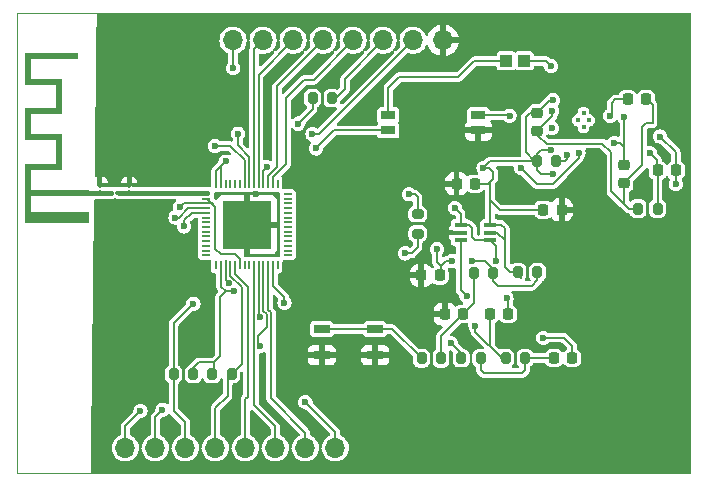
<source format=gbr>
%TF.GenerationSoftware,KiCad,Pcbnew,8.0.1*%
%TF.CreationDate,2024-04-28T17:40:03+05:30*%
%TF.ProjectId,ecg,6563672e-6b69-4636-9164-5f7063625858,rev?*%
%TF.SameCoordinates,Original*%
%TF.FileFunction,Copper,L1,Top*%
%TF.FilePolarity,Positive*%
%FSLAX46Y46*%
G04 Gerber Fmt 4.6, Leading zero omitted, Abs format (unit mm)*
G04 Created by KiCad (PCBNEW 8.0.1) date 2024-04-28 17:40:03*
%MOMM*%
%LPD*%
G01*
G04 APERTURE LIST*
G04 Aperture macros list*
%AMRoundRect*
0 Rectangle with rounded corners*
0 $1 Rounding radius*
0 $2 $3 $4 $5 $6 $7 $8 $9 X,Y pos of 4 corners*
0 Add a 4 corners polygon primitive as box body*
4,1,4,$2,$3,$4,$5,$6,$7,$8,$9,$2,$3,0*
0 Add four circle primitives for the rounded corners*
1,1,$1+$1,$2,$3*
1,1,$1+$1,$4,$5*
1,1,$1+$1,$6,$7*
1,1,$1+$1,$8,$9*
0 Add four rect primitives between the rounded corners*
20,1,$1+$1,$2,$3,$4,$5,0*
20,1,$1+$1,$4,$5,$6,$7,0*
20,1,$1+$1,$6,$7,$8,$9,0*
20,1,$1+$1,$8,$9,$2,$3,0*%
G04 Aperture macros list end*
%TA.AperFunction,EtchedComponent*%
%ADD10C,0.000000*%
%TD*%
%TA.AperFunction,SMDPad,CuDef*%
%ADD11RoundRect,0.200000X-0.200000X-0.275000X0.200000X-0.275000X0.200000X0.275000X-0.200000X0.275000X0*%
%TD*%
%TA.AperFunction,SMDPad,CuDef*%
%ADD12RoundRect,0.100000X0.100000X-0.130000X0.100000X0.130000X-0.100000X0.130000X-0.100000X-0.130000X0*%
%TD*%
%TA.AperFunction,SMDPad,CuDef*%
%ADD13RoundRect,0.200000X0.200000X0.275000X-0.200000X0.275000X-0.200000X-0.275000X0.200000X-0.275000X0*%
%TD*%
%TA.AperFunction,SMDPad,CuDef*%
%ADD14RoundRect,0.225000X-0.250000X0.225000X-0.250000X-0.225000X0.250000X-0.225000X0.250000X0.225000X0*%
%TD*%
%TA.AperFunction,SMDPad,CuDef*%
%ADD15RoundRect,0.225000X0.225000X0.250000X-0.225000X0.250000X-0.225000X-0.250000X0.225000X-0.250000X0*%
%TD*%
%TA.AperFunction,SMDPad,CuDef*%
%ADD16RoundRect,0.200000X-0.275000X0.200000X-0.275000X-0.200000X0.275000X-0.200000X0.275000X0.200000X0*%
%TD*%
%TA.AperFunction,SMDPad,CuDef*%
%ADD17RoundRect,0.225000X-0.225000X-0.250000X0.225000X-0.250000X0.225000X0.250000X-0.225000X0.250000X0*%
%TD*%
%TA.AperFunction,ComponentPad*%
%ADD18O,1.700000X1.700000*%
%TD*%
%TA.AperFunction,SMDPad,CuDef*%
%ADD19R,0.754800X0.199200*%
%TD*%
%TA.AperFunction,SMDPad,CuDef*%
%ADD20R,0.199200X0.754800*%
%TD*%
%TA.AperFunction,SMDPad,CuDef*%
%ADD21R,4.038600X4.038600*%
%TD*%
%TA.AperFunction,SMDPad,CuDef*%
%ADD22RoundRect,0.100000X0.130000X0.100000X-0.130000X0.100000X-0.130000X-0.100000X0.130000X-0.100000X0*%
%TD*%
%TA.AperFunction,SMDPad,CuDef*%
%ADD23R,1.270000X0.760000*%
%TD*%
%TA.AperFunction,SMDPad,CuDef*%
%ADD24R,1.054100X0.355600*%
%TD*%
%TA.AperFunction,SMDPad,CuDef*%
%ADD25R,1.397000X0.711200*%
%TD*%
%TA.AperFunction,ConnectorPad*%
%ADD26R,0.500000X0.500000*%
%TD*%
%TA.AperFunction,ComponentPad*%
%ADD27R,0.500000X0.900000*%
%TD*%
%TA.AperFunction,SMDPad,CuDef*%
%ADD28R,1.000000X1.000000*%
%TD*%
%TA.AperFunction,ComponentPad*%
%ADD29C,0.400000*%
%TD*%
%TA.AperFunction,ViaPad*%
%ADD30C,0.600000*%
%TD*%
%TA.AperFunction,Conductor*%
%ADD31C,0.200000*%
%TD*%
%TA.AperFunction,Conductor*%
%ADD32C,0.428000*%
%TD*%
%TA.AperFunction,Conductor*%
%ADD33C,0.431800*%
%TD*%
%TA.AperFunction,Profile*%
%ADD34C,0.050000*%
%TD*%
G04 APERTURE END LIST*
D10*
%TA.AperFunction,EtchedComponent*%
%TO.C,AE1*%
G36*
X139120000Y-82890000D02*
G01*
X135180000Y-82890000D01*
X135180000Y-84590000D01*
X137820000Y-84590000D01*
X137820000Y-87590000D01*
X135180000Y-87590000D01*
X135180000Y-89290000D01*
X137820000Y-89290000D01*
X137820000Y-92290000D01*
X135180000Y-92290000D01*
X135180000Y-93990000D01*
X140080000Y-93990000D01*
X140080000Y-94490000D01*
X135180000Y-94490000D01*
X135180000Y-95890000D01*
X140080000Y-95890000D01*
X140080000Y-96790000D01*
X139836785Y-96790000D01*
X134680000Y-96790000D01*
X134680000Y-96347267D01*
X139682018Y-96347267D01*
X139689908Y-96395353D01*
X139706814Y-96428245D01*
X139743584Y-96463185D01*
X139788378Y-96482847D01*
X139836785Y-96487583D01*
X139884395Y-96477742D01*
X139926797Y-96453674D01*
X139959581Y-96415731D01*
X139963935Y-96407819D01*
X139976043Y-96365156D01*
X139975300Y-96316637D01*
X139962400Y-96271122D01*
X139951787Y-96252511D01*
X139916553Y-96218868D01*
X139871368Y-96198309D01*
X139821842Y-96191778D01*
X139773583Y-96200218D01*
X139741357Y-96217112D01*
X139708687Y-96252372D01*
X139688592Y-96297682D01*
X139682018Y-96347267D01*
X134680000Y-96347267D01*
X134680000Y-91790000D01*
X137320000Y-91790000D01*
X137320000Y-89790000D01*
X134680000Y-89790000D01*
X134680000Y-87090000D01*
X137320000Y-87090000D01*
X137320000Y-85090000D01*
X134680000Y-85090000D01*
X134680000Y-82390000D01*
X139120000Y-82390000D01*
X139120000Y-82890000D01*
G37*
%TD.AperFunction*%
%TD*%
D11*
%TO.P,R4,1*%
%TO.N,Net-(R4-Pad1)*%
X171600000Y-108250000D03*
%TO.P,R4,2*%
%TO.N,Net-(C5-Pad1)*%
X173250000Y-108250000D03*
%TD*%
D12*
%TO.P,C11,1*%
%TO.N,/1*%
X140990000Y-94240000D03*
%TO.P,C11,2*%
%TO.N,GND2*%
X140990000Y-93600000D03*
%TD*%
D13*
%TO.P,R6,1*%
%TO.N,Net-(C4-Pad2)*%
X169890000Y-108275000D03*
%TO.P,R6,2*%
%TO.N,Net-(R6-Pad2)*%
X168240000Y-108275000D03*
%TD*%
D14*
%TO.P,C7,1*%
%TO.N,Net-(S1-COM_2)*%
X185400000Y-91900000D03*
%TO.P,C7,2*%
%TO.N,GND*%
X185400000Y-93450000D03*
%TD*%
D13*
%TO.P,R9,1*%
%TO.N,Net-(U4-FB_SNS)*%
X188220000Y-95592500D03*
%TO.P,R9,2*%
%TO.N,GND*%
X186570000Y-95592500D03*
%TD*%
D15*
%TO.P,C2,1*%
%TO.N,GND2*%
X180100000Y-95700000D03*
%TO.P,C2,2*%
%TO.N,LDO_OUT*%
X178550000Y-95700000D03*
%TD*%
D16*
%TO.P,R3,1*%
%TO.N,Net-(R3-Pad1)*%
X167904400Y-96061200D03*
%TO.P,R3,2*%
%TO.N,Net-(R3-Pad2)*%
X167904400Y-97711200D03*
%TD*%
D11*
%TO.P,R1,1*%
%TO.N,LDO_OUT*%
X176400000Y-100970000D03*
%TO.P,R1,2*%
%TO.N,/EN*%
X178050000Y-100970000D03*
%TD*%
D17*
%TO.P,C5,1*%
%TO.N,Net-(C5-Pad1)*%
X179450000Y-108250000D03*
%TO.P,C5,2*%
%TO.N,AnalogSig*%
X181000000Y-108250000D03*
%TD*%
%TO.P,C3,1*%
%TO.N,GND2*%
X168225000Y-101250000D03*
%TO.P,C3,2*%
%TO.N,/EN*%
X169775000Y-101250000D03*
%TD*%
D18*
%TO.P,U5,1,Vcc*%
%TO.N,LDO_OUT*%
X152280000Y-81350000D03*
%TO.P,U5,2,JT_TMS*%
%TO.N,TMS*%
X154820000Y-81350000D03*
%TO.P,U5,3,JT_TDI*%
%TO.N,TDI*%
X157360000Y-81350000D03*
%TO.P,U5,4,JT_TDO*%
%TO.N,TDO*%
X159900000Y-81350000D03*
%TO.P,U5,5,JT_TCK*%
%TO.N,TCK*%
X162440000Y-81350000D03*
%TO.P,U5,6,UART_TXD0*%
%TO.N,TXD0*%
X164980000Y-81350000D03*
%TO.P,U5,7,UART_RXD0*%
%TO.N,RXD0*%
X167520000Y-81350000D03*
%TO.P,U5,8,GND*%
%TO.N,GND2*%
X170060000Y-81350000D03*
%TD*%
D11*
%TO.P,R8,1*%
%TO.N,LDO_OUT*%
X177975000Y-91592500D03*
%TO.P,R8,2*%
%TO.N,Net-(U4-FB_SNS)*%
X179625000Y-91592500D03*
%TD*%
%TO.P,R10,1*%
%TO.N,AnalogSig*%
X150500000Y-109600000D03*
%TO.P,R10,2*%
%TO.N,Net-(U1-GPIO13)*%
X152150000Y-109600000D03*
%TD*%
D17*
%TO.P,C8,1*%
%TO.N,Net-(U4-NR)*%
X185680000Y-86342500D03*
%TO.P,C8,2*%
%TO.N,GND*%
X187230000Y-86342500D03*
%TD*%
D14*
%TO.P,C10,1*%
%TO.N,LDO_OUT*%
X178050000Y-87472500D03*
%TO.P,C10,2*%
%TO.N,GND*%
X178050000Y-89022500D03*
%TD*%
D13*
%TO.P,R5,1*%
%TO.N,Net-(C5-Pad1)*%
X177000000Y-108250000D03*
%TO.P,R5,2*%
%TO.N,Net-(U3-+)*%
X175350000Y-108250000D03*
%TD*%
D19*
%TO.P,U1,1,LNA_IN*%
%TO.N,Net-(U1-LNA_IN)*%
X149997599Y-94350000D03*
%TO.P,U1,2,VDD3P3*%
%TO.N,LDO_OUT*%
X149997599Y-94749999D03*
%TO.P,U1,3,VDD3P3*%
X149997599Y-95150001D03*
%TO.P,U1,4,CHIP_PU*%
%TO.N,/EN*%
X149997599Y-95550000D03*
%TO.P,U1,5,GPIO0*%
%TO.N,Net-(S1-NO_1)*%
X149997599Y-95949999D03*
%TO.P,U1,6,GPIO1*%
%TO.N,unconnected-(U1-GPIO1-Pad6)*%
X149997599Y-96350001D03*
%TO.P,U1,7,GPIO2*%
%TO.N,unconnected-(U1-GPIO2-Pad7)*%
X149997599Y-96750000D03*
%TO.P,U1,8,GPIO3*%
%TO.N,unconnected-(U1-GPIO3-Pad8)*%
X149997599Y-97150000D03*
%TO.P,U1,9,GPIO4*%
%TO.N,unconnected-(U1-GPIO4-Pad9)*%
X149997599Y-97549999D03*
%TO.P,U1,10,GPIO5*%
%TO.N,unconnected-(U1-GPIO5-Pad10)*%
X149997599Y-97950001D03*
%TO.P,U1,11,GPIO6*%
%TO.N,unconnected-(U1-GPIO6-Pad11)*%
X149997599Y-98350000D03*
%TO.P,U1,12,GPIO7*%
%TO.N,unconnected-(U1-GPIO7-Pad12)*%
X149997599Y-98749999D03*
%TO.P,U1,13,GPIO8*%
%TO.N,unconnected-(U1-GPIO8-Pad13)*%
X149997599Y-99150001D03*
%TO.P,U1,14,GPIO9*%
%TO.N,unconnected-(U1-GPIO9-Pad14)*%
X149997599Y-99550000D03*
D20*
%TO.P,U1,15,GPIO10*%
%TO.N,unconnected-(U1-GPIO10-Pad15)*%
X150850000Y-100402401D03*
%TO.P,U1,16,GPIO11*%
%TO.N,AnalogSig*%
X151249999Y-100402401D03*
%TO.P,U1,17,GPIO12*%
%TO.N,Net-(U1-GPIO12)*%
X151650001Y-100402401D03*
%TO.P,U1,18,GPIO13*%
%TO.N,Net-(U1-GPIO13)*%
X152050000Y-100402401D03*
%TO.P,U1,19,GPIO14*%
%TO.N,Net-(U1-GPIO14)*%
X152449999Y-100402401D03*
%TO.P,U1,20,VDD3P3_RTC*%
%TO.N,LDO_OUT*%
X152850001Y-100402401D03*
%TO.P,U1,21,XTAL_32K_P*%
%TO.N,unconnected-(U1-XTAL_32K_P-Pad21)*%
X153250000Y-100402401D03*
%TO.P,U1,22,XTAL_32K_N*%
%TO.N,unconnected-(U1-XTAL_32K_N-Pad22)*%
X153650000Y-100402401D03*
%TO.P,U1,23,GPIO17*%
%TO.N,Net-(U1-GPIO17)*%
X154049999Y-100402401D03*
%TO.P,U1,24,GPIO18*%
%TO.N,Net-(U1-GPIO18)*%
X154450001Y-100402401D03*
%TO.P,U1,25,GPIO19/USB_D-*%
%TO.N,USB_D-*%
X154850000Y-100402401D03*
%TO.P,U1,26,GPIO20/USB_D+*%
%TO.N,USB_D+*%
X155249999Y-100402401D03*
%TO.P,U1,27,GPIO21*%
%TO.N,Net-(U1-GPIO21)*%
X155650001Y-100402401D03*
%TO.P,U1,28,SPICS1*%
%TO.N,unconnected-(U1-SPICS1-Pad28)*%
X156050000Y-100402401D03*
D19*
%TO.P,U1,29,VDD_SPI*%
%TO.N,unconnected-(U1-VDD_SPI-Pad29)*%
X156902401Y-99550000D03*
%TO.P,U1,30,SPIHD*%
%TO.N,unconnected-(U1-SPIHD-Pad30)*%
X156902401Y-99150001D03*
%TO.P,U1,31,SPIWP*%
%TO.N,unconnected-(U1-SPIWP-Pad31)*%
X156902401Y-98749999D03*
%TO.P,U1,32,SPICS0*%
%TO.N,unconnected-(U1-SPICS0-Pad32)*%
X156902401Y-98350000D03*
%TO.P,U1,33,SPICLK*%
%TO.N,unconnected-(U1-SPICLK-Pad33)*%
X156902401Y-97950001D03*
%TO.P,U1,34,SPIQ*%
%TO.N,unconnected-(U1-SPIQ-Pad34)*%
X156902401Y-97549999D03*
%TO.P,U1,35,SPID*%
%TO.N,unconnected-(U1-SPID-Pad35)*%
X156902401Y-97150000D03*
%TO.P,U1,36,SPICLK_N*%
%TO.N,unconnected-(U1-SPICLK_N-Pad36)*%
X156902401Y-96750000D03*
%TO.P,U1,37,SPICLK_P*%
%TO.N,unconnected-(U1-SPICLK_P-Pad37)*%
X156902401Y-96350001D03*
%TO.P,U1,38,GPIO33*%
%TO.N,unconnected-(U1-GPIO33-Pad38)*%
X156902401Y-95949999D03*
%TO.P,U1,39,GPIO34*%
%TO.N,unconnected-(U1-GPIO34-Pad39)*%
X156902401Y-95550000D03*
%TO.P,U1,40,GPIO35*%
%TO.N,unconnected-(U1-GPIO35-Pad40)*%
X156902401Y-95150001D03*
%TO.P,U1,41,GPIO36*%
%TO.N,unconnected-(U1-GPIO36-Pad41)*%
X156902401Y-94749999D03*
%TO.P,U1,42,GPIO37*%
%TO.N,unconnected-(U1-GPIO37-Pad42)*%
X156902401Y-94350000D03*
D20*
%TO.P,U1,43,GPIO38*%
%TO.N,unconnected-(U1-GPIO38-Pad43)*%
X156050000Y-93497599D03*
%TO.P,U1,44,MTCK*%
%TO.N,TCK*%
X155650001Y-93497599D03*
%TO.P,U1,45,MTDO*%
%TO.N,TDO*%
X155249999Y-93497599D03*
%TO.P,U1,46,VDD3P3_CPU*%
%TO.N,LDO_OUT*%
X154850000Y-93497599D03*
%TO.P,U1,47,MTDI*%
%TO.N,TDI*%
X154450001Y-93497599D03*
%TO.P,U1,48,MTMS*%
%TO.N,TMS*%
X154049999Y-93497599D03*
%TO.P,U1,49,U0TXD*%
%TO.N,Net-(U1-U0TXD)*%
X153650000Y-93497599D03*
%TO.P,U1,50,U0RXD*%
%TO.N,RXD0*%
X153250000Y-93497599D03*
%TO.P,U1,51,GPIO45*%
%TO.N,unconnected-(U1-GPIO45-Pad51)*%
X152850001Y-93497599D03*
%TO.P,U1,52,GPIO46*%
%TO.N,unconnected-(U1-GPIO46-Pad52)*%
X152449999Y-93497599D03*
%TO.P,U1,53,XTAL_N*%
%TO.N,unconnected-(U1-XTAL_N-Pad53)*%
X152050000Y-93497599D03*
%TO.P,U1,54,XTAL_P*%
%TO.N,unconnected-(U1-XTAL_P-Pad54)*%
X151650001Y-93497599D03*
%TO.P,U1,55,VDDA*%
%TO.N,LDO_OUT*%
X151249999Y-93497599D03*
%TO.P,U1,56,VDDA*%
X150850000Y-93497599D03*
D21*
%TO.P,U1,57,GND*%
%TO.N,GND2*%
X153450000Y-96950000D03*
%TD*%
D13*
%TO.P,R11,1*%
%TO.N,AnalogSig*%
X148900000Y-109600000D03*
%TO.P,R11,2*%
%TO.N,Net-(U1-GPIO12)*%
X147250000Y-109600000D03*
%TD*%
D15*
%TO.P,C9,1*%
%TO.N,LDO_OUT*%
X189770000Y-92360000D03*
%TO.P,C9,2*%
%TO.N,Net-(U4-FB_SNS)*%
X188220000Y-92360000D03*
%TD*%
D17*
%TO.P,C1,1*%
%TO.N,GND2*%
X171200000Y-93500000D03*
%TO.P,C1,2*%
%TO.N,LDO_OUT*%
X172750000Y-93500000D03*
%TD*%
D22*
%TO.P,L1,1,1*%
%TO.N,Net-(U1-LNA_IN)*%
X142570000Y-94240000D03*
%TO.P,L1,2,2*%
%TO.N,/1*%
X141930000Y-94240000D03*
%TD*%
D17*
%TO.P,C6,1*%
%TO.N,Net-(U3-+)*%
X174025000Y-104525000D03*
%TO.P,C6,2*%
%TO.N,GND*%
X175575000Y-104525000D03*
%TD*%
D23*
%TO.P,S1,A1,COM_1*%
%TO.N,GND2*%
X173040000Y-88960000D03*
%TO.P,S1,A2,COM_2*%
%TO.N,Net-(S1-COM_2)*%
X173040000Y-87690000D03*
%TO.P,S1,B1,NO_1*%
%TO.N,Net-(S1-NO_1)*%
X165420000Y-88960000D03*
%TO.P,S1,B2,NO_2*%
%TO.N,CELL3v7*%
X165420000Y-87690000D03*
%TD*%
D12*
%TO.P,C12,1*%
%TO.N,Net-(U1-LNA_IN)*%
X143490000Y-94240000D03*
%TO.P,C12,2*%
%TO.N,GND2*%
X143490000Y-93600000D03*
%TD*%
D17*
%TO.P,C4,1*%
%TO.N,GND2*%
X170205000Y-104525000D03*
%TO.P,C4,2*%
%TO.N,Net-(C4-Pad2)*%
X171755000Y-104525000D03*
%TD*%
D24*
%TO.P,U3,1*%
%TO.N,AnalogSig*%
X171550000Y-96975002D03*
%TO.P,U3,2,V-*%
%TO.N,GND2*%
X171550000Y-97625001D03*
%TO.P,U3,3,+*%
%TO.N,Net-(U3-+)*%
X171550000Y-98275000D03*
%TO.P,U3,4,-*%
%TO.N,AnalogSig*%
X174026500Y-98275000D03*
%TO.P,U3,5,ENABLE*%
%TO.N,LDO_OUT*%
X174026500Y-97625001D03*
%TO.P,U3,6,V+*%
X174026500Y-96975002D03*
%TD*%
D25*
%TO.P,U9,1,1*%
%TO.N,Net-(R6-Pad2)*%
X159789400Y-105800000D03*
%TO.P,U9,2,2*%
X164310600Y-105800000D03*
%TO.P,U9,3,3*%
%TO.N,GND2*%
X159789400Y-108000000D03*
%TO.P,U9,4,4*%
X164310600Y-108000000D03*
%TD*%
D11*
%TO.P,R2,1*%
%TO.N,Net-(C4-Pad2)*%
X172655000Y-101025000D03*
%TO.P,R2,2*%
%TO.N,/EN*%
X174305000Y-101025000D03*
%TD*%
%TO.P,R7,1*%
%TO.N,Net-(U1-U0TXD)*%
X159005000Y-86250000D03*
%TO.P,R7,2*%
%TO.N,TXD0*%
X160655000Y-86250000D03*
%TD*%
D26*
%TO.P,AE1,1,A*%
%TO.N,/1*%
X139830000Y-94240000D03*
D27*
%TO.P,AE1,2,Shield*%
%TO.N,GND2*%
X139830000Y-96340000D03*
%TD*%
D28*
%TO.P,BT2,1,+*%
%TO.N,CELL3v7*%
X175400000Y-83090000D03*
%TO.P,BT2,2,-*%
%TO.N,GND*%
X176940000Y-83090000D03*
%TD*%
D18*
%TO.P,U6,1,GPIO21*%
%TO.N,Net-(U1-GPIO21)*%
X143160000Y-115850000D03*
%TO.P,U6,2,GPIO18*%
%TO.N,Net-(U1-GPIO18)*%
X145700000Y-115850000D03*
%TO.P,U6,3,GPIO12*%
%TO.N,Net-(U1-GPIO12)*%
X148240000Y-115850000D03*
%TO.P,U6,4,GPIO13*%
%TO.N,Net-(U1-GPIO13)*%
X150780000Y-115850000D03*
%TO.P,U6,5,GPIO14*%
%TO.N,Net-(U1-GPIO14)*%
X153320000Y-115850000D03*
%TO.P,U6,6,GPIO17*%
%TO.N,Net-(U1-GPIO17)*%
X155860000Y-115850000D03*
%TO.P,U6,7,USBD+*%
%TO.N,USB_D+*%
X158400000Y-115850000D03*
%TO.P,U6,8,USBD-*%
%TO.N,USB_D-*%
X160940000Y-115850000D03*
%TD*%
D29*
%TO.P,U4,10*%
%TO.N,N/C*%
X181950000Y-88724999D03*
%TO.P,U4,11*%
X182450000Y-88099999D03*
%TO.P,U4,12*%
X181450000Y-88099999D03*
%TO.P,U4,13*%
X181950000Y-87474999D03*
%TD*%
D30*
%TO.N,AnalogSig*%
X152400000Y-102600000D03*
X178550000Y-106525000D03*
X174550000Y-100025000D03*
X171050000Y-95525000D03*
%TO.N,Net-(U3-+)*%
X172050000Y-103025000D03*
X172800000Y-105525000D03*
%TO.N,LDO_OUT*%
X155150000Y-92100000D03*
X188430000Y-89490000D03*
X179370000Y-86430000D03*
X151650000Y-91600000D03*
X189760000Y-93510000D03*
X179236837Y-90638862D03*
X152300000Y-83700000D03*
X147797672Y-95452328D03*
X173480000Y-92150000D03*
X179400000Y-92700000D03*
%TO.N,GND2*%
X161000000Y-102000000D03*
X181500000Y-102910000D03*
X154200000Y-94400000D03*
%TO.N,Net-(R3-Pad1)*%
X167200000Y-94386200D03*
%TO.N,GND*%
X179300000Y-87325000D03*
X175430000Y-103190000D03*
X179210000Y-83530000D03*
%TO.N,Net-(R4-Pad1)*%
X170750000Y-107000000D03*
%TO.N,Net-(R3-Pad2)*%
X166850000Y-99386200D03*
%TO.N,Net-(U4-NR)*%
X184200000Y-87736091D03*
%TO.N,Net-(U4-FB_SNS)*%
X179300000Y-88792500D03*
X180550000Y-91092500D03*
X187570000Y-90870000D03*
%TO.N,Net-(U1-GPIO12)*%
X148920000Y-103640000D03*
X151900000Y-101930000D03*
%TO.N,USB_D-*%
X154600000Y-107250000D03*
X158400000Y-111990000D03*
%TO.N,Net-(U1-GPIO21)*%
X144440000Y-112710000D03*
X156630000Y-103580000D03*
%TO.N,Net-(U1-GPIO18)*%
X154600000Y-104760000D03*
X146300000Y-112620000D03*
%TO.N,RXD0*%
X159000000Y-89300000D03*
X150750000Y-90300000D03*
%TO.N,/EN*%
X147400000Y-96350000D03*
X169550000Y-99025000D03*
X170800000Y-100025000D03*
X172550000Y-100025000D03*
%TO.N,Net-(U1-U0TXD)*%
X152700000Y-89250000D03*
X157800000Y-88400000D03*
%TO.N,Net-(S1-COM_2)*%
X176670000Y-92160000D03*
X185400000Y-87825000D03*
X175690000Y-87720000D03*
X184550000Y-90025000D03*
X181530000Y-90870000D03*
%TO.N,Net-(S1-NO_1)*%
X148150000Y-97100000D03*
X159300000Y-90500000D03*
%TD*%
D31*
%TO.N,AnalogSig*%
X171550000Y-96025000D02*
X171050000Y-95525000D01*
X151250000Y-102200000D02*
X151250000Y-100400000D01*
X178550000Y-106525000D02*
X180275000Y-106525000D01*
X174550000Y-98798500D02*
X174026500Y-98275000D01*
X174026500Y-98275000D02*
X172800000Y-98275000D01*
X172550000Y-97275000D02*
X172250002Y-96975002D01*
X150670000Y-108605000D02*
X150670000Y-109600000D01*
X180275000Y-106525000D02*
X181000000Y-107250000D01*
X151650000Y-102600000D02*
X151175000Y-103075000D01*
X149395000Y-108605000D02*
X148900000Y-109100000D01*
X172800000Y-98275000D02*
X172550000Y-98025000D01*
X151175000Y-108100000D02*
X150670000Y-108605000D01*
X150670000Y-108605000D02*
X149395000Y-108605000D01*
X151650000Y-102600000D02*
X151250000Y-102200000D01*
X152400000Y-102600000D02*
X151650000Y-102600000D01*
X181000000Y-107250000D02*
X181000000Y-108250000D01*
X172250002Y-96975002D02*
X171550000Y-96975002D01*
X171550000Y-96975002D02*
X171550000Y-96025000D01*
X148900000Y-109100000D02*
X148900000Y-109600000D01*
X151175000Y-103075000D02*
X151175000Y-108100000D01*
X172550000Y-98025000D02*
X172550000Y-97275000D01*
X174550000Y-100025000D02*
X174550000Y-98798500D01*
%TO.N,Net-(U3-+)*%
X171550000Y-98275000D02*
X171550000Y-102525000D01*
X172800000Y-106025000D02*
X173800000Y-107025000D01*
X173800000Y-104775000D02*
X174050000Y-104525000D01*
X171550000Y-102525000D02*
X172050000Y-103025000D01*
X175000000Y-108250000D02*
X175350000Y-108250000D01*
X172800000Y-105525000D02*
X172800000Y-106025000D01*
X175025000Y-108250000D02*
X175350000Y-108250000D01*
X173800000Y-107025000D02*
X174022500Y-107247500D01*
X174025000Y-107245000D02*
X174022500Y-107247500D01*
X174022500Y-107247500D02*
X175025000Y-108250000D01*
X174025000Y-104525000D02*
X174025000Y-107245000D01*
%TO.N,LDO_OUT*%
X174846500Y-95700000D02*
X174026500Y-94880000D01*
X150510000Y-95150000D02*
X150780000Y-95420000D01*
X174026500Y-96975002D02*
X174026500Y-94880000D01*
X175000002Y-96975002D02*
X174026500Y-96975002D01*
X152280000Y-83680000D02*
X152300000Y-83700000D01*
X177050000Y-90842500D02*
X177800000Y-91592500D01*
X178350000Y-92700000D02*
X177975000Y-92325000D01*
X176620000Y-101455000D02*
X176620000Y-101025000D01*
X174026500Y-93336500D02*
X174025000Y-93335000D01*
X173970000Y-92150000D02*
X174300000Y-92480000D01*
X189760000Y-92370000D02*
X189770000Y-92360000D01*
X178550000Y-95700000D02*
X174846500Y-95700000D01*
X155150000Y-92100000D02*
X154850000Y-92400000D01*
X174026500Y-94880000D02*
X174026500Y-93336500D01*
X177975000Y-92325000D02*
X177975000Y-91592500D01*
X173860000Y-93500000D02*
X172750000Y-93500000D01*
X177050000Y-90775000D02*
X177050000Y-90842500D01*
X177437500Y-87472500D02*
X178050000Y-87472500D01*
X189770000Y-90830000D02*
X188430000Y-89490000D01*
X150780000Y-98980000D02*
X150780000Y-95420000D01*
X174300000Y-92480000D02*
X174300000Y-93060000D01*
X175300000Y-100525000D02*
X175300000Y-98275000D01*
X174037500Y-91592500D02*
X173480000Y-92150000D01*
X177050000Y-87860000D02*
X177437500Y-87472500D01*
X150850000Y-92400000D02*
X150850000Y-93500000D01*
X152850000Y-100400000D02*
X152850000Y-99820000D01*
X175745000Y-100970000D02*
X176400000Y-100970000D01*
X177050000Y-90775000D02*
X177050000Y-87860000D01*
X174025000Y-93335000D02*
X173860000Y-93500000D01*
X175300000Y-97275000D02*
X175000002Y-96975002D01*
X152280000Y-81350000D02*
X152280000Y-83680000D01*
X154850000Y-92400000D02*
X154850000Y-93500000D01*
X152850000Y-99820000D02*
X152480000Y-99450000D01*
X189760000Y-93510000D02*
X189760000Y-92370000D01*
X174650001Y-97625001D02*
X174026500Y-97625001D01*
X151250000Y-99450000D02*
X150780000Y-98980000D01*
X175300000Y-98275000D02*
X175300000Y-97275000D01*
X179370000Y-86430000D02*
X179092500Y-86430000D01*
X151250000Y-92000000D02*
X151250000Y-93500000D01*
X177975000Y-91592500D02*
X176000000Y-91592500D01*
X147797672Y-95452328D02*
X148100000Y-95150000D01*
X151650000Y-91600000D02*
X150850000Y-92400000D01*
X149997599Y-95150001D02*
X150510000Y-95150000D01*
X175300000Y-98275000D02*
X174650001Y-97625001D01*
X173480000Y-92150000D02*
X173970000Y-92150000D01*
X179400000Y-92700000D02*
X178350000Y-92700000D01*
X176000000Y-91592500D02*
X174037500Y-91592500D01*
X179236837Y-90638862D02*
X178341138Y-90638862D01*
X150780000Y-95420000D02*
X150109999Y-94749999D01*
X148100000Y-95150000D02*
X150000000Y-95150000D01*
X189770000Y-92360000D02*
X189770000Y-90830000D01*
X152480000Y-99450000D02*
X151250000Y-99450000D01*
X175300000Y-100525000D02*
X175745000Y-100970000D01*
X177975000Y-91005000D02*
X177975000Y-91592500D01*
X174300000Y-93060000D02*
X174025000Y-93335000D01*
X178341138Y-90638862D02*
X177975000Y-91005000D01*
X151650000Y-91600000D02*
X151250000Y-92000000D01*
X179092500Y-86430000D02*
X178050000Y-87472500D01*
%TO.N,GND2*%
X164310600Y-108000000D02*
X159789400Y-108000000D01*
X170400001Y-97625001D02*
X171550000Y-97625001D01*
%TO.N,Net-(R3-Pad1)*%
X167904400Y-94636200D02*
X167904400Y-96061200D01*
X167200000Y-94386200D02*
X167654400Y-94386200D01*
X167654400Y-94386200D02*
X167904400Y-94636200D01*
%TO.N,GND*%
X185800000Y-95592500D02*
X186570000Y-95592500D01*
X185800000Y-95592500D02*
X185398750Y-95191250D01*
X187800000Y-86842500D02*
X187800000Y-88367500D01*
X179464655Y-90088862D02*
X179009019Y-90088862D01*
X187300000Y-86342500D02*
X187800000Y-86842500D01*
X179210000Y-83530000D02*
X178770000Y-83090000D01*
X185398750Y-95191250D02*
X185300000Y-95092500D01*
X179009019Y-90088862D02*
X179005381Y-90092500D01*
X186940000Y-91910000D02*
X185400000Y-93450000D01*
X187800000Y-88367500D02*
X187282500Y-88367500D01*
X184300000Y-90842500D02*
X183550000Y-90092500D01*
X186940000Y-88710000D02*
X186940000Y-91910000D01*
X178770000Y-83090000D02*
X176940000Y-83090000D01*
X185300000Y-95092500D02*
X184300000Y-94092500D01*
X179468293Y-90092500D02*
X179464655Y-90088862D01*
X184300000Y-94092500D02*
X184300000Y-90842500D01*
X185400000Y-95190000D02*
X185398750Y-95191250D01*
X179300000Y-87772500D02*
X179300000Y-87325000D01*
X183550000Y-90092500D02*
X179468293Y-90092500D01*
X178817500Y-90092500D02*
X178050000Y-89325000D01*
X175575000Y-104525000D02*
X175575000Y-103335000D01*
X178050000Y-89022500D02*
X179300000Y-87772500D01*
X187282500Y-88367500D02*
X186940000Y-88710000D01*
X179005381Y-90092500D02*
X178817500Y-90092500D01*
X185400000Y-93450000D02*
X185400000Y-95190000D01*
X175575000Y-103335000D02*
X175430000Y-103190000D01*
%TO.N,Net-(R4-Pad1)*%
X171600000Y-107850000D02*
X171600000Y-108250000D01*
X171620000Y-108025000D02*
X171620000Y-108595000D01*
X170750000Y-107000000D02*
X171600000Y-107850000D01*
%TO.N,Net-(R3-Pad2)*%
X167404400Y-99386200D02*
X167904400Y-98886200D01*
X166850000Y-99386200D02*
X167404400Y-99386200D01*
X167904400Y-97711200D02*
X167904400Y-98886200D01*
%TO.N,Net-(U4-NR)*%
X184350000Y-87586091D02*
X184350000Y-86625000D01*
X184350000Y-86625000D02*
X184632500Y-86342500D01*
X184200000Y-87736091D02*
X184350000Y-87586091D01*
X184632500Y-86342500D02*
X185680000Y-86342500D01*
%TO.N,Net-(U4-FB_SNS)*%
X188220000Y-95592500D02*
X188220000Y-92360000D01*
X180550000Y-91092500D02*
X180550000Y-91410000D01*
X188180000Y-91480000D02*
X188180000Y-92342500D01*
X180550000Y-91410000D02*
X180367500Y-91592500D01*
X180367500Y-91592500D02*
X179625000Y-91592500D01*
X187570000Y-90870000D02*
X188180000Y-91480000D01*
%TO.N,Net-(U1-GPIO17)*%
X155860000Y-115850000D02*
X155860000Y-114040000D01*
X155860000Y-114040000D02*
X154050000Y-112230000D01*
X154050000Y-112230000D02*
X154050000Y-100400000D01*
%TO.N,USB_D+*%
X155250000Y-104137207D02*
X155250000Y-100400000D01*
X155500000Y-105744975D02*
X155500000Y-104387207D01*
X158400000Y-114570000D02*
X155490000Y-111660000D01*
X155490000Y-111660000D02*
X155490000Y-105754975D01*
X158400000Y-115850000D02*
X158400000Y-114570000D01*
X155500000Y-104387207D02*
X155250000Y-104137207D01*
X155490000Y-105754975D02*
X155500000Y-105744975D01*
%TO.N,Net-(U1-GPIO12)*%
X147250000Y-109600000D02*
X147250000Y-105310000D01*
X148240000Y-115850000D02*
X148240000Y-113690000D01*
X147250000Y-105310000D02*
X148920000Y-103640000D01*
X151650000Y-100400000D02*
X151650000Y-99974350D01*
X151900000Y-101930000D02*
X151650000Y-101680000D01*
X151650000Y-101680000D02*
X151650000Y-100400000D01*
X147250000Y-112700000D02*
X147250000Y-109600000D01*
X148240000Y-113690000D02*
X147250000Y-112700000D01*
%TO.N,USB_D-*%
X154850000Y-104232182D02*
X154850000Y-100400000D01*
X155150000Y-104532182D02*
X154850000Y-104232182D01*
X154600000Y-107250000D02*
X154550000Y-107250000D01*
X154400000Y-107100000D02*
X154400000Y-106350000D01*
X160940000Y-114530000D02*
X158400000Y-111990000D01*
X155150000Y-105600000D02*
X155150000Y-104532182D01*
X154400000Y-106350000D02*
X155150000Y-105600000D01*
X154550000Y-107250000D02*
X154400000Y-107100000D01*
X160940000Y-115850000D02*
X160940000Y-114530000D01*
%TO.N,Net-(U1-GPIO14)*%
X153320000Y-111730000D02*
X153510000Y-111540000D01*
X152450000Y-101170000D02*
X152450000Y-100400000D01*
X153320000Y-115850000D02*
X153320000Y-111730000D01*
X153510000Y-102230000D02*
X152450000Y-101170000D01*
X153510000Y-111540000D02*
X153510000Y-102230000D01*
%TO.N,Net-(U1-GPIO13)*%
X153000000Y-108750000D02*
X152150000Y-109600000D01*
X153000000Y-102250000D02*
X153000000Y-108750000D01*
X151815000Y-109600000D02*
X151815000Y-111435000D01*
X152050000Y-100400000D02*
X152050000Y-101300000D01*
X152050000Y-101300000D02*
X153000000Y-102250000D01*
X150780000Y-112470000D02*
X150780000Y-115850000D01*
X151815000Y-111435000D02*
X150780000Y-112470000D01*
%TO.N,Net-(U1-GPIO21)*%
X143160000Y-115850000D02*
X143160000Y-113990000D01*
X143160000Y-113990000D02*
X144440000Y-112710000D01*
X156630000Y-103110000D02*
X155650000Y-102130000D01*
X156630000Y-103580000D02*
X156630000Y-103110000D01*
X155650000Y-102130000D02*
X155650000Y-100400000D01*
%TO.N,Net-(U1-GPIO18)*%
X145700000Y-115850000D02*
X145700000Y-113220000D01*
X145700000Y-113220000D02*
X146300000Y-112620000D01*
X154450000Y-104610000D02*
X154450000Y-100400000D01*
X154600000Y-104760000D02*
X154450000Y-104610000D01*
%TO.N,TDI*%
X154450000Y-84260000D02*
X154450000Y-93500000D01*
X157360000Y-81350000D02*
X154450000Y-84260000D01*
%TO.N,RXD0*%
X167520000Y-81350000D02*
X159570000Y-89300000D01*
X153250000Y-91500000D02*
X153250000Y-93500000D01*
X159570000Y-89300000D02*
X159000000Y-89300000D01*
X152050000Y-90300000D02*
X153250000Y-91500000D01*
X150750000Y-90300000D02*
X152050000Y-90300000D01*
%TO.N,TXD0*%
X161750000Y-85500000D02*
X161000000Y-86250000D01*
X164980000Y-81350000D02*
X161750000Y-84580000D01*
X161000000Y-86250000D02*
X160655000Y-86250000D01*
X161750000Y-84580000D02*
X161750000Y-85500000D01*
%TO.N,TDO*%
X156000000Y-85250000D02*
X156000000Y-92050000D01*
X159900000Y-81350000D02*
X156000000Y-85250000D01*
X155250000Y-92800000D02*
X155250000Y-93500000D01*
X156000000Y-92050000D02*
X155250000Y-92800000D01*
%TO.N,TMS*%
X154050000Y-82120000D02*
X154050000Y-93500000D01*
X154820000Y-81350000D02*
X154050000Y-82120000D01*
%TO.N,TCK*%
X158300000Y-84700000D02*
X156750000Y-86250000D01*
X155650000Y-92960000D02*
X155650000Y-93500000D01*
X162440000Y-81350000D02*
X159090000Y-84700000D01*
X156750000Y-86250000D02*
X156750000Y-91860000D01*
X159090000Y-84700000D02*
X158300000Y-84700000D01*
X156750000Y-91860000D02*
X155650000Y-92960000D01*
%TO.N,Net-(C4-Pad2)*%
X171755000Y-104820000D02*
X171755000Y-104525000D01*
X172655000Y-103625000D02*
X172655000Y-101025000D01*
X171755000Y-104525000D02*
X172655000Y-103625000D01*
X171755000Y-104525000D02*
X169890000Y-106390000D01*
X169890000Y-106390000D02*
X169890000Y-108275000D01*
%TO.N,/EN*%
X170300000Y-100025000D02*
X169870000Y-100455000D01*
X148477818Y-95550000D02*
X150000000Y-95550000D01*
X172550000Y-100025000D02*
X173585000Y-100025000D01*
X177570000Y-102150000D02*
X178050000Y-101670000D01*
X178050000Y-101670000D02*
X178050000Y-100970000D01*
X174305000Y-100745000D02*
X174305000Y-101025000D01*
X170800000Y-100025000D02*
X170300000Y-100025000D01*
X169870000Y-100455000D02*
X169870000Y-101025000D01*
X174730000Y-102150000D02*
X177570000Y-102150000D01*
X169870000Y-100455000D02*
X169550000Y-100135000D01*
X173585000Y-100025000D02*
X174305000Y-100745000D01*
X147677818Y-96350000D02*
X148477818Y-95550000D01*
X174305000Y-101725000D02*
X174730000Y-102150000D01*
X169550000Y-100135000D02*
X169550000Y-99025000D01*
X147400000Y-96350000D02*
X147677818Y-96350000D01*
X174305000Y-101025000D02*
X174305000Y-101725000D01*
%TO.N,Net-(U1-U0TXD)*%
X157800000Y-88400000D02*
X159005000Y-87195000D01*
X152700000Y-89250000D02*
X152700000Y-90250000D01*
X159005000Y-87195000D02*
X159005000Y-86250000D01*
X152700000Y-90250000D02*
X153650000Y-91200000D01*
X153650000Y-91200000D02*
X153650000Y-93500000D01*
%TO.N,Net-(R6-Pad2)*%
X165765000Y-105800000D02*
X168240000Y-108275000D01*
X164310600Y-105800000D02*
X159789400Y-105800000D01*
X164310600Y-105800000D02*
X165765000Y-105800000D01*
%TO.N,Net-(C5-Pad1)*%
X179450000Y-108250000D02*
X177000000Y-108250000D01*
X177000000Y-109250000D02*
X176750000Y-109500000D01*
X173500000Y-109500000D02*
X173250000Y-109250000D01*
X173250000Y-109250000D02*
X173250000Y-108250000D01*
X177000000Y-108250000D02*
X177000000Y-109250000D01*
X176750000Y-109500000D02*
X173500000Y-109500000D01*
D32*
%TO.N,/1*%
X139830000Y-94240000D02*
X140990000Y-94240000D01*
X141930000Y-94240000D02*
X140990000Y-94240000D01*
D33*
%TO.N,Net-(U1-LNA_IN)*%
X150060000Y-94240000D02*
X142620000Y-94240000D01*
D31*
%TO.N,CELL3v7*%
X165420000Y-85390000D02*
X165420000Y-87690000D01*
X171360000Y-84450000D02*
X166360000Y-84450000D01*
X175400000Y-83090000D02*
X172720000Y-83090000D01*
X166360000Y-84450000D02*
X165420000Y-85390000D01*
X172720000Y-83090000D02*
X171360000Y-84450000D01*
%TO.N,Net-(S1-COM_2)*%
X185050000Y-90025000D02*
X185050000Y-90030000D01*
X178000000Y-93500000D02*
X177950000Y-93450000D01*
X181530000Y-90870000D02*
X181530000Y-91347818D01*
X175690000Y-87720000D02*
X175660000Y-87690000D01*
X181530000Y-91347818D02*
X180320000Y-92557818D01*
X180320000Y-92557818D02*
X179377818Y-93500000D01*
X185400000Y-87825000D02*
X185400000Y-90380000D01*
X178570000Y-93500000D02*
X178000000Y-93500000D01*
X185050000Y-90030000D02*
X185400000Y-90380000D01*
X177950000Y-93450000D02*
X176670000Y-92170000D01*
X179377818Y-93500000D02*
X178570000Y-93500000D01*
X184550000Y-90025000D02*
X185050000Y-90025000D01*
X175660000Y-87690000D02*
X173040000Y-87690000D01*
X185400000Y-90380000D02*
X185400000Y-91900000D01*
X176670000Y-92170000D02*
X176670000Y-92160000D01*
%TO.N,Net-(S1-NO_1)*%
X160840000Y-88960000D02*
X165420000Y-88960000D01*
X148150000Y-97100000D02*
X148150000Y-96600000D01*
X148150000Y-96600000D02*
X148800000Y-95950000D01*
X159300000Y-90500000D02*
X160840000Y-88960000D01*
X148800000Y-95950000D02*
X150000000Y-95950000D01*
%TD*%
%TA.AperFunction,Conductor*%
%TO.N,GND2*%
G36*
X190943039Y-79019685D02*
G01*
X190988794Y-79072489D01*
X191000000Y-79124000D01*
X191000000Y-117876000D01*
X190980315Y-117943039D01*
X190927511Y-117988794D01*
X190876000Y-118000000D01*
X140361966Y-118000000D01*
X140294927Y-117980315D01*
X140249172Y-117927511D01*
X140237976Y-117874419D01*
X140263787Y-115850000D01*
X142004571Y-115850000D01*
X142024244Y-116062310D01*
X142082596Y-116267392D01*
X142082596Y-116267394D01*
X142177632Y-116458253D01*
X142177634Y-116458255D01*
X142306128Y-116628407D01*
X142463698Y-116772052D01*
X142644981Y-116884298D01*
X142843802Y-116961321D01*
X143053390Y-117000500D01*
X143053392Y-117000500D01*
X143266608Y-117000500D01*
X143266610Y-117000500D01*
X143476198Y-116961321D01*
X143675019Y-116884298D01*
X143856302Y-116772052D01*
X144013872Y-116628407D01*
X144142366Y-116458255D01*
X144237405Y-116267389D01*
X144295756Y-116062310D01*
X144306529Y-115946047D01*
X144332315Y-115881111D01*
X144374622Y-115850804D01*
X144483130Y-115850804D01*
X144519503Y-115871668D01*
X144551693Y-115933681D01*
X144553471Y-115946048D01*
X144564244Y-116062310D01*
X144622596Y-116267392D01*
X144622596Y-116267394D01*
X144717632Y-116458253D01*
X144717634Y-116458255D01*
X144846128Y-116628407D01*
X145003698Y-116772052D01*
X145184981Y-116884298D01*
X145383802Y-116961321D01*
X145593390Y-117000500D01*
X145593392Y-117000500D01*
X145806608Y-117000500D01*
X145806610Y-117000500D01*
X146016198Y-116961321D01*
X146215019Y-116884298D01*
X146396302Y-116772052D01*
X146553872Y-116628407D01*
X146682366Y-116458255D01*
X146777405Y-116267389D01*
X146835756Y-116062310D01*
X146846529Y-115946047D01*
X146872315Y-115881111D01*
X146916869Y-115849194D01*
X146880497Y-115828331D01*
X146848307Y-115766318D01*
X146846529Y-115753951D01*
X146845849Y-115746613D01*
X146835756Y-115637690D01*
X146777405Y-115432611D01*
X146777403Y-115432606D01*
X146777403Y-115432605D01*
X146682367Y-115241746D01*
X146553872Y-115071593D01*
X146396302Y-114927948D01*
X146345912Y-114896748D01*
X146215020Y-114815702D01*
X146215012Y-114815698D01*
X146179705Y-114802020D01*
X146124304Y-114759446D01*
X146100714Y-114693679D01*
X146100500Y-114686394D01*
X146100500Y-113437255D01*
X146120185Y-113370216D01*
X146136814Y-113349578D01*
X146224991Y-113261400D01*
X146286312Y-113227917D01*
X146296486Y-113226144D01*
X146299997Y-113225681D01*
X146300000Y-113225682D01*
X146456762Y-113205044D01*
X146602841Y-113144536D01*
X146728282Y-113048282D01*
X146774025Y-112988668D01*
X146830452Y-112947466D01*
X146900198Y-112943311D01*
X146960081Y-112976474D01*
X147803181Y-113819574D01*
X147836666Y-113880897D01*
X147839500Y-113907255D01*
X147839500Y-114686394D01*
X147819815Y-114753433D01*
X147767011Y-114799188D01*
X147760295Y-114802020D01*
X147724987Y-114815698D01*
X147724979Y-114815702D01*
X147543699Y-114927947D01*
X147386127Y-115071593D01*
X147257632Y-115241746D01*
X147162596Y-115432605D01*
X147162596Y-115432607D01*
X147104244Y-115637689D01*
X147093471Y-115753951D01*
X147067685Y-115818888D01*
X147023130Y-115850804D01*
X147059503Y-115871668D01*
X147091693Y-115933681D01*
X147093471Y-115946048D01*
X147104244Y-116062310D01*
X147162596Y-116267392D01*
X147162596Y-116267394D01*
X147257632Y-116458253D01*
X147257634Y-116458255D01*
X147386128Y-116628407D01*
X147543698Y-116772052D01*
X147724981Y-116884298D01*
X147923802Y-116961321D01*
X148133390Y-117000500D01*
X148133392Y-117000500D01*
X148346608Y-117000500D01*
X148346610Y-117000500D01*
X148556198Y-116961321D01*
X148755019Y-116884298D01*
X148936302Y-116772052D01*
X149093872Y-116628407D01*
X149222366Y-116458255D01*
X149317405Y-116267389D01*
X149375756Y-116062310D01*
X149386529Y-115946047D01*
X149412315Y-115881111D01*
X149456869Y-115849194D01*
X149420497Y-115828331D01*
X149388307Y-115766318D01*
X149386529Y-115753951D01*
X149385849Y-115746613D01*
X149375756Y-115637690D01*
X149317405Y-115432611D01*
X149317403Y-115432606D01*
X149317403Y-115432605D01*
X149222367Y-115241746D01*
X149093872Y-115071593D01*
X148936302Y-114927948D01*
X148885912Y-114896748D01*
X148755020Y-114815702D01*
X148755012Y-114815698D01*
X148719705Y-114802020D01*
X148664304Y-114759446D01*
X148640714Y-114693679D01*
X148640500Y-114686394D01*
X148640500Y-113637275D01*
X148640500Y-113637273D01*
X148613207Y-113535413D01*
X148560480Y-113444087D01*
X148485913Y-113369520D01*
X147686819Y-112570426D01*
X147653334Y-112509103D01*
X147650500Y-112482745D01*
X147650500Y-110412180D01*
X147670185Y-110345141D01*
X147700187Y-110312914D01*
X147807546Y-110232546D01*
X147893796Y-110117331D01*
X147944091Y-109982483D01*
X147950500Y-109922873D01*
X147950499Y-109277128D01*
X147944091Y-109217517D01*
X147936540Y-109197273D01*
X147893797Y-109082671D01*
X147893793Y-109082664D01*
X147807547Y-108967455D01*
X147800746Y-108962364D01*
X147727521Y-108907547D01*
X147700188Y-108887085D01*
X147658318Y-108831151D01*
X147650500Y-108787819D01*
X147650500Y-105527254D01*
X147670185Y-105460215D01*
X147686819Y-105439573D01*
X148251818Y-104874574D01*
X148844991Y-104281400D01*
X148906312Y-104247917D01*
X148916485Y-104246144D01*
X148919997Y-104245681D01*
X148920000Y-104245682D01*
X149076762Y-104225044D01*
X149222841Y-104164536D01*
X149348282Y-104068282D01*
X149444536Y-103942841D01*
X149505044Y-103796762D01*
X149525682Y-103640000D01*
X149524455Y-103630682D01*
X149505044Y-103483239D01*
X149505044Y-103483238D01*
X149444536Y-103337159D01*
X149348282Y-103211718D01*
X149222841Y-103115464D01*
X149076762Y-103054956D01*
X149076760Y-103054955D01*
X148920001Y-103034318D01*
X148919999Y-103034318D01*
X148763239Y-103054955D01*
X148763237Y-103054956D01*
X148617160Y-103115463D01*
X148491718Y-103211718D01*
X148395463Y-103337160D01*
X148334956Y-103483237D01*
X148334956Y-103483238D01*
X148313855Y-103643513D01*
X148285588Y-103707409D01*
X148278597Y-103715008D01*
X146929522Y-105064084D01*
X146929520Y-105064087D01*
X146876793Y-105155410D01*
X146849500Y-105257273D01*
X146849500Y-108787819D01*
X146829815Y-108854858D01*
X146799812Y-108887085D01*
X146692452Y-108967455D01*
X146606206Y-109082664D01*
X146606202Y-109082671D01*
X146555910Y-109217513D01*
X146555909Y-109217517D01*
X146549500Y-109277127D01*
X146549500Y-109277134D01*
X146549500Y-109277135D01*
X146549500Y-109922870D01*
X146549501Y-109922876D01*
X146555908Y-109982483D01*
X146606202Y-110117328D01*
X146606206Y-110117335D01*
X146675358Y-110209709D01*
X146692454Y-110232546D01*
X146799811Y-110312914D01*
X146841682Y-110368847D01*
X146849500Y-110412180D01*
X146849500Y-112033284D01*
X146829815Y-112100323D01*
X146777011Y-112146078D01*
X146707853Y-112156022D01*
X146650015Y-112131661D01*
X146602841Y-112095464D01*
X146456762Y-112034956D01*
X146456760Y-112034955D01*
X146300001Y-112014318D01*
X146299999Y-112014318D01*
X146143239Y-112034955D01*
X146143237Y-112034956D01*
X145997160Y-112095463D01*
X145871718Y-112191718D01*
X145775463Y-112317160D01*
X145714956Y-112463237D01*
X145714956Y-112463238D01*
X145693855Y-112623513D01*
X145665588Y-112687409D01*
X145658598Y-112695008D01*
X145379519Y-112974088D01*
X145326791Y-113065413D01*
X145311094Y-113124002D01*
X145299500Y-113167271D01*
X145299500Y-114686394D01*
X145279815Y-114753433D01*
X145227011Y-114799188D01*
X145220295Y-114802020D01*
X145184987Y-114815698D01*
X145184979Y-114815702D01*
X145003699Y-114927947D01*
X144846127Y-115071593D01*
X144717632Y-115241746D01*
X144622596Y-115432605D01*
X144622596Y-115432607D01*
X144564244Y-115637689D01*
X144553471Y-115753951D01*
X144527685Y-115818888D01*
X144483130Y-115850804D01*
X144374622Y-115850804D01*
X144376869Y-115849194D01*
X144340497Y-115828331D01*
X144308307Y-115766318D01*
X144306529Y-115753951D01*
X144305849Y-115746613D01*
X144295756Y-115637690D01*
X144237405Y-115432611D01*
X144237403Y-115432606D01*
X144237403Y-115432605D01*
X144142367Y-115241746D01*
X144013872Y-115071593D01*
X143856302Y-114927948D01*
X143805912Y-114896748D01*
X143675020Y-114815702D01*
X143675012Y-114815698D01*
X143639705Y-114802020D01*
X143584304Y-114759446D01*
X143560714Y-114693679D01*
X143560500Y-114686394D01*
X143560500Y-114207254D01*
X143580185Y-114140215D01*
X143596815Y-114119577D01*
X144364991Y-113351400D01*
X144426312Y-113317917D01*
X144436485Y-113316144D01*
X144439997Y-113315681D01*
X144440000Y-113315682D01*
X144596762Y-113295044D01*
X144742841Y-113234536D01*
X144868282Y-113138282D01*
X144964536Y-113012841D01*
X145025044Y-112866762D01*
X145045682Y-112710000D01*
X145043708Y-112695008D01*
X145025044Y-112553239D01*
X145025044Y-112553238D01*
X144964536Y-112407159D01*
X144868282Y-112281718D01*
X144742841Y-112185464D01*
X144649401Y-112146760D01*
X144596762Y-112124956D01*
X144596760Y-112124955D01*
X144440001Y-112104318D01*
X144439999Y-112104318D01*
X144283239Y-112124955D01*
X144283237Y-112124956D01*
X144137160Y-112185463D01*
X144011718Y-112281718D01*
X143915463Y-112407160D01*
X143854956Y-112553237D01*
X143854956Y-112553238D01*
X143833855Y-112713513D01*
X143805588Y-112777409D01*
X143798597Y-112785008D01*
X142839522Y-113744084D01*
X142839518Y-113744090D01*
X142786792Y-113835412D01*
X142786793Y-113835413D01*
X142759500Y-113937273D01*
X142759500Y-114686394D01*
X142739815Y-114753433D01*
X142687011Y-114799188D01*
X142680295Y-114802020D01*
X142644987Y-114815698D01*
X142644979Y-114815702D01*
X142463699Y-114927947D01*
X142306127Y-115071593D01*
X142177632Y-115241746D01*
X142082596Y-115432605D01*
X142082596Y-115432607D01*
X142024244Y-115637689D01*
X142004571Y-115849999D01*
X142004571Y-115850000D01*
X140263787Y-115850000D01*
X140531194Y-94876914D01*
X140551731Y-94810136D01*
X140605114Y-94765058D01*
X140655183Y-94754500D01*
X140747699Y-94754500D01*
X140767097Y-94756027D01*
X140858475Y-94770499D01*
X140858481Y-94770500D01*
X141121518Y-94770499D01*
X141212907Y-94756025D01*
X141232299Y-94754500D01*
X141997733Y-94754500D01*
X141997735Y-94754500D01*
X142019823Y-94748581D01*
X142034221Y-94744724D01*
X142066313Y-94740499D01*
X142091517Y-94740499D01*
X142091518Y-94740499D01*
X142185304Y-94725646D01*
X142193703Y-94721366D01*
X142262368Y-94708467D01*
X142306294Y-94721365D01*
X142314696Y-94725646D01*
X142314698Y-94725646D01*
X142314700Y-94725647D01*
X142374513Y-94735120D01*
X142408481Y-94740500D01*
X142476349Y-94740499D01*
X142508445Y-94744725D01*
X142552015Y-94756400D01*
X143259700Y-94756400D01*
X143279097Y-94757926D01*
X143358481Y-94770500D01*
X143621518Y-94770499D01*
X143700907Y-94757925D01*
X143720303Y-94756400D01*
X147352901Y-94756400D01*
X147419940Y-94776085D01*
X147465695Y-94828889D01*
X147475639Y-94898047D01*
X147446614Y-94961603D01*
X147428391Y-94978772D01*
X147384192Y-95012688D01*
X147369390Y-95024046D01*
X147273135Y-95149488D01*
X147212628Y-95295565D01*
X147212627Y-95295567D01*
X147191990Y-95452326D01*
X147191990Y-95452329D01*
X147212627Y-95609088D01*
X147212629Y-95609093D01*
X147224765Y-95638392D01*
X147232234Y-95707861D01*
X147200959Y-95770340D01*
X147157657Y-95800405D01*
X147097160Y-95825463D01*
X146971718Y-95921718D01*
X146875463Y-96047160D01*
X146814956Y-96193237D01*
X146814955Y-96193239D01*
X146794318Y-96349998D01*
X146794318Y-96350001D01*
X146814955Y-96506760D01*
X146814956Y-96506762D01*
X146861340Y-96618744D01*
X146875464Y-96652841D01*
X146971718Y-96778282D01*
X147097159Y-96874536D01*
X147243238Y-96935044D01*
X147400000Y-96955682D01*
X147405975Y-96954895D01*
X147475010Y-96965657D01*
X147527268Y-97012034D01*
X147546157Y-97079302D01*
X147545106Y-97094015D01*
X147544318Y-97100001D01*
X147564955Y-97256760D01*
X147564956Y-97256762D01*
X147625464Y-97402841D01*
X147721718Y-97528282D01*
X147847159Y-97624536D01*
X147993238Y-97685044D01*
X148064722Y-97694455D01*
X148149999Y-97705682D01*
X148150000Y-97705682D01*
X148150001Y-97705682D01*
X148202254Y-97698802D01*
X148306762Y-97685044D01*
X148452841Y-97624536D01*
X148578282Y-97528282D01*
X148674536Y-97402841D01*
X148735044Y-97256762D01*
X148755682Y-97100000D01*
X148754367Y-97090015D01*
X148738692Y-96970949D01*
X148735044Y-96943238D01*
X148674536Y-96797159D01*
X148673306Y-96795556D01*
X148672688Y-96793958D01*
X148670472Y-96790119D01*
X148671070Y-96789773D01*
X148648113Y-96730388D01*
X148662151Y-96661944D01*
X148684002Y-96632390D01*
X148787344Y-96529049D01*
X148929574Y-96386819D01*
X148990897Y-96353334D01*
X149017255Y-96350500D01*
X149195700Y-96350500D01*
X149262739Y-96370185D01*
X149308494Y-96422989D01*
X149319700Y-96474500D01*
X149319700Y-96494465D01*
X149319700Y-96494469D01*
X149319701Y-96494481D01*
X149323688Y-96528857D01*
X149322030Y-96529049D01*
X149322030Y-96570953D01*
X149323689Y-96571146D01*
X149319699Y-96605531D01*
X149319699Y-96894456D01*
X149319701Y-96894480D01*
X149323688Y-96928856D01*
X149322031Y-96929048D01*
X149322031Y-96970953D01*
X149323689Y-96971146D01*
X149319699Y-97005531D01*
X149319699Y-97294456D01*
X149319701Y-97294480D01*
X149323688Y-97328856D01*
X149322030Y-97329048D01*
X149322030Y-97370952D01*
X149323689Y-97371145D01*
X149319699Y-97405530D01*
X149319699Y-97694455D01*
X149319701Y-97694479D01*
X149323688Y-97728855D01*
X149322032Y-97729047D01*
X149322032Y-97770954D01*
X149323689Y-97771147D01*
X149319699Y-97805532D01*
X149319699Y-98094457D01*
X149319701Y-98094481D01*
X149323688Y-98128857D01*
X149322030Y-98129049D01*
X149322030Y-98170953D01*
X149323689Y-98171146D01*
X149319699Y-98205531D01*
X149319699Y-98494456D01*
X149319701Y-98494480D01*
X149323688Y-98528856D01*
X149322030Y-98529048D01*
X149322030Y-98570952D01*
X149323689Y-98571145D01*
X149319699Y-98605530D01*
X149319699Y-98894455D01*
X149319701Y-98894479D01*
X149323688Y-98928855D01*
X149322032Y-98929047D01*
X149322032Y-98970954D01*
X149323689Y-98971147D01*
X149319699Y-99005532D01*
X149319699Y-99294457D01*
X149319701Y-99294481D01*
X149323688Y-99328857D01*
X149322030Y-99329049D01*
X149322030Y-99370953D01*
X149323689Y-99371146D01*
X149319699Y-99405531D01*
X149319699Y-99694456D01*
X149319701Y-99694482D01*
X149322612Y-99719587D01*
X149322614Y-99719591D01*
X149367992Y-99822364D01*
X149367993Y-99822365D01*
X149447434Y-99901806D01*
X149550208Y-99947185D01*
X149575334Y-99950100D01*
X150325900Y-99950099D01*
X150392939Y-99969783D01*
X150438694Y-100022587D01*
X150449900Y-100074099D01*
X150449900Y-100824657D01*
X150449902Y-100824683D01*
X150452813Y-100849788D01*
X150452815Y-100849792D01*
X150498193Y-100952565D01*
X150498194Y-100952566D01*
X150577635Y-101032007D01*
X150680409Y-101077386D01*
X150705535Y-101080301D01*
X150725497Y-101080300D01*
X150792535Y-101099982D01*
X150838292Y-101152784D01*
X150849500Y-101204300D01*
X150849500Y-102252726D01*
X150876793Y-102354589D01*
X150898145Y-102391571D01*
X150929520Y-102445913D01*
X150929522Y-102445915D01*
X150995926Y-102512319D01*
X151029411Y-102573642D01*
X151024427Y-102643334D01*
X150995926Y-102687681D01*
X150854522Y-102829084D01*
X150854520Y-102829087D01*
X150834313Y-102864087D01*
X150801793Y-102920412D01*
X150792415Y-102955412D01*
X150792415Y-102955413D01*
X150792414Y-102955412D01*
X150774500Y-103022271D01*
X150774500Y-107882745D01*
X150754815Y-107949784D01*
X150738181Y-107970426D01*
X150540426Y-108168181D01*
X150479103Y-108201666D01*
X150452745Y-108204500D01*
X149455339Y-108204500D01*
X149455323Y-108204499D01*
X149447727Y-108204499D01*
X149342273Y-108204499D01*
X149274366Y-108222695D01*
X149240412Y-108231793D01*
X149149084Y-108284522D01*
X149074518Y-108359089D01*
X148627827Y-108805778D01*
X148583479Y-108834279D01*
X148457671Y-108881202D01*
X148457664Y-108881206D01*
X148342455Y-108967452D01*
X148342452Y-108967455D01*
X148256206Y-109082664D01*
X148256202Y-109082671D01*
X148205910Y-109217513D01*
X148205909Y-109217517D01*
X148199500Y-109277127D01*
X148199500Y-109277134D01*
X148199500Y-109277135D01*
X148199500Y-109922870D01*
X148199501Y-109922876D01*
X148205908Y-109982483D01*
X148256202Y-110117328D01*
X148256206Y-110117335D01*
X148342452Y-110232544D01*
X148342455Y-110232547D01*
X148457664Y-110318793D01*
X148457671Y-110318797D01*
X148499497Y-110334397D01*
X148592517Y-110369091D01*
X148652127Y-110375500D01*
X149147872Y-110375499D01*
X149207483Y-110369091D01*
X149342331Y-110318796D01*
X149457546Y-110232546D01*
X149543796Y-110117331D01*
X149583818Y-110010027D01*
X149625689Y-109954093D01*
X149691153Y-109929676D01*
X149759426Y-109944527D01*
X149808832Y-109993932D01*
X149816182Y-110010027D01*
X149856202Y-110117328D01*
X149856206Y-110117335D01*
X149942452Y-110232544D01*
X149942455Y-110232547D01*
X150057664Y-110318793D01*
X150057671Y-110318797D01*
X150099497Y-110334397D01*
X150192517Y-110369091D01*
X150252127Y-110375500D01*
X150747872Y-110375499D01*
X150807483Y-110369091D01*
X150942331Y-110318796D01*
X151057546Y-110232546D01*
X151143796Y-110117331D01*
X151174318Y-110035498D01*
X151216189Y-109979564D01*
X151281653Y-109955147D01*
X151349926Y-109969998D01*
X151399332Y-110019403D01*
X151414500Y-110078831D01*
X151414500Y-111217745D01*
X151394815Y-111284784D01*
X151378181Y-111305426D01*
X150459522Y-112224084D01*
X150459520Y-112224087D01*
X150406791Y-112315414D01*
X150389616Y-112379518D01*
X150379500Y-112417271D01*
X150379500Y-114686394D01*
X150359815Y-114753433D01*
X150307011Y-114799188D01*
X150300295Y-114802020D01*
X150264987Y-114815698D01*
X150264979Y-114815702D01*
X150083699Y-114927947D01*
X149926127Y-115071593D01*
X149797632Y-115241746D01*
X149702596Y-115432605D01*
X149702596Y-115432607D01*
X149644244Y-115637689D01*
X149633471Y-115753951D01*
X149607685Y-115818888D01*
X149563130Y-115850804D01*
X149599503Y-115871668D01*
X149631693Y-115933681D01*
X149633471Y-115946048D01*
X149644244Y-116062310D01*
X149702596Y-116267392D01*
X149702596Y-116267394D01*
X149797632Y-116458253D01*
X149797634Y-116458255D01*
X149926128Y-116628407D01*
X150083698Y-116772052D01*
X150264981Y-116884298D01*
X150463802Y-116961321D01*
X150673390Y-117000500D01*
X150673392Y-117000500D01*
X150886608Y-117000500D01*
X150886610Y-117000500D01*
X151096198Y-116961321D01*
X151295019Y-116884298D01*
X151476302Y-116772052D01*
X151633872Y-116628407D01*
X151762366Y-116458255D01*
X151857405Y-116267389D01*
X151915756Y-116062310D01*
X151926529Y-115946047D01*
X151952315Y-115881111D01*
X151996869Y-115849194D01*
X151960497Y-115828331D01*
X151928307Y-115766318D01*
X151926529Y-115753951D01*
X151925849Y-115746613D01*
X151915756Y-115637690D01*
X151857405Y-115432611D01*
X151857403Y-115432606D01*
X151857403Y-115432605D01*
X151762367Y-115241746D01*
X151633872Y-115071593D01*
X151476302Y-114927948D01*
X151425912Y-114896748D01*
X151295020Y-114815702D01*
X151295012Y-114815698D01*
X151259705Y-114802020D01*
X151204304Y-114759446D01*
X151180714Y-114693679D01*
X151180500Y-114686394D01*
X151180500Y-112687255D01*
X151200185Y-112620216D01*
X151216819Y-112599574D01*
X151670315Y-112146078D01*
X152135480Y-111680913D01*
X152188207Y-111589588D01*
X152215500Y-111487727D01*
X152215500Y-111382273D01*
X152215500Y-110499499D01*
X152235185Y-110432460D01*
X152287989Y-110386705D01*
X152339500Y-110375499D01*
X152397871Y-110375499D01*
X152397872Y-110375499D01*
X152457483Y-110369091D01*
X152592331Y-110318796D01*
X152707546Y-110232546D01*
X152793796Y-110117331D01*
X152844091Y-109982483D01*
X152850500Y-109922873D01*
X152850499Y-109517253D01*
X152870183Y-109450215D01*
X152886817Y-109429574D01*
X152897823Y-109418569D01*
X152959147Y-109385087D01*
X153028839Y-109390074D01*
X153084770Y-109431948D01*
X153109184Y-109497414D01*
X153109500Y-109506254D01*
X153109500Y-111322745D01*
X153089815Y-111389784D01*
X153073181Y-111410426D01*
X152999522Y-111484084D01*
X152999518Y-111484090D01*
X152946792Y-111575412D01*
X152946793Y-111575413D01*
X152919500Y-111677273D01*
X152919500Y-114686394D01*
X152899815Y-114753433D01*
X152847011Y-114799188D01*
X152840295Y-114802020D01*
X152804987Y-114815698D01*
X152804979Y-114815702D01*
X152623699Y-114927947D01*
X152466127Y-115071593D01*
X152337632Y-115241746D01*
X152242596Y-115432605D01*
X152242596Y-115432607D01*
X152184244Y-115637689D01*
X152173471Y-115753951D01*
X152147685Y-115818888D01*
X152103130Y-115850804D01*
X152139503Y-115871668D01*
X152171693Y-115933681D01*
X152173471Y-115946048D01*
X152184244Y-116062310D01*
X152242596Y-116267392D01*
X152242596Y-116267394D01*
X152337632Y-116458253D01*
X152337634Y-116458255D01*
X152466128Y-116628407D01*
X152623698Y-116772052D01*
X152804981Y-116884298D01*
X153003802Y-116961321D01*
X153213390Y-117000500D01*
X153213392Y-117000500D01*
X153426608Y-117000500D01*
X153426610Y-117000500D01*
X153636198Y-116961321D01*
X153835019Y-116884298D01*
X154016302Y-116772052D01*
X154173872Y-116628407D01*
X154302366Y-116458255D01*
X154397405Y-116267389D01*
X154455756Y-116062310D01*
X154466529Y-115946047D01*
X154492315Y-115881111D01*
X154536869Y-115849194D01*
X154500497Y-115828331D01*
X154468307Y-115766318D01*
X154466529Y-115753951D01*
X154465849Y-115746613D01*
X154455756Y-115637690D01*
X154397405Y-115432611D01*
X154397403Y-115432606D01*
X154397403Y-115432605D01*
X154302367Y-115241746D01*
X154173872Y-115071593D01*
X154016302Y-114927948D01*
X153965912Y-114896748D01*
X153835020Y-114815702D01*
X153835012Y-114815698D01*
X153799705Y-114802020D01*
X153744304Y-114759446D01*
X153720714Y-114693679D01*
X153720500Y-114686394D01*
X153720500Y-112766254D01*
X153740185Y-112699215D01*
X153792989Y-112653460D01*
X153862147Y-112643516D01*
X153925703Y-112672541D01*
X153932168Y-112678561D01*
X154603182Y-113349574D01*
X155423181Y-114169573D01*
X155456666Y-114230896D01*
X155459500Y-114257254D01*
X155459500Y-114686394D01*
X155439815Y-114753433D01*
X155387011Y-114799188D01*
X155380295Y-114802020D01*
X155344987Y-114815698D01*
X155344979Y-114815702D01*
X155163699Y-114927947D01*
X155006127Y-115071593D01*
X154877632Y-115241746D01*
X154782596Y-115432605D01*
X154782596Y-115432607D01*
X154724244Y-115637689D01*
X154713471Y-115753951D01*
X154687685Y-115818888D01*
X154643130Y-115850804D01*
X154679503Y-115871668D01*
X154711693Y-115933681D01*
X154713471Y-115946048D01*
X154724244Y-116062310D01*
X154782596Y-116267392D01*
X154782596Y-116267394D01*
X154877632Y-116458253D01*
X154877634Y-116458255D01*
X155006128Y-116628407D01*
X155163698Y-116772052D01*
X155344981Y-116884298D01*
X155543802Y-116961321D01*
X155753390Y-117000500D01*
X155753392Y-117000500D01*
X155966608Y-117000500D01*
X155966610Y-117000500D01*
X156176198Y-116961321D01*
X156375019Y-116884298D01*
X156556302Y-116772052D01*
X156713872Y-116628407D01*
X156842366Y-116458255D01*
X156937405Y-116267389D01*
X156995756Y-116062310D01*
X157006529Y-115946047D01*
X157032315Y-115881111D01*
X157076869Y-115849194D01*
X157040497Y-115828331D01*
X157008307Y-115766318D01*
X157006529Y-115753951D01*
X157005849Y-115746613D01*
X156995756Y-115637690D01*
X156937405Y-115432611D01*
X156937403Y-115432606D01*
X156937403Y-115432605D01*
X156842367Y-115241746D01*
X156713872Y-115071593D01*
X156556302Y-114927948D01*
X156505912Y-114896748D01*
X156375020Y-114815702D01*
X156375012Y-114815698D01*
X156339705Y-114802020D01*
X156284304Y-114759446D01*
X156260714Y-114693679D01*
X156260500Y-114686394D01*
X156260500Y-114102729D01*
X156260501Y-114102716D01*
X156260501Y-113987274D01*
X156239059Y-113907255D01*
X156233207Y-113885413D01*
X156233206Y-113885412D01*
X156233206Y-113885410D01*
X156233204Y-113885407D01*
X156209637Y-113844588D01*
X156209635Y-113844586D01*
X156180481Y-113794088D01*
X156101582Y-113715189D01*
X156101571Y-113715179D01*
X154486819Y-112100426D01*
X154453334Y-112039103D01*
X154450500Y-112012745D01*
X154450500Y-107977394D01*
X154470185Y-107910355D01*
X154522989Y-107864600D01*
X154590689Y-107854456D01*
X154600000Y-107855682D01*
X154600001Y-107855682D01*
X154652254Y-107848802D01*
X154756762Y-107835044D01*
X154902841Y-107774536D01*
X154902848Y-107774530D01*
X154903494Y-107774158D01*
X154904120Y-107774006D01*
X154910349Y-107771426D01*
X154910751Y-107772397D01*
X154971393Y-107757682D01*
X155037422Y-107780531D01*
X155080615Y-107835450D01*
X155089500Y-107881542D01*
X155089500Y-111712726D01*
X155116793Y-111814589D01*
X155127561Y-111833239D01*
X155169520Y-111905913D01*
X155169522Y-111905915D01*
X157894301Y-114630694D01*
X157927786Y-114692017D01*
X157922802Y-114761709D01*
X157880930Y-114817642D01*
X157871898Y-114823802D01*
X157703699Y-114927947D01*
X157546127Y-115071593D01*
X157417632Y-115241746D01*
X157322596Y-115432605D01*
X157322596Y-115432607D01*
X157264244Y-115637689D01*
X157253471Y-115753951D01*
X157227685Y-115818888D01*
X157183130Y-115850804D01*
X157219503Y-115871668D01*
X157251693Y-115933681D01*
X157253471Y-115946048D01*
X157264244Y-116062310D01*
X157322596Y-116267392D01*
X157322596Y-116267394D01*
X157417632Y-116458253D01*
X157417634Y-116458255D01*
X157546128Y-116628407D01*
X157703698Y-116772052D01*
X157884981Y-116884298D01*
X158083802Y-116961321D01*
X158293390Y-117000500D01*
X158293392Y-117000500D01*
X158506608Y-117000500D01*
X158506610Y-117000500D01*
X158716198Y-116961321D01*
X158915019Y-116884298D01*
X159096302Y-116772052D01*
X159253872Y-116628407D01*
X159382366Y-116458255D01*
X159477405Y-116267389D01*
X159535756Y-116062310D01*
X159546529Y-115946047D01*
X159572315Y-115881111D01*
X159616869Y-115849194D01*
X159580497Y-115828331D01*
X159548307Y-115766318D01*
X159546529Y-115753951D01*
X159545849Y-115746613D01*
X159535756Y-115637690D01*
X159477405Y-115432611D01*
X159477403Y-115432606D01*
X159477403Y-115432605D01*
X159382367Y-115241746D01*
X159253872Y-115071593D01*
X159096302Y-114927948D01*
X159045912Y-114896748D01*
X158915020Y-114815702D01*
X158915012Y-114815698D01*
X158879705Y-114802020D01*
X158824304Y-114759446D01*
X158800714Y-114693679D01*
X158800500Y-114686394D01*
X158800500Y-114517275D01*
X158800500Y-114517273D01*
X158773207Y-114415413D01*
X158720480Y-114324087D01*
X158645913Y-114249520D01*
X156386394Y-111990001D01*
X157794318Y-111990001D01*
X157814955Y-112146760D01*
X157814956Y-112146762D01*
X157830986Y-112185463D01*
X157875464Y-112292841D01*
X157971718Y-112418282D01*
X158097159Y-112514536D01*
X158243238Y-112575044D01*
X158400000Y-112595682D01*
X158400001Y-112595681D01*
X158403513Y-112596144D01*
X158467410Y-112624410D01*
X158475009Y-112631402D01*
X160459551Y-114615944D01*
X160493036Y-114677267D01*
X160488052Y-114746959D01*
X160446180Y-114802892D01*
X160427148Y-114814622D01*
X160424986Y-114815698D01*
X160243699Y-114927947D01*
X160086127Y-115071593D01*
X159957632Y-115241746D01*
X159862596Y-115432605D01*
X159862596Y-115432607D01*
X159804244Y-115637689D01*
X159793471Y-115753951D01*
X159767685Y-115818888D01*
X159723130Y-115850804D01*
X159759503Y-115871668D01*
X159791693Y-115933681D01*
X159793471Y-115946048D01*
X159804244Y-116062310D01*
X159862596Y-116267392D01*
X159862596Y-116267394D01*
X159957632Y-116458253D01*
X159957634Y-116458255D01*
X160086128Y-116628407D01*
X160243698Y-116772052D01*
X160424981Y-116884298D01*
X160623802Y-116961321D01*
X160833390Y-117000500D01*
X160833392Y-117000500D01*
X161046608Y-117000500D01*
X161046610Y-117000500D01*
X161256198Y-116961321D01*
X161455019Y-116884298D01*
X161636302Y-116772052D01*
X161793872Y-116628407D01*
X161922366Y-116458255D01*
X162017405Y-116267389D01*
X162075756Y-116062310D01*
X162095429Y-115850000D01*
X162075756Y-115637690D01*
X162017405Y-115432611D01*
X162017403Y-115432606D01*
X162017403Y-115432605D01*
X161922367Y-115241746D01*
X161793872Y-115071593D01*
X161636302Y-114927948D01*
X161585912Y-114896748D01*
X161455020Y-114815702D01*
X161455012Y-114815698D01*
X161419705Y-114802020D01*
X161364304Y-114759446D01*
X161340714Y-114693679D01*
X161340500Y-114686394D01*
X161340500Y-114477275D01*
X161340500Y-114477273D01*
X161313207Y-114375413D01*
X161260480Y-114284087D01*
X161185913Y-114209520D01*
X159041402Y-112065009D01*
X159007917Y-112003686D01*
X159006144Y-111993513D01*
X159005681Y-111989998D01*
X158985044Y-111833238D01*
X158924536Y-111687159D01*
X158828282Y-111561718D01*
X158702841Y-111465464D01*
X158556762Y-111404956D01*
X158556760Y-111404955D01*
X158400001Y-111384318D01*
X158399999Y-111384318D01*
X158243239Y-111404955D01*
X158243237Y-111404956D01*
X158097160Y-111465463D01*
X157971718Y-111561718D01*
X157875463Y-111687160D01*
X157814956Y-111833237D01*
X157814955Y-111833239D01*
X157794318Y-111989998D01*
X157794318Y-111990001D01*
X156386394Y-111990001D01*
X155926819Y-111530426D01*
X155893334Y-111469103D01*
X155890500Y-111442745D01*
X155890500Y-108250000D01*
X158590900Y-108250000D01*
X158590900Y-108403444D01*
X158597301Y-108462972D01*
X158597303Y-108462979D01*
X158647545Y-108597686D01*
X158647549Y-108597693D01*
X158733709Y-108712787D01*
X158733712Y-108712790D01*
X158848806Y-108798950D01*
X158848813Y-108798954D01*
X158983520Y-108849196D01*
X158983527Y-108849198D01*
X159043055Y-108855599D01*
X159043072Y-108855600D01*
X159539400Y-108855600D01*
X159539400Y-108250000D01*
X160039400Y-108250000D01*
X160039400Y-108855600D01*
X160535728Y-108855600D01*
X160535744Y-108855599D01*
X160595272Y-108849198D01*
X160595279Y-108849196D01*
X160729986Y-108798954D01*
X160729993Y-108798950D01*
X160845087Y-108712790D01*
X160845090Y-108712787D01*
X160931250Y-108597693D01*
X160931254Y-108597686D01*
X160981496Y-108462979D01*
X160981498Y-108462972D01*
X160987899Y-108403444D01*
X160987900Y-108403427D01*
X160987900Y-108250000D01*
X163112100Y-108250000D01*
X163112100Y-108403444D01*
X163118501Y-108462972D01*
X163118503Y-108462979D01*
X163168745Y-108597686D01*
X163168749Y-108597693D01*
X163254909Y-108712787D01*
X163254912Y-108712790D01*
X163370006Y-108798950D01*
X163370013Y-108798954D01*
X163504720Y-108849196D01*
X163504727Y-108849198D01*
X163564255Y-108855599D01*
X163564272Y-108855600D01*
X164060600Y-108855600D01*
X164060600Y-108250000D01*
X164560600Y-108250000D01*
X164560600Y-108855600D01*
X165056928Y-108855600D01*
X165056944Y-108855599D01*
X165116472Y-108849198D01*
X165116479Y-108849196D01*
X165251186Y-108798954D01*
X165251193Y-108798950D01*
X165366287Y-108712790D01*
X165366290Y-108712787D01*
X165452450Y-108597693D01*
X165452454Y-108597686D01*
X165502696Y-108462979D01*
X165502698Y-108462972D01*
X165509099Y-108403444D01*
X165509100Y-108403427D01*
X165509100Y-108250000D01*
X164560600Y-108250000D01*
X164060600Y-108250000D01*
X163112100Y-108250000D01*
X160987900Y-108250000D01*
X160039400Y-108250000D01*
X159539400Y-108250000D01*
X158590900Y-108250000D01*
X155890500Y-108250000D01*
X155890500Y-107750000D01*
X158590900Y-107750000D01*
X159539400Y-107750000D01*
X159539400Y-107144400D01*
X160039400Y-107144400D01*
X160039400Y-107750000D01*
X160987900Y-107750000D01*
X163112100Y-107750000D01*
X164060600Y-107750000D01*
X164060600Y-107144400D01*
X164560600Y-107144400D01*
X164560600Y-107750000D01*
X165509100Y-107750000D01*
X165509100Y-107596572D01*
X165509099Y-107596555D01*
X165502698Y-107537027D01*
X165502696Y-107537020D01*
X165452454Y-107402313D01*
X165452450Y-107402306D01*
X165366290Y-107287212D01*
X165366287Y-107287209D01*
X165251193Y-107201049D01*
X165251186Y-107201045D01*
X165116479Y-107150803D01*
X165116472Y-107150801D01*
X165056944Y-107144400D01*
X164560600Y-107144400D01*
X164060600Y-107144400D01*
X163564255Y-107144400D01*
X163504727Y-107150801D01*
X163504720Y-107150803D01*
X163370013Y-107201045D01*
X163370006Y-107201049D01*
X163254912Y-107287209D01*
X163254909Y-107287212D01*
X163168749Y-107402306D01*
X163168745Y-107402313D01*
X163118503Y-107537020D01*
X163118501Y-107537027D01*
X163112100Y-107596555D01*
X163112100Y-107750000D01*
X160987900Y-107750000D01*
X160987900Y-107596572D01*
X160987899Y-107596555D01*
X160981498Y-107537027D01*
X160981496Y-107537020D01*
X160931254Y-107402313D01*
X160931250Y-107402306D01*
X160845090Y-107287212D01*
X160845087Y-107287209D01*
X160729993Y-107201049D01*
X160729986Y-107201045D01*
X160595279Y-107150803D01*
X160595272Y-107150801D01*
X160535744Y-107144400D01*
X160039400Y-107144400D01*
X159539400Y-107144400D01*
X159043055Y-107144400D01*
X158983527Y-107150801D01*
X158983520Y-107150803D01*
X158848813Y-107201045D01*
X158848806Y-107201049D01*
X158733712Y-107287209D01*
X158733709Y-107287212D01*
X158647549Y-107402306D01*
X158647545Y-107402313D01*
X158597303Y-107537020D01*
X158597301Y-107537027D01*
X158590900Y-107596555D01*
X158590900Y-107750000D01*
X155890500Y-107750000D01*
X155890500Y-106200456D01*
X158790400Y-106200456D01*
X158790402Y-106200482D01*
X158793313Y-106225587D01*
X158793315Y-106225591D01*
X158838693Y-106328364D01*
X158838694Y-106328365D01*
X158918135Y-106407806D01*
X159020909Y-106453185D01*
X159046035Y-106456100D01*
X160532764Y-106456099D01*
X160532779Y-106456097D01*
X160532782Y-106456097D01*
X160557887Y-106453186D01*
X160557888Y-106453185D01*
X160557891Y-106453185D01*
X160660665Y-106407806D01*
X160740106Y-106328365D01*
X160763928Y-106274412D01*
X160809014Y-106221037D01*
X160875800Y-106200510D01*
X160877362Y-106200500D01*
X163222638Y-106200500D01*
X163289677Y-106220185D01*
X163335432Y-106272989D01*
X163336068Y-106274406D01*
X163359894Y-106328365D01*
X163439335Y-106407806D01*
X163542109Y-106453185D01*
X163567235Y-106456100D01*
X165053964Y-106456099D01*
X165053979Y-106456097D01*
X165053982Y-106456097D01*
X165079087Y-106453186D01*
X165079088Y-106453185D01*
X165079091Y-106453185D01*
X165181865Y-106407806D01*
X165261306Y-106328365D01*
X165285128Y-106274412D01*
X165330214Y-106221037D01*
X165397000Y-106200510D01*
X165398562Y-106200500D01*
X165547745Y-106200500D01*
X165614784Y-106220185D01*
X165635426Y-106236819D01*
X167503181Y-108104573D01*
X167536666Y-108165896D01*
X167539500Y-108192254D01*
X167539500Y-108597870D01*
X167539501Y-108597876D01*
X167545908Y-108657483D01*
X167596202Y-108792328D01*
X167596206Y-108792335D01*
X167682452Y-108907544D01*
X167682455Y-108907547D01*
X167797664Y-108993793D01*
X167797671Y-108993797D01*
X167801275Y-108995141D01*
X167932517Y-109044091D01*
X167992127Y-109050500D01*
X168487872Y-109050499D01*
X168547483Y-109044091D01*
X168682331Y-108993796D01*
X168797546Y-108907546D01*
X168883796Y-108792331D01*
X168934091Y-108657483D01*
X168940500Y-108597873D01*
X168940499Y-107952128D01*
X168934091Y-107892517D01*
X168930446Y-107882745D01*
X168883797Y-107757671D01*
X168883793Y-107757664D01*
X168797547Y-107642455D01*
X168797544Y-107642452D01*
X168682335Y-107556206D01*
X168682328Y-107556202D01*
X168547482Y-107505908D01*
X168547483Y-107505908D01*
X168487883Y-107499501D01*
X168487881Y-107499500D01*
X168487873Y-107499500D01*
X168487865Y-107499500D01*
X168082255Y-107499500D01*
X168015216Y-107479815D01*
X167994574Y-107463181D01*
X166010915Y-105479522D01*
X166010913Y-105479520D01*
X165965250Y-105453156D01*
X165919589Y-105426793D01*
X165868657Y-105413146D01*
X165817727Y-105399500D01*
X165817726Y-105399500D01*
X165398562Y-105399500D01*
X165331523Y-105379815D01*
X165285768Y-105327011D01*
X165285128Y-105325587D01*
X165269573Y-105290359D01*
X165261306Y-105271635D01*
X165181865Y-105192194D01*
X165181863Y-105192193D01*
X165079092Y-105146815D01*
X165053965Y-105143900D01*
X163567243Y-105143900D01*
X163567217Y-105143902D01*
X163542112Y-105146813D01*
X163542108Y-105146815D01*
X163439335Y-105192193D01*
X163359894Y-105271634D01*
X163336072Y-105325587D01*
X163290986Y-105378963D01*
X163224200Y-105399490D01*
X163222638Y-105399500D01*
X160877362Y-105399500D01*
X160810323Y-105379815D01*
X160764568Y-105327011D01*
X160763928Y-105325587D01*
X160748373Y-105290359D01*
X160740106Y-105271635D01*
X160660665Y-105192194D01*
X160660663Y-105192193D01*
X160557892Y-105146815D01*
X160532765Y-105143900D01*
X159046043Y-105143900D01*
X159046017Y-105143902D01*
X159020912Y-105146813D01*
X159020908Y-105146815D01*
X158918135Y-105192193D01*
X158838694Y-105271634D01*
X158793315Y-105374406D01*
X158793315Y-105374408D01*
X158790400Y-105399531D01*
X158790400Y-106200456D01*
X155890500Y-106200456D01*
X155890500Y-105851347D01*
X155894725Y-105819254D01*
X155900500Y-105797702D01*
X155900500Y-105692248D01*
X155900500Y-104334480D01*
X155884563Y-104275000D01*
X169255000Y-104275000D01*
X169955000Y-104275000D01*
X169955000Y-103549999D01*
X169931693Y-103550000D01*
X169931674Y-103550001D01*
X169832392Y-103560144D01*
X169671518Y-103613452D01*
X169671507Y-103613457D01*
X169527271Y-103702424D01*
X169527267Y-103702427D01*
X169407427Y-103822267D01*
X169407424Y-103822271D01*
X169318457Y-103966507D01*
X169318452Y-103966518D01*
X169265144Y-104127393D01*
X169255000Y-104226677D01*
X169255000Y-104275000D01*
X155884563Y-104275000D01*
X155873207Y-104232620D01*
X155820480Y-104141294D01*
X155745913Y-104066727D01*
X155686819Y-104007633D01*
X155653334Y-103946310D01*
X155650500Y-103919952D01*
X155650500Y-102996255D01*
X155670185Y-102929216D01*
X155722989Y-102883461D01*
X155792147Y-102873517D01*
X155855703Y-102902542D01*
X155862181Y-102908574D01*
X156084047Y-103130440D01*
X156117532Y-103191763D01*
X156112548Y-103261455D01*
X156107750Y-103271640D01*
X156044956Y-103423237D01*
X156044955Y-103423239D01*
X156024318Y-103579998D01*
X156024318Y-103580001D01*
X156044955Y-103736760D01*
X156044956Y-103736762D01*
X156105026Y-103881785D01*
X156105464Y-103882841D01*
X156201718Y-104008282D01*
X156327159Y-104104536D01*
X156473238Y-104165044D01*
X156551619Y-104175363D01*
X156629999Y-104185682D01*
X156630000Y-104185682D01*
X156630001Y-104185682D01*
X156682254Y-104178802D01*
X156786762Y-104165044D01*
X156932841Y-104104536D01*
X157058282Y-104008282D01*
X157154536Y-103882841D01*
X157215044Y-103736762D01*
X157235682Y-103580000D01*
X157231732Y-103550000D01*
X157215044Y-103423239D01*
X157215044Y-103423238D01*
X157154536Y-103277159D01*
X157154535Y-103277158D01*
X157154535Y-103277157D01*
X157056124Y-103148905D01*
X157030930Y-103083736D01*
X157030500Y-103073419D01*
X157030500Y-103057275D01*
X157030499Y-103057271D01*
X157029878Y-103054955D01*
X157021122Y-103022273D01*
X157003207Y-102955412D01*
X156950480Y-102864087D01*
X156086819Y-102000426D01*
X156053334Y-101939103D01*
X156050500Y-101912745D01*
X156050500Y-101500000D01*
X167275001Y-101500000D01*
X167275001Y-101548322D01*
X167285144Y-101647607D01*
X167338452Y-101808481D01*
X167338457Y-101808492D01*
X167427424Y-101952728D01*
X167427427Y-101952732D01*
X167547267Y-102072572D01*
X167547271Y-102072575D01*
X167691507Y-102161542D01*
X167691518Y-102161547D01*
X167852393Y-102214855D01*
X167951683Y-102224999D01*
X168475000Y-102224999D01*
X168498308Y-102224999D01*
X168498322Y-102224998D01*
X168597607Y-102214855D01*
X168758481Y-102161547D01*
X168758492Y-102161542D01*
X168902728Y-102072575D01*
X168902732Y-102072572D01*
X169022573Y-101952731D01*
X169032081Y-101937317D01*
X169084029Y-101890592D01*
X169152991Y-101879369D01*
X169212544Y-101903608D01*
X169290025Y-101962364D01*
X169424410Y-102015359D01*
X169508856Y-102025500D01*
X169508862Y-102025500D01*
X170041138Y-102025500D01*
X170041144Y-102025500D01*
X170125590Y-102015359D01*
X170259975Y-101962364D01*
X170375078Y-101875078D01*
X170462364Y-101759975D01*
X170515359Y-101625590D01*
X170525500Y-101541144D01*
X170525500Y-100958856D01*
X170515359Y-100874410D01*
X170473009Y-100767020D01*
X170466728Y-100697435D01*
X170499064Y-100635498D01*
X170559753Y-100600877D01*
X170629526Y-100604562D01*
X170635805Y-100606965D01*
X170643238Y-100610044D01*
X170721619Y-100620363D01*
X170799999Y-100630682D01*
X170800000Y-100630682D01*
X170800001Y-100630682D01*
X170852254Y-100623802D01*
X170956762Y-100610044D01*
X170978048Y-100601226D01*
X171047516Y-100593758D01*
X171109995Y-100625033D01*
X171145648Y-100685122D01*
X171149500Y-100715788D01*
X171149500Y-102577726D01*
X171176793Y-102679589D01*
X171184044Y-102692147D01*
X171229520Y-102770913D01*
X171229522Y-102770915D01*
X171408597Y-102949990D01*
X171442082Y-103011313D01*
X171443855Y-103021485D01*
X171448567Y-103057273D01*
X171464956Y-103181762D01*
X171525464Y-103327841D01*
X171621718Y-103453282D01*
X171713647Y-103523821D01*
X171717951Y-103527124D01*
X171759154Y-103583552D01*
X171763309Y-103653298D01*
X171729097Y-103714218D01*
X171667379Y-103746971D01*
X171642465Y-103749500D01*
X171488856Y-103749500D01*
X171450841Y-103754065D01*
X171404411Y-103759640D01*
X171270023Y-103812636D01*
X171192545Y-103871390D01*
X171127233Y-103896213D01*
X171058869Y-103881785D01*
X171012082Y-103837684D01*
X171002573Y-103822268D01*
X170882732Y-103702427D01*
X170882728Y-103702424D01*
X170738492Y-103613457D01*
X170738481Y-103613452D01*
X170577606Y-103560144D01*
X170478322Y-103550000D01*
X170455000Y-103550000D01*
X170455000Y-104651000D01*
X170435315Y-104718039D01*
X170382511Y-104763794D01*
X170331000Y-104775000D01*
X169255001Y-104775000D01*
X169255001Y-104823322D01*
X169265144Y-104922607D01*
X169318452Y-105083481D01*
X169318457Y-105083492D01*
X169407424Y-105227728D01*
X169407427Y-105227732D01*
X169527267Y-105347572D01*
X169527271Y-105347575D01*
X169671507Y-105436542D01*
X169671518Y-105436547D01*
X169832392Y-105489855D01*
X169927878Y-105499611D01*
X169992569Y-105526007D01*
X170032721Y-105583188D01*
X170035584Y-105652999D01*
X170002956Y-105710650D01*
X169569522Y-106144084D01*
X169569518Y-106144090D01*
X169516793Y-106235410D01*
X169516416Y-106236819D01*
X169506725Y-106272989D01*
X169489500Y-106337273D01*
X169489500Y-107462819D01*
X169469815Y-107529858D01*
X169439812Y-107562085D01*
X169332452Y-107642455D01*
X169246206Y-107757664D01*
X169246202Y-107757671D01*
X169195910Y-107892513D01*
X169195909Y-107892517D01*
X169189500Y-107952127D01*
X169189500Y-107952134D01*
X169189500Y-107952135D01*
X169189500Y-108597870D01*
X169189501Y-108597876D01*
X169195908Y-108657483D01*
X169246202Y-108792328D01*
X169246206Y-108792335D01*
X169332452Y-108907544D01*
X169332455Y-108907547D01*
X169447664Y-108993793D01*
X169447671Y-108993797D01*
X169451275Y-108995141D01*
X169582517Y-109044091D01*
X169642127Y-109050500D01*
X170137872Y-109050499D01*
X170197483Y-109044091D01*
X170332331Y-108993796D01*
X170447546Y-108907546D01*
X170533796Y-108792331D01*
X170584091Y-108657483D01*
X170590500Y-108597873D01*
X170590499Y-107952128D01*
X170584091Y-107892517D01*
X170580446Y-107882745D01*
X170535070Y-107761084D01*
X170530086Y-107691392D01*
X170563571Y-107630069D01*
X170624895Y-107596585D01*
X170667434Y-107594812D01*
X170750000Y-107605682D01*
X170750001Y-107605681D01*
X170753512Y-107606144D01*
X170817409Y-107634410D01*
X170825008Y-107641402D01*
X170889007Y-107705401D01*
X170922492Y-107766724D01*
X170917509Y-107836412D01*
X170905910Y-107867512D01*
X170905910Y-107867513D01*
X170905909Y-107867517D01*
X170899500Y-107927127D01*
X170899500Y-107927134D01*
X170899500Y-107927135D01*
X170899500Y-108572870D01*
X170899501Y-108572876D01*
X170905908Y-108632483D01*
X170956202Y-108767328D01*
X170956206Y-108767335D01*
X171042452Y-108882544D01*
X171042455Y-108882547D01*
X171157664Y-108968793D01*
X171157671Y-108968797D01*
X171199497Y-108984397D01*
X171292517Y-109019091D01*
X171352127Y-109025500D01*
X171847872Y-109025499D01*
X171907483Y-109019091D01*
X172042331Y-108968796D01*
X172157546Y-108882546D01*
X172243796Y-108767331D01*
X172294091Y-108632483D01*
X172300500Y-108572873D01*
X172300499Y-107927128D01*
X172294091Y-107867517D01*
X172294089Y-107867512D01*
X172243797Y-107732671D01*
X172243793Y-107732664D01*
X172157547Y-107617455D01*
X172157544Y-107617452D01*
X172042335Y-107531206D01*
X172042328Y-107531202D01*
X171907482Y-107480908D01*
X171907483Y-107480908D01*
X171847883Y-107474501D01*
X171847881Y-107474500D01*
X171847873Y-107474500D01*
X171847865Y-107474500D01*
X171842254Y-107474500D01*
X171775215Y-107454815D01*
X171754573Y-107438181D01*
X171391402Y-107075009D01*
X171357917Y-107013686D01*
X171356144Y-107003513D01*
X171348465Y-106945185D01*
X171335044Y-106843238D01*
X171274536Y-106697159D01*
X171178282Y-106571718D01*
X171052841Y-106475464D01*
X171006092Y-106456100D01*
X170906762Y-106414956D01*
X170906760Y-106414955D01*
X170741942Y-106393257D01*
X170742160Y-106391594D01*
X170684398Y-106374633D01*
X170638643Y-106321829D01*
X170628699Y-106252671D01*
X170657724Y-106189115D01*
X170663756Y-106182637D01*
X171509574Y-105336819D01*
X171570897Y-105303334D01*
X171597255Y-105300500D01*
X172021145Y-105300500D01*
X172068560Y-105294806D01*
X172137469Y-105306357D01*
X172189193Y-105353328D01*
X172207311Y-105420808D01*
X172206284Y-105434106D01*
X172194318Y-105524998D01*
X172194318Y-105525001D01*
X172214955Y-105681760D01*
X172214956Y-105681762D01*
X172275461Y-105827835D01*
X172275464Y-105827841D01*
X172371718Y-105953282D01*
X172371720Y-105953283D01*
X172373876Y-105956093D01*
X172399070Y-106021263D01*
X172399500Y-106031580D01*
X172399500Y-106077726D01*
X172426793Y-106179589D01*
X172441189Y-106204522D01*
X172479520Y-106270913D01*
X172479521Y-106270914D01*
X172479522Y-106270915D01*
X173471427Y-107262819D01*
X173504912Y-107324142D01*
X173499928Y-107393834D01*
X173458056Y-107449767D01*
X173392592Y-107474184D01*
X173383746Y-107474500D01*
X173002130Y-107474500D01*
X173002123Y-107474501D01*
X172942516Y-107480908D01*
X172807671Y-107531202D01*
X172807664Y-107531206D01*
X172692455Y-107617452D01*
X172692452Y-107617455D01*
X172606206Y-107732664D01*
X172606202Y-107732671D01*
X172555910Y-107867513D01*
X172555909Y-107867517D01*
X172549500Y-107927127D01*
X172549500Y-107927134D01*
X172549500Y-107927135D01*
X172549500Y-108572870D01*
X172549501Y-108572876D01*
X172555908Y-108632483D01*
X172606202Y-108767328D01*
X172606206Y-108767335D01*
X172656321Y-108834279D01*
X172692454Y-108882546D01*
X172799811Y-108962914D01*
X172841682Y-109018847D01*
X172849500Y-109062180D01*
X172849500Y-109302726D01*
X172876793Y-109404589D01*
X172900364Y-109445414D01*
X172929520Y-109495913D01*
X173179519Y-109745912D01*
X173179520Y-109745913D01*
X173254087Y-109820480D01*
X173345413Y-109873207D01*
X173447273Y-109900500D01*
X173447275Y-109900500D01*
X176802725Y-109900500D01*
X176802727Y-109900500D01*
X176904588Y-109873207D01*
X176995913Y-109820480D01*
X177320480Y-109495913D01*
X177349636Y-109445413D01*
X177365135Y-109418569D01*
X177373204Y-109404592D01*
X177373203Y-109404592D01*
X177373207Y-109404587D01*
X177400500Y-109302727D01*
X177400500Y-109062180D01*
X177420185Y-108995141D01*
X177450187Y-108962914D01*
X177557546Y-108882546D01*
X177643796Y-108767331D01*
X177656014Y-108734574D01*
X177657285Y-108731166D01*
X177699157Y-108675233D01*
X177764621Y-108650816D01*
X177773467Y-108650500D01*
X178635070Y-108650500D01*
X178702109Y-108670185D01*
X178747864Y-108722989D01*
X178750424Y-108729010D01*
X178762634Y-108759972D01*
X178762634Y-108759973D01*
X178849921Y-108875078D01*
X178965023Y-108962363D01*
X178965024Y-108962363D01*
X178965025Y-108962364D01*
X179099410Y-109015359D01*
X179183856Y-109025500D01*
X179183862Y-109025500D01*
X179716138Y-109025500D01*
X179716144Y-109025500D01*
X179800590Y-109015359D01*
X179934975Y-108962364D01*
X180050078Y-108875078D01*
X180126196Y-108774701D01*
X180182389Y-108733178D01*
X180252110Y-108728627D01*
X180313224Y-108762492D01*
X180323804Y-108774702D01*
X180399921Y-108875078D01*
X180515023Y-108962363D01*
X180515024Y-108962363D01*
X180515025Y-108962364D01*
X180649410Y-109015359D01*
X180733856Y-109025500D01*
X180733862Y-109025500D01*
X181266138Y-109025500D01*
X181266144Y-109025500D01*
X181350590Y-109015359D01*
X181484975Y-108962364D01*
X181600078Y-108875078D01*
X181687364Y-108759975D01*
X181740359Y-108625590D01*
X181750500Y-108541144D01*
X181750500Y-107958856D01*
X181740359Y-107874410D01*
X181687364Y-107740025D01*
X181687363Y-107740024D01*
X181687363Y-107740023D01*
X181600078Y-107624921D01*
X181484973Y-107537634D01*
X181484971Y-107537633D01*
X181479004Y-107535280D01*
X181423862Y-107492371D01*
X181400672Y-107426462D01*
X181400500Y-107419928D01*
X181400500Y-107197275D01*
X181400500Y-107197273D01*
X181381999Y-107128226D01*
X181381999Y-107128224D01*
X181373208Y-107095415D01*
X181373207Y-107095413D01*
X181373207Y-107095412D01*
X181320480Y-107004087D01*
X180520913Y-106204520D01*
X180475250Y-106178156D01*
X180429589Y-106151793D01*
X180378657Y-106138146D01*
X180327727Y-106124500D01*
X180327726Y-106124500D01*
X179056580Y-106124500D01*
X178989541Y-106104815D01*
X178981093Y-106098876D01*
X178978283Y-106096720D01*
X178978282Y-106096718D01*
X178852841Y-106000464D01*
X178790397Y-105974599D01*
X178706762Y-105939956D01*
X178706760Y-105939955D01*
X178550001Y-105919318D01*
X178549999Y-105919318D01*
X178393239Y-105939955D01*
X178393237Y-105939956D01*
X178247160Y-106000463D01*
X178121718Y-106096718D01*
X178025463Y-106222160D01*
X177964956Y-106368237D01*
X177964955Y-106368239D01*
X177944318Y-106524998D01*
X177944318Y-106525001D01*
X177964955Y-106681760D01*
X177964956Y-106681762D01*
X178025464Y-106827841D01*
X178121718Y-106953282D01*
X178247159Y-107049536D01*
X178393238Y-107110044D01*
X178471619Y-107120363D01*
X178549999Y-107130682D01*
X178550000Y-107130682D01*
X178550001Y-107130682D01*
X178627902Y-107120426D01*
X178706762Y-107110044D01*
X178852841Y-107049536D01*
X178978282Y-106953282D01*
X178978283Y-106953279D01*
X178981093Y-106951124D01*
X179046263Y-106925930D01*
X179056580Y-106925500D01*
X180057745Y-106925500D01*
X180124784Y-106945185D01*
X180145426Y-106961819D01*
X180531748Y-107348141D01*
X180565233Y-107409464D01*
X180560249Y-107479156D01*
X180518993Y-107534625D01*
X180399923Y-107624919D01*
X180323804Y-107725298D01*
X180267611Y-107766821D01*
X180197890Y-107771372D01*
X180136776Y-107737507D01*
X180126196Y-107725298D01*
X180050078Y-107624922D01*
X180050076Y-107624921D01*
X180050076Y-107624920D01*
X179934976Y-107537636D01*
X179800588Y-107484640D01*
X179754915Y-107479156D01*
X179716144Y-107474500D01*
X179183856Y-107474500D01*
X179145841Y-107479065D01*
X179099411Y-107484640D01*
X178965023Y-107537636D01*
X178849921Y-107624921D01*
X178762634Y-107740026D01*
X178762634Y-107740027D01*
X178750424Y-107770990D01*
X178707518Y-107826134D01*
X178641610Y-107849327D01*
X178635070Y-107849500D01*
X177773467Y-107849500D01*
X177706428Y-107829815D01*
X177660673Y-107777011D01*
X177657285Y-107768834D01*
X177643796Y-107732669D01*
X177643793Y-107732664D01*
X177557547Y-107617455D01*
X177557544Y-107617452D01*
X177442335Y-107531206D01*
X177442328Y-107531202D01*
X177307486Y-107480910D01*
X177307485Y-107480909D01*
X177307483Y-107480909D01*
X177247873Y-107474500D01*
X177247863Y-107474500D01*
X176752129Y-107474500D01*
X176752123Y-107474501D01*
X176692516Y-107480908D01*
X176557671Y-107531202D01*
X176557664Y-107531206D01*
X176442455Y-107617452D01*
X176442452Y-107617455D01*
X176356206Y-107732664D01*
X176356202Y-107732671D01*
X176305910Y-107867513D01*
X176305909Y-107867517D01*
X176299500Y-107927127D01*
X176299500Y-107927134D01*
X176299500Y-107927135D01*
X176299500Y-108572870D01*
X176299501Y-108572876D01*
X176305908Y-108632483D01*
X176356202Y-108767328D01*
X176356206Y-108767335D01*
X176442452Y-108882544D01*
X176447727Y-108887819D01*
X176481212Y-108949142D01*
X176476228Y-109018834D01*
X176434356Y-109074767D01*
X176368892Y-109099184D01*
X176360046Y-109099500D01*
X175989954Y-109099500D01*
X175922915Y-109079815D01*
X175877160Y-109027011D01*
X175867216Y-108957853D01*
X175896241Y-108894297D01*
X175902273Y-108887819D01*
X175907542Y-108882548D01*
X175907546Y-108882546D01*
X175993796Y-108767331D01*
X176044091Y-108632483D01*
X176050500Y-108572873D01*
X176050499Y-107927128D01*
X176044091Y-107867517D01*
X176044089Y-107867512D01*
X175993797Y-107732671D01*
X175993793Y-107732664D01*
X175907547Y-107617455D01*
X175907544Y-107617452D01*
X175792335Y-107531206D01*
X175792328Y-107531202D01*
X175657486Y-107480910D01*
X175657485Y-107480909D01*
X175657483Y-107480909D01*
X175597873Y-107474500D01*
X175597863Y-107474500D01*
X175102129Y-107474500D01*
X175102123Y-107474501D01*
X175042516Y-107480908D01*
X174956789Y-107512883D01*
X174887097Y-107517867D01*
X174825775Y-107484382D01*
X174461819Y-107120426D01*
X174428334Y-107059103D01*
X174425500Y-107032745D01*
X174425500Y-105355070D01*
X174445185Y-105288031D01*
X174497989Y-105242276D01*
X174503973Y-105239730D01*
X174509975Y-105237364D01*
X174625078Y-105150078D01*
X174701196Y-105049701D01*
X174757389Y-105008178D01*
X174827110Y-105003627D01*
X174888224Y-105037492D01*
X174898804Y-105049702D01*
X174974921Y-105150078D01*
X175090023Y-105237363D01*
X175090024Y-105237363D01*
X175090025Y-105237364D01*
X175224410Y-105290359D01*
X175308856Y-105300500D01*
X175308862Y-105300500D01*
X175841138Y-105300500D01*
X175841144Y-105300500D01*
X175925590Y-105290359D01*
X176059975Y-105237364D01*
X176175078Y-105150078D01*
X176262364Y-105034975D01*
X176315359Y-104900590D01*
X176325500Y-104816144D01*
X176325500Y-104233856D01*
X176315359Y-104149410D01*
X176262364Y-104015025D01*
X176262363Y-104015024D01*
X176262363Y-104015023D01*
X176175078Y-103899921D01*
X176059973Y-103812634D01*
X176059971Y-103812633D01*
X176054004Y-103810280D01*
X175998862Y-103767371D01*
X175975672Y-103701462D01*
X175975500Y-103694928D01*
X175975500Y-103466894D01*
X175984939Y-103419441D01*
X176015044Y-103346762D01*
X176033228Y-103208638D01*
X176035682Y-103190001D01*
X176035682Y-103189998D01*
X176020334Y-103073419D01*
X176015044Y-103033238D01*
X175954536Y-102887159D01*
X175858282Y-102761718D01*
X175858279Y-102761716D01*
X175853334Y-102755271D01*
X175854488Y-102754385D01*
X175825260Y-102700858D01*
X175830244Y-102631166D01*
X175872116Y-102575233D01*
X175937580Y-102550816D01*
X175946426Y-102550500D01*
X177622725Y-102550500D01*
X177622727Y-102550500D01*
X177724588Y-102523207D01*
X177815913Y-102470480D01*
X178285706Y-102000684D01*
X178285711Y-102000681D01*
X178295911Y-101990480D01*
X178295913Y-101990480D01*
X178370480Y-101915913D01*
X178423207Y-101824587D01*
X178429929Y-101799500D01*
X178440270Y-101760905D01*
X178476632Y-101701249D01*
X178485733Y-101693734D01*
X178492327Y-101688797D01*
X178492331Y-101688796D01*
X178607546Y-101602546D01*
X178693796Y-101487331D01*
X178744091Y-101352483D01*
X178750500Y-101292873D01*
X178750499Y-100647128D01*
X178744091Y-100587517D01*
X178742058Y-100582067D01*
X178693797Y-100452671D01*
X178693793Y-100452664D01*
X178607547Y-100337455D01*
X178607544Y-100337452D01*
X178492335Y-100251206D01*
X178492328Y-100251202D01*
X178357486Y-100200910D01*
X178357485Y-100200909D01*
X178357483Y-100200909D01*
X178297873Y-100194500D01*
X178297863Y-100194500D01*
X177802129Y-100194500D01*
X177802123Y-100194501D01*
X177742516Y-100200908D01*
X177607671Y-100251202D01*
X177607664Y-100251206D01*
X177492455Y-100337452D01*
X177492452Y-100337455D01*
X177406206Y-100452664D01*
X177406202Y-100452671D01*
X177355910Y-100587513D01*
X177355909Y-100587517D01*
X177349500Y-100647127D01*
X177349500Y-100647134D01*
X177349500Y-100647135D01*
X177349500Y-101292870D01*
X177349501Y-101292876D01*
X177355908Y-101352483D01*
X177406202Y-101487328D01*
X177406206Y-101487335D01*
X177453152Y-101550046D01*
X177477570Y-101615510D01*
X177462719Y-101683783D01*
X177441606Y-101712000D01*
X177440464Y-101713143D01*
X177379155Y-101746655D01*
X177352744Y-101749500D01*
X177117317Y-101749500D01*
X177050278Y-101729815D01*
X177004523Y-101677011D01*
X176994579Y-101607853D01*
X176997542Y-101593409D01*
X177009838Y-101547516D01*
X177030348Y-101505293D01*
X177043796Y-101487331D01*
X177094091Y-101352483D01*
X177100500Y-101292873D01*
X177100499Y-100647128D01*
X177094091Y-100587517D01*
X177092058Y-100582067D01*
X177043797Y-100452671D01*
X177043793Y-100452664D01*
X176957547Y-100337455D01*
X176957544Y-100337452D01*
X176842335Y-100251206D01*
X176842328Y-100251202D01*
X176707486Y-100200910D01*
X176707485Y-100200909D01*
X176707483Y-100200909D01*
X176647873Y-100194500D01*
X176647863Y-100194500D01*
X176152129Y-100194500D01*
X176152123Y-100194501D01*
X176092516Y-100200908D01*
X175957671Y-100251202D01*
X175957668Y-100251204D01*
X175898811Y-100295265D01*
X175833347Y-100319682D01*
X175765074Y-100304830D01*
X175715668Y-100255425D01*
X175700500Y-100195998D01*
X175700500Y-97222275D01*
X175700499Y-97222271D01*
X175695900Y-97205107D01*
X175681889Y-97152814D01*
X175673207Y-97120412D01*
X175620480Y-97029087D01*
X175245915Y-96654522D01*
X175193805Y-96624436D01*
X175154591Y-96601795D01*
X175103659Y-96588148D01*
X175052729Y-96574502D01*
X175052728Y-96574502D01*
X174807183Y-96574502D01*
X174740144Y-96554817D01*
X174735873Y-96551375D01*
X174735795Y-96551490D01*
X174726315Y-96544996D01*
X174623542Y-96499617D01*
X174598418Y-96496702D01*
X174598415Y-96496702D01*
X174551000Y-96496702D01*
X174483961Y-96477017D01*
X174438206Y-96424213D01*
X174427000Y-96372702D01*
X174427000Y-96135033D01*
X174446685Y-96067994D01*
X174499489Y-96022239D01*
X174568647Y-96012295D01*
X174612998Y-96027645D01*
X174646796Y-96047159D01*
X174691909Y-96073206D01*
X174691911Y-96073206D01*
X174691912Y-96073207D01*
X174793773Y-96100500D01*
X177735070Y-96100500D01*
X177802109Y-96120185D01*
X177847864Y-96172989D01*
X177850424Y-96179010D01*
X177862634Y-96209972D01*
X177862634Y-96209973D01*
X177949921Y-96325078D01*
X178065023Y-96412363D01*
X178065024Y-96412363D01*
X178065025Y-96412364D01*
X178199410Y-96465359D01*
X178283856Y-96475500D01*
X178283862Y-96475500D01*
X178816138Y-96475500D01*
X178816144Y-96475500D01*
X178900590Y-96465359D01*
X179034975Y-96412364D01*
X179112457Y-96353607D01*
X179177763Y-96328785D01*
X179246127Y-96343212D01*
X179292917Y-96387314D01*
X179302426Y-96402731D01*
X179422267Y-96522572D01*
X179422271Y-96522575D01*
X179566507Y-96611542D01*
X179566518Y-96611547D01*
X179727393Y-96664855D01*
X179826683Y-96674999D01*
X179850000Y-96674998D01*
X179850000Y-95950000D01*
X180350000Y-95950000D01*
X180350000Y-96674999D01*
X180373308Y-96674999D01*
X180373322Y-96674998D01*
X180472607Y-96664855D01*
X180633481Y-96611547D01*
X180633492Y-96611542D01*
X180777728Y-96522575D01*
X180777732Y-96522572D01*
X180897572Y-96402732D01*
X180897575Y-96402728D01*
X180986542Y-96258492D01*
X180986547Y-96258481D01*
X181039855Y-96097606D01*
X181049999Y-95998322D01*
X181050000Y-95998309D01*
X181050000Y-95950000D01*
X180350000Y-95950000D01*
X179850000Y-95950000D01*
X179850000Y-94725000D01*
X180350000Y-94725000D01*
X180350000Y-95450000D01*
X181049999Y-95450000D01*
X181049999Y-95401692D01*
X181049998Y-95401677D01*
X181039855Y-95302392D01*
X180986547Y-95141518D01*
X180986542Y-95141507D01*
X180897575Y-94997271D01*
X180897572Y-94997267D01*
X180777732Y-94877427D01*
X180777728Y-94877424D01*
X180633492Y-94788457D01*
X180633481Y-94788452D01*
X180472606Y-94735144D01*
X180373322Y-94725000D01*
X180350000Y-94725000D01*
X179850000Y-94725000D01*
X179850000Y-94724999D01*
X179826693Y-94725000D01*
X179826674Y-94725001D01*
X179727392Y-94735144D01*
X179566518Y-94788452D01*
X179566507Y-94788457D01*
X179422271Y-94877424D01*
X179422267Y-94877427D01*
X179302427Y-94997267D01*
X179302422Y-94997273D01*
X179292914Y-95012688D01*
X179240964Y-95059410D01*
X179172001Y-95070629D01*
X179112454Y-95046390D01*
X179034976Y-94987636D01*
X178900588Y-94934640D01*
X178857242Y-94929435D01*
X178816144Y-94924500D01*
X178283856Y-94924500D01*
X178247591Y-94928855D01*
X178199411Y-94934640D01*
X178065023Y-94987636D01*
X177949921Y-95074921D01*
X177862634Y-95190026D01*
X177862634Y-95190027D01*
X177850424Y-95220990D01*
X177807518Y-95276134D01*
X177741610Y-95299327D01*
X177735070Y-95299500D01*
X175063755Y-95299500D01*
X174996716Y-95279815D01*
X174976074Y-95263181D01*
X174463319Y-94750426D01*
X174429834Y-94689103D01*
X174427000Y-94662745D01*
X174427000Y-93550754D01*
X174446685Y-93483715D01*
X174463313Y-93463078D01*
X174545911Y-93380481D01*
X174545913Y-93380480D01*
X174620480Y-93305913D01*
X174673207Y-93214587D01*
X174675529Y-93205918D01*
X174675532Y-93205914D01*
X174675531Y-93205914D01*
X174685847Y-93167413D01*
X174700501Y-93112727D01*
X174700501Y-93007273D01*
X174700501Y-92999678D01*
X174700500Y-92999660D01*
X174700500Y-92427275D01*
X174700500Y-92427273D01*
X174673207Y-92325413D01*
X174620480Y-92234087D01*
X174591074Y-92204681D01*
X174557589Y-92143358D01*
X174562573Y-92073666D01*
X174604445Y-92017733D01*
X174669909Y-91993316D01*
X174678755Y-91993000D01*
X175944909Y-91993000D01*
X176011948Y-92012685D01*
X176057703Y-92065489D01*
X176067848Y-92133185D01*
X176064318Y-92159998D01*
X176064318Y-92160001D01*
X176084955Y-92316760D01*
X176084956Y-92316762D01*
X176115850Y-92391348D01*
X176145464Y-92462841D01*
X176241718Y-92588282D01*
X176367159Y-92684536D01*
X176513238Y-92745044D01*
X176661998Y-92764628D01*
X176725894Y-92792894D01*
X176733493Y-92799886D01*
X177679520Y-93745913D01*
X177754087Y-93820480D01*
X177754089Y-93820481D01*
X177754093Y-93820484D01*
X177825419Y-93861664D01*
X177825422Y-93861665D01*
X177845411Y-93873206D01*
X177845412Y-93873206D01*
X177845413Y-93873207D01*
X177947273Y-93900501D01*
X177947275Y-93900501D01*
X178060323Y-93900501D01*
X178060339Y-93900500D01*
X179430543Y-93900500D01*
X179430545Y-93900500D01*
X179532406Y-93873207D01*
X179623731Y-93820480D01*
X180555703Y-92888505D01*
X180555708Y-92888502D01*
X180565911Y-92878298D01*
X180565913Y-92878298D01*
X181850480Y-91593731D01*
X181852911Y-91589520D01*
X181903207Y-91502405D01*
X181930500Y-91400545D01*
X181930500Y-91376580D01*
X181950185Y-91309541D01*
X181956124Y-91301093D01*
X181958279Y-91298283D01*
X181958282Y-91298282D01*
X182054536Y-91172841D01*
X182115044Y-91026762D01*
X182132361Y-90895226D01*
X182135682Y-90870001D01*
X182135682Y-90869998D01*
X182117537Y-90732176D01*
X182115044Y-90713238D01*
X182094835Y-90664451D01*
X182087367Y-90594984D01*
X182118642Y-90532505D01*
X182178731Y-90496852D01*
X182209397Y-90493000D01*
X183332745Y-90493000D01*
X183399784Y-90512685D01*
X183420426Y-90529319D01*
X183863181Y-90972074D01*
X183896666Y-91033397D01*
X183899500Y-91059755D01*
X183899500Y-94039773D01*
X183899500Y-94145227D01*
X183910778Y-94187317D01*
X183926793Y-94247089D01*
X183937342Y-94265359D01*
X183979520Y-94338413D01*
X183979521Y-94338414D01*
X183979522Y-94338415D01*
X184975185Y-95334077D01*
X184975190Y-95334083D01*
X185078270Y-95437163D01*
X185554087Y-95912980D01*
X185645412Y-95965707D01*
X185747273Y-95993000D01*
X185796533Y-95993000D01*
X185863572Y-96012685D01*
X185909327Y-96065489D01*
X185912715Y-96073666D01*
X185926203Y-96109830D01*
X185926206Y-96109835D01*
X186012452Y-96225044D01*
X186012455Y-96225047D01*
X186127664Y-96311293D01*
X186127671Y-96311297D01*
X186164620Y-96325078D01*
X186262517Y-96361591D01*
X186322127Y-96368000D01*
X186817872Y-96367999D01*
X186877483Y-96361591D01*
X187012331Y-96311296D01*
X187127546Y-96225046D01*
X187213796Y-96109831D01*
X187264091Y-95974983D01*
X187270500Y-95915373D01*
X187270499Y-95269628D01*
X187264091Y-95210017D01*
X187256635Y-95190027D01*
X187213797Y-95075171D01*
X187213793Y-95075164D01*
X187127547Y-94959955D01*
X187127544Y-94959952D01*
X187012335Y-94873706D01*
X187012328Y-94873702D01*
X186877486Y-94823410D01*
X186877485Y-94823409D01*
X186877483Y-94823409D01*
X186817873Y-94817000D01*
X186817863Y-94817000D01*
X186322129Y-94817000D01*
X186322123Y-94817001D01*
X186262516Y-94823408D01*
X186127671Y-94873702D01*
X186127664Y-94873706D01*
X186012455Y-94959952D01*
X186012181Y-94960227D01*
X186011840Y-94960412D01*
X186005355Y-94965268D01*
X186004656Y-94964335D01*
X185950858Y-94993712D01*
X185881166Y-94988728D01*
X185825233Y-94946856D01*
X185800816Y-94881392D01*
X185800500Y-94872546D01*
X185800500Y-94264929D01*
X185820185Y-94197890D01*
X185872989Y-94152135D01*
X185878994Y-94149581D01*
X185909975Y-94137364D01*
X186025078Y-94050078D01*
X186112364Y-93934975D01*
X186165359Y-93800590D01*
X186175500Y-93716144D01*
X186175500Y-93292255D01*
X186195185Y-93225216D01*
X186211819Y-93204574D01*
X187257819Y-92158574D01*
X187319142Y-92125089D01*
X187388834Y-92130073D01*
X187444767Y-92171945D01*
X187469184Y-92237409D01*
X187469500Y-92246255D01*
X187469500Y-92651144D01*
X187473510Y-92684536D01*
X187479640Y-92735588D01*
X187532636Y-92869976D01*
X187619921Y-92985078D01*
X187681730Y-93031949D01*
X187735025Y-93072364D01*
X187740988Y-93074715D01*
X187796131Y-93117617D01*
X187819327Y-93183524D01*
X187819500Y-93190070D01*
X187819500Y-94780319D01*
X187799815Y-94847358D01*
X187769812Y-94879585D01*
X187662452Y-94959955D01*
X187576206Y-95075164D01*
X187576202Y-95075171D01*
X187525910Y-95210013D01*
X187525909Y-95210017D01*
X187519500Y-95269627D01*
X187519500Y-95269634D01*
X187519500Y-95269635D01*
X187519500Y-95915370D01*
X187519501Y-95915376D01*
X187525908Y-95974983D01*
X187576202Y-96109828D01*
X187576206Y-96109835D01*
X187662452Y-96225044D01*
X187662455Y-96225047D01*
X187777664Y-96311293D01*
X187777671Y-96311297D01*
X187814620Y-96325078D01*
X187912517Y-96361591D01*
X187972127Y-96368000D01*
X188467872Y-96367999D01*
X188527483Y-96361591D01*
X188662331Y-96311296D01*
X188777546Y-96225046D01*
X188863796Y-96109831D01*
X188914091Y-95974983D01*
X188920500Y-95915373D01*
X188920499Y-95269628D01*
X188914091Y-95210017D01*
X188906635Y-95190027D01*
X188863797Y-95075171D01*
X188863793Y-95075164D01*
X188777547Y-94959955D01*
X188670188Y-94879585D01*
X188628318Y-94823651D01*
X188620500Y-94780319D01*
X188620500Y-93190070D01*
X188640185Y-93123031D01*
X188692989Y-93077276D01*
X188698973Y-93074730D01*
X188704975Y-93072364D01*
X188820078Y-92985078D01*
X188896196Y-92884701D01*
X188952389Y-92843178D01*
X189022110Y-92838627D01*
X189083224Y-92872492D01*
X189093804Y-92884702D01*
X189144892Y-92952072D01*
X189169922Y-92985078D01*
X189217279Y-93020990D01*
X189219712Y-93022835D01*
X189261235Y-93079028D01*
X189265786Y-93148749D01*
X189243165Y-93197121D01*
X189235465Y-93207156D01*
X189174956Y-93353237D01*
X189174955Y-93353239D01*
X189154318Y-93509998D01*
X189154318Y-93510001D01*
X189174955Y-93666760D01*
X189174956Y-93666762D01*
X189230388Y-93800588D01*
X189235464Y-93812841D01*
X189331718Y-93938282D01*
X189457159Y-94034536D01*
X189603238Y-94095044D01*
X189673940Y-94104352D01*
X189759999Y-94115682D01*
X189760000Y-94115682D01*
X189760001Y-94115682D01*
X189846060Y-94104352D01*
X189916762Y-94095044D01*
X190062841Y-94034536D01*
X190188282Y-93938282D01*
X190284536Y-93812841D01*
X190345044Y-93666762D01*
X190365682Y-93510000D01*
X190364285Y-93499392D01*
X190345044Y-93353239D01*
X190345043Y-93353237D01*
X190298509Y-93240893D01*
X190284538Y-93207163D01*
X190284537Y-93207161D01*
X190284536Y-93207160D01*
X190284536Y-93207159D01*
X190284193Y-93206712D01*
X190284021Y-93206268D01*
X190280476Y-93200128D01*
X190281433Y-93199574D01*
X190258999Y-93141545D01*
X190273037Y-93073100D01*
X190307642Y-93032424D01*
X190370078Y-92985078D01*
X190457364Y-92869975D01*
X190510359Y-92735590D01*
X190520500Y-92651144D01*
X190520500Y-92068856D01*
X190510359Y-91984410D01*
X190457364Y-91850025D01*
X190457363Y-91850024D01*
X190457363Y-91850023D01*
X190370078Y-91734921D01*
X190254973Y-91647634D01*
X190254971Y-91647633D01*
X190249004Y-91645280D01*
X190193862Y-91602371D01*
X190170672Y-91536462D01*
X190170500Y-91529928D01*
X190170500Y-90777275D01*
X190170499Y-90777271D01*
X190167388Y-90765661D01*
X190155763Y-90722273D01*
X190143207Y-90675412D01*
X190090480Y-90584087D01*
X189071402Y-89565009D01*
X189037917Y-89503686D01*
X189036144Y-89493513D01*
X189035681Y-89489998D01*
X189015044Y-89333238D01*
X188954536Y-89187159D01*
X188858282Y-89061718D01*
X188732841Y-88965464D01*
X188688651Y-88947160D01*
X188586762Y-88904956D01*
X188586760Y-88904955D01*
X188430001Y-88884318D01*
X188429999Y-88884318D01*
X188273239Y-88904955D01*
X188273237Y-88904956D01*
X188127160Y-88965463D01*
X188001718Y-89061718D01*
X187905463Y-89187160D01*
X187844956Y-89333237D01*
X187844955Y-89333239D01*
X187824318Y-89489998D01*
X187824318Y-89490001D01*
X187844955Y-89646760D01*
X187844956Y-89646762D01*
X187903669Y-89788509D01*
X187905464Y-89792841D01*
X188001718Y-89918282D01*
X188127159Y-90014536D01*
X188273238Y-90075044D01*
X188430000Y-90095682D01*
X188430001Y-90095681D01*
X188433513Y-90096144D01*
X188497410Y-90124410D01*
X188505009Y-90131402D01*
X189333181Y-90959574D01*
X189366666Y-91020897D01*
X189369500Y-91047255D01*
X189369500Y-91529928D01*
X189349815Y-91596967D01*
X189297011Y-91642722D01*
X189290996Y-91645280D01*
X189285028Y-91647633D01*
X189285026Y-91647634D01*
X189169923Y-91734920D01*
X189093804Y-91835298D01*
X189037611Y-91876821D01*
X188967890Y-91881372D01*
X188906776Y-91847507D01*
X188896196Y-91835298D01*
X188854585Y-91780426D01*
X188820078Y-91734922D01*
X188820076Y-91734921D01*
X188820076Y-91734920D01*
X188704976Y-91647636D01*
X188671827Y-91634564D01*
X188659008Y-91629509D01*
X188603866Y-91586604D01*
X188580673Y-91520696D01*
X188580500Y-91514155D01*
X188580500Y-91427275D01*
X188580499Y-91427271D01*
X188579867Y-91424914D01*
X188561744Y-91357273D01*
X188553207Y-91325412D01*
X188500480Y-91234087D01*
X188211402Y-90945009D01*
X188177917Y-90883686D01*
X188176144Y-90873513D01*
X188175681Y-90869998D01*
X188155044Y-90713238D01*
X188094536Y-90567159D01*
X187998282Y-90441718D01*
X187872841Y-90345464D01*
X187867469Y-90343239D01*
X187726762Y-90284956D01*
X187726760Y-90284955D01*
X187570001Y-90264318D01*
X187569999Y-90264318D01*
X187480685Y-90276076D01*
X187411650Y-90265310D01*
X187359394Y-90218930D01*
X187340500Y-90153137D01*
X187340500Y-88927255D01*
X187360185Y-88860216D01*
X187376819Y-88839574D01*
X187412074Y-88804319D01*
X187473397Y-88770834D01*
X187499755Y-88768000D01*
X187852725Y-88768000D01*
X187852727Y-88768000D01*
X187954587Y-88740707D01*
X188045913Y-88687980D01*
X188120480Y-88613413D01*
X188173207Y-88522087D01*
X188200500Y-88420227D01*
X188200500Y-86789773D01*
X188185058Y-86732141D01*
X188173207Y-86687912D01*
X188141875Y-86633644D01*
X188120480Y-86596587D01*
X188045913Y-86522020D01*
X188045912Y-86522019D01*
X188041582Y-86517689D01*
X188041582Y-86517688D01*
X188041575Y-86517682D01*
X188016817Y-86492923D01*
X187983333Y-86431600D01*
X187980500Y-86405244D01*
X187980500Y-86051362D01*
X187980500Y-86051356D01*
X187970359Y-85966910D01*
X187917364Y-85832525D01*
X187917363Y-85832524D01*
X187917363Y-85832523D01*
X187830078Y-85717421D01*
X187714976Y-85630136D01*
X187580588Y-85577140D01*
X187537242Y-85571935D01*
X187496144Y-85567000D01*
X186963856Y-85567000D01*
X186925841Y-85571565D01*
X186879411Y-85577140D01*
X186745023Y-85630136D01*
X186629923Y-85717420D01*
X186553804Y-85817798D01*
X186497611Y-85859321D01*
X186427890Y-85863872D01*
X186366776Y-85830007D01*
X186356196Y-85817798D01*
X186301685Y-85745915D01*
X186280078Y-85717422D01*
X186280076Y-85717421D01*
X186280076Y-85717420D01*
X186164976Y-85630136D01*
X186030588Y-85577140D01*
X185987242Y-85571935D01*
X185946144Y-85567000D01*
X185413856Y-85567000D01*
X185375841Y-85571565D01*
X185329411Y-85577140D01*
X185195023Y-85630136D01*
X185079921Y-85717421D01*
X184992634Y-85832526D01*
X184992634Y-85832527D01*
X184980424Y-85863490D01*
X184937518Y-85918634D01*
X184871610Y-85941827D01*
X184865070Y-85942000D01*
X184579773Y-85942000D01*
X184477913Y-85969293D01*
X184477910Y-85969294D01*
X184421751Y-86001718D01*
X184386590Y-86022018D01*
X184386584Y-86022022D01*
X184029522Y-86379084D01*
X184029520Y-86379087D01*
X184000125Y-86430001D01*
X183976793Y-86470412D01*
X183962965Y-86522020D01*
X183962965Y-86522021D01*
X183962964Y-86522020D01*
X183949500Y-86572271D01*
X183949500Y-87110242D01*
X183929815Y-87177281D01*
X183900987Y-87208618D01*
X183897159Y-87211554D01*
X183897159Y-87211555D01*
X183802816Y-87283947D01*
X183771718Y-87307809D01*
X183675463Y-87433251D01*
X183614956Y-87579328D01*
X183614955Y-87579330D01*
X183594318Y-87736089D01*
X183594318Y-87736092D01*
X183614955Y-87892851D01*
X183614956Y-87892853D01*
X183651782Y-87981760D01*
X183675464Y-88038932D01*
X183771718Y-88164373D01*
X183897159Y-88260627D01*
X184043238Y-88321135D01*
X184121619Y-88331454D01*
X184199999Y-88341773D01*
X184200000Y-88341773D01*
X184200001Y-88341773D01*
X184252254Y-88334893D01*
X184356762Y-88321135D01*
X184502841Y-88260627D01*
X184628282Y-88164373D01*
X184668396Y-88112094D01*
X184724824Y-88070892D01*
X184794570Y-88066737D01*
X184855490Y-88100949D01*
X184874160Y-88125583D01*
X184875460Y-88127836D01*
X184888713Y-88145108D01*
X184971718Y-88253282D01*
X184971720Y-88253283D01*
X184973876Y-88256093D01*
X184999070Y-88321263D01*
X184999500Y-88331580D01*
X184999500Y-89375633D01*
X184979815Y-89442672D01*
X184927011Y-89488427D01*
X184857853Y-89498371D01*
X184828047Y-89490194D01*
X184706762Y-89439956D01*
X184706760Y-89439955D01*
X184550001Y-89419318D01*
X184549999Y-89419318D01*
X184393239Y-89439955D01*
X184393237Y-89439956D01*
X184247160Y-89500463D01*
X184121718Y-89596718D01*
X184025463Y-89722160D01*
X184014644Y-89748281D01*
X183970803Y-89802684D01*
X183904509Y-89824749D01*
X183836810Y-89807470D01*
X183812402Y-89788509D01*
X183795915Y-89772022D01*
X183795913Y-89772020D01*
X183742875Y-89741398D01*
X183704589Y-89719293D01*
X183631087Y-89699599D01*
X183602727Y-89692000D01*
X183602726Y-89692000D01*
X179547283Y-89692000D01*
X179525475Y-89689129D01*
X179525437Y-89689423D01*
X179517384Y-89688362D01*
X179517382Y-89688362D01*
X179517379Y-89688362D01*
X179031117Y-89688362D01*
X178964078Y-89668677D01*
X178943436Y-89652043D01*
X178830198Y-89538805D01*
X178796713Y-89477482D01*
X178801697Y-89407790D01*
X178802524Y-89405636D01*
X178814307Y-89375757D01*
X178857210Y-89320615D01*
X178923117Y-89297421D01*
X178991102Y-89313540D01*
X178991661Y-89313862D01*
X178997157Y-89317034D01*
X178997159Y-89317036D01*
X179143238Y-89377544D01*
X179198847Y-89384865D01*
X179299999Y-89398182D01*
X179300000Y-89398182D01*
X179300001Y-89398182D01*
X179378654Y-89387827D01*
X179456762Y-89377544D01*
X179602841Y-89317036D01*
X179728282Y-89220782D01*
X179824536Y-89095341D01*
X179885044Y-88949262D01*
X179905682Y-88792500D01*
X179904370Y-88782538D01*
X179887879Y-88657273D01*
X179885044Y-88635738D01*
X179824536Y-88489659D01*
X179728282Y-88364218D01*
X179602841Y-88267964D01*
X179602836Y-88267960D01*
X179595804Y-88263901D01*
X179597553Y-88260870D01*
X179555639Y-88226833D01*
X179533822Y-88160457D01*
X179549495Y-88099999D01*
X180944353Y-88099999D01*
X180964834Y-88242455D01*
X181020442Y-88364218D01*
X181024623Y-88373372D01*
X181118872Y-88482142D01*
X181239947Y-88559952D01*
X181239950Y-88559953D01*
X181239949Y-88559953D01*
X181355747Y-88593954D01*
X181414526Y-88631728D01*
X181443551Y-88695283D01*
X181443551Y-88716131D01*
X181444353Y-88716131D01*
X181444353Y-88724998D01*
X181464834Y-88867455D01*
X181501235Y-88947160D01*
X181524623Y-88998372D01*
X181618872Y-89107142D01*
X181739947Y-89184952D01*
X181739950Y-89184953D01*
X181739949Y-89184953D01*
X181878036Y-89225498D01*
X181878038Y-89225499D01*
X181878039Y-89225499D01*
X182021962Y-89225499D01*
X182021962Y-89225498D01*
X182160053Y-89184952D01*
X182281128Y-89107142D01*
X182375377Y-88998372D01*
X182435165Y-88867456D01*
X182455647Y-88724999D01*
X182455647Y-88724998D01*
X182455647Y-88716131D01*
X182458531Y-88716131D01*
X182466377Y-88661451D01*
X182512117Y-88608634D01*
X182544252Y-88593954D01*
X182660050Y-88559953D01*
X182660050Y-88559952D01*
X182660053Y-88559952D01*
X182781128Y-88482142D01*
X182875377Y-88373372D01*
X182935165Y-88242456D01*
X182955647Y-88099999D01*
X182935165Y-87957542D01*
X182875377Y-87826626D01*
X182781128Y-87717856D01*
X182660053Y-87640046D01*
X182660050Y-87640044D01*
X182544251Y-87606043D01*
X182485473Y-87568269D01*
X182456448Y-87504713D01*
X182456452Y-87483867D01*
X182455647Y-87483867D01*
X182455647Y-87474999D01*
X182435165Y-87332542D01*
X182406518Y-87269815D01*
X182375377Y-87201626D01*
X182281128Y-87092856D01*
X182160053Y-87015046D01*
X182160051Y-87015045D01*
X182160049Y-87015044D01*
X182160050Y-87015044D01*
X182021963Y-86974499D01*
X182021961Y-86974499D01*
X181878039Y-86974499D01*
X181878036Y-86974499D01*
X181739949Y-87015044D01*
X181618873Y-87092855D01*
X181524623Y-87201625D01*
X181524622Y-87201627D01*
X181464834Y-87332542D01*
X181444353Y-87474999D01*
X181444353Y-87483867D01*
X181441474Y-87483867D01*
X181433608Y-87538576D01*
X181387854Y-87591380D01*
X181355748Y-87606043D01*
X181239949Y-87640044D01*
X181118873Y-87717855D01*
X181024623Y-87826625D01*
X181024622Y-87826627D01*
X180964834Y-87957542D01*
X180944353Y-88099999D01*
X179549495Y-88099999D01*
X179551355Y-88092823D01*
X179570072Y-88068819D01*
X179620480Y-88018413D01*
X179673207Y-87927088D01*
X179700500Y-87825227D01*
X179700500Y-87825218D01*
X179701561Y-87817167D01*
X179704614Y-87817568D01*
X179720185Y-87764541D01*
X179726124Y-87756093D01*
X179728279Y-87753283D01*
X179728282Y-87753282D01*
X179824536Y-87627841D01*
X179885044Y-87481762D01*
X179905682Y-87325000D01*
X179904987Y-87319723D01*
X179886957Y-87182768D01*
X179885044Y-87168238D01*
X179824536Y-87022159D01*
X179824535Y-87022158D01*
X179824535Y-87022157D01*
X179806458Y-86998599D01*
X179781263Y-86933430D01*
X179795301Y-86864985D01*
X179806450Y-86847636D01*
X179894536Y-86732841D01*
X179955044Y-86586762D01*
X179975682Y-86430000D01*
X179955044Y-86273238D01*
X179894536Y-86127159D01*
X179798282Y-86001718D01*
X179672841Y-85905464D01*
X179526762Y-85844956D01*
X179526760Y-85844955D01*
X179370001Y-85824318D01*
X179369999Y-85824318D01*
X179213239Y-85844955D01*
X179213237Y-85844956D01*
X179067160Y-85905463D01*
X178941714Y-86001721D01*
X178883884Y-86077087D01*
X178852836Y-86104316D01*
X178853033Y-86104573D01*
X178849127Y-86107570D01*
X178847515Y-86108984D01*
X178846587Y-86109519D01*
X178809304Y-86146803D01*
X178772020Y-86184087D01*
X178270426Y-86685681D01*
X178209103Y-86719166D01*
X178182745Y-86722000D01*
X177758856Y-86722000D01*
X177720841Y-86726565D01*
X177674411Y-86732140D01*
X177540023Y-86785136D01*
X177424921Y-86872421D01*
X177337635Y-86987525D01*
X177312574Y-87051074D01*
X177269667Y-87106218D01*
X177259232Y-87112963D01*
X177250522Y-87117993D01*
X177250511Y-87118000D01*
X177191587Y-87152019D01*
X177124089Y-87219518D01*
X177124088Y-87219517D01*
X177124086Y-87219520D01*
X176729522Y-87614084D01*
X176729518Y-87614090D01*
X176676792Y-87705413D01*
X176676791Y-87705415D01*
X176666795Y-87742725D01*
X176666795Y-87742727D01*
X176649500Y-87807273D01*
X176649500Y-90722273D01*
X176649500Y-90789773D01*
X176649500Y-90895227D01*
X176676051Y-90994318D01*
X176676794Y-90997091D01*
X176676795Y-90997093D01*
X176681937Y-91005999D01*
X176698411Y-91073899D01*
X176675559Y-91139926D01*
X176620639Y-91183117D01*
X176574551Y-91192000D01*
X173984773Y-91192000D01*
X173882910Y-91219293D01*
X173791587Y-91272019D01*
X173555008Y-91508598D01*
X173493685Y-91542082D01*
X173483513Y-91543855D01*
X173323238Y-91564956D01*
X173323237Y-91564956D01*
X173177160Y-91625463D01*
X173051718Y-91721718D01*
X172955463Y-91847160D01*
X172894956Y-91993237D01*
X172894955Y-91993239D01*
X172874318Y-92149998D01*
X172874318Y-92150001D01*
X172894955Y-92306760D01*
X172894956Y-92306762D01*
X172955464Y-92452842D01*
X173010844Y-92525014D01*
X173036038Y-92590183D01*
X173022000Y-92658628D01*
X172973186Y-92708617D01*
X172912468Y-92724500D01*
X172483856Y-92724500D01*
X172445841Y-92729065D01*
X172399411Y-92734640D01*
X172265023Y-92787636D01*
X172187545Y-92846390D01*
X172122233Y-92871213D01*
X172053869Y-92856785D01*
X172007082Y-92812684D01*
X171997573Y-92797268D01*
X171877732Y-92677427D01*
X171877728Y-92677424D01*
X171733492Y-92588457D01*
X171733481Y-92588452D01*
X171572606Y-92535144D01*
X171473322Y-92525000D01*
X171450000Y-92525000D01*
X171450000Y-94474999D01*
X171473308Y-94474999D01*
X171473322Y-94474998D01*
X171572607Y-94464855D01*
X171733481Y-94411547D01*
X171733492Y-94411542D01*
X171877728Y-94322575D01*
X171877732Y-94322572D01*
X171997573Y-94202731D01*
X172007081Y-94187317D01*
X172059029Y-94140592D01*
X172127991Y-94129369D01*
X172187544Y-94153608D01*
X172265025Y-94212364D01*
X172399410Y-94265359D01*
X172483856Y-94275500D01*
X172483862Y-94275500D01*
X173016138Y-94275500D01*
X173016144Y-94275500D01*
X173100590Y-94265359D01*
X173234975Y-94212364D01*
X173350078Y-94125078D01*
X173400572Y-94058492D01*
X173403196Y-94055032D01*
X173459389Y-94013508D01*
X173529110Y-94008957D01*
X173590224Y-94042822D01*
X173623328Y-94104352D01*
X173626000Y-94129957D01*
X173626000Y-96372702D01*
X173606315Y-96439741D01*
X173553511Y-96485496D01*
X173502002Y-96496702D01*
X173454593Y-96496702D01*
X173454568Y-96496704D01*
X173429461Y-96499616D01*
X173429458Y-96499617D01*
X173326685Y-96544995D01*
X173247244Y-96624436D01*
X173201865Y-96727208D01*
X173201865Y-96727210D01*
X173198950Y-96752333D01*
X173198950Y-97197658D01*
X173198952Y-97197684D01*
X173201863Y-97222788D01*
X173201866Y-97222798D01*
X173213840Y-97249917D01*
X173222910Y-97319195D01*
X173213841Y-97350083D01*
X173201866Y-97377205D01*
X173201865Y-97377210D01*
X173199296Y-97399356D01*
X173198950Y-97402336D01*
X173198950Y-97624536D01*
X173198951Y-97750500D01*
X173179267Y-97817539D01*
X173126463Y-97863294D01*
X173074951Y-97874500D01*
X173074500Y-97874500D01*
X173007461Y-97854815D01*
X172961706Y-97802011D01*
X172950500Y-97750500D01*
X172950500Y-97222275D01*
X172950499Y-97222271D01*
X172945900Y-97205107D01*
X172931889Y-97152814D01*
X172923207Y-97120412D01*
X172870480Y-97029087D01*
X172495915Y-96654522D01*
X172404590Y-96601795D01*
X172302845Y-96574533D01*
X172260326Y-96549984D01*
X172259295Y-96551490D01*
X172249815Y-96544996D01*
X172147042Y-96499617D01*
X172121918Y-96496702D01*
X172121915Y-96496702D01*
X172074500Y-96496702D01*
X172007461Y-96477017D01*
X171961706Y-96424213D01*
X171950500Y-96372702D01*
X171950500Y-95972276D01*
X171950500Y-95972273D01*
X171934613Y-95912980D01*
X171923207Y-95870412D01*
X171896843Y-95824750D01*
X171870480Y-95779087D01*
X171795913Y-95704520D01*
X171795912Y-95704519D01*
X171791587Y-95700194D01*
X171791576Y-95700184D01*
X171691401Y-95600008D01*
X171657917Y-95538684D01*
X171656144Y-95528512D01*
X171655681Y-95524998D01*
X171635044Y-95368238D01*
X171574536Y-95222159D01*
X171478282Y-95096718D01*
X171352841Y-95000464D01*
X171345137Y-94997273D01*
X171206762Y-94939956D01*
X171206760Y-94939955D01*
X171050001Y-94919318D01*
X171049999Y-94919318D01*
X170893239Y-94939955D01*
X170893237Y-94939956D01*
X170747160Y-95000463D01*
X170621718Y-95096718D01*
X170525463Y-95222160D01*
X170464956Y-95368237D01*
X170464955Y-95368239D01*
X170444318Y-95524998D01*
X170444318Y-95525001D01*
X170464955Y-95681760D01*
X170464956Y-95681762D01*
X170524183Y-95824750D01*
X170525464Y-95827841D01*
X170621718Y-95953282D01*
X170747159Y-96049536D01*
X170893238Y-96110044D01*
X171041686Y-96129587D01*
X171105582Y-96157853D01*
X171144053Y-96216178D01*
X171149500Y-96252526D01*
X171149500Y-96372702D01*
X171129815Y-96439741D01*
X171077011Y-96485496D01*
X171025502Y-96496702D01*
X170978093Y-96496702D01*
X170978068Y-96496704D01*
X170952961Y-96499616D01*
X170952958Y-96499617D01*
X170850185Y-96544995D01*
X170770744Y-96624436D01*
X170725365Y-96727208D01*
X170725365Y-96727210D01*
X170722450Y-96752333D01*
X170722450Y-96985504D01*
X170702765Y-97052543D01*
X170672764Y-97084768D01*
X170665767Y-97090005D01*
X170665758Y-97090015D01*
X170579599Y-97205107D01*
X170579595Y-97205114D01*
X170529353Y-97339821D01*
X170529351Y-97339828D01*
X170522950Y-97399356D01*
X170522950Y-97447201D01*
X170924682Y-97447201D01*
X170943646Y-97449734D01*
X170943696Y-97449312D01*
X170952957Y-97450386D01*
X170952959Y-97450387D01*
X170978085Y-97453302D01*
X171603801Y-97453301D01*
X171670839Y-97472985D01*
X171716594Y-97525789D01*
X171727800Y-97577301D01*
X171727800Y-97672700D01*
X171708115Y-97739739D01*
X171655311Y-97785494D01*
X171603800Y-97796700D01*
X170978093Y-97796700D01*
X170978069Y-97796702D01*
X170943694Y-97800689D01*
X170943645Y-97800267D01*
X170924682Y-97802801D01*
X170522950Y-97802801D01*
X170522950Y-97850645D01*
X170529351Y-97910173D01*
X170529353Y-97910180D01*
X170579595Y-98044887D01*
X170579597Y-98044889D01*
X170665759Y-98159987D01*
X170665761Y-98159989D01*
X170672759Y-98165228D01*
X170714631Y-98221160D01*
X170722450Y-98264495D01*
X170722450Y-98497656D01*
X170722452Y-98497682D01*
X170725363Y-98522787D01*
X170725365Y-98522791D01*
X170770743Y-98625564D01*
X170770744Y-98625565D01*
X170850185Y-98705006D01*
X170952959Y-98750385D01*
X170978085Y-98753300D01*
X171025500Y-98753299D01*
X171092537Y-98772982D01*
X171138293Y-98825785D01*
X171149500Y-98877299D01*
X171149500Y-99334211D01*
X171129815Y-99401250D01*
X171077011Y-99447005D01*
X171007853Y-99456949D01*
X170978050Y-99448773D01*
X170956765Y-99439957D01*
X170956760Y-99439955D01*
X170800001Y-99419318D01*
X170799999Y-99419318D01*
X170643239Y-99439955D01*
X170643237Y-99439956D01*
X170497160Y-99500463D01*
X170497159Y-99500464D01*
X170371718Y-99596718D01*
X170371716Y-99596720D01*
X170368907Y-99598876D01*
X170303737Y-99624070D01*
X170293420Y-99624500D01*
X170247273Y-99624500D01*
X170145408Y-99651794D01*
X170145404Y-99651795D01*
X170136496Y-99656939D01*
X170068596Y-99673409D01*
X170002569Y-99650555D01*
X169959381Y-99595632D01*
X169950500Y-99549550D01*
X169950500Y-99531580D01*
X169970185Y-99464541D01*
X169976124Y-99456093D01*
X169978279Y-99453283D01*
X169978282Y-99453282D01*
X170074536Y-99327841D01*
X170135044Y-99181762D01*
X170153126Y-99044413D01*
X170155682Y-99025001D01*
X170155682Y-99024998D01*
X170138497Y-98894463D01*
X170135044Y-98868238D01*
X170074536Y-98722159D01*
X169978282Y-98596718D01*
X169852841Y-98500464D01*
X169846081Y-98497664D01*
X169706762Y-98439956D01*
X169706760Y-98439955D01*
X169550001Y-98419318D01*
X169549999Y-98419318D01*
X169393239Y-98439955D01*
X169393237Y-98439956D01*
X169247160Y-98500463D01*
X169121718Y-98596718D01*
X169025463Y-98722160D01*
X168964956Y-98868237D01*
X168964955Y-98868239D01*
X168944318Y-99024998D01*
X168944318Y-99025001D01*
X168964955Y-99181760D01*
X168964956Y-99181762D01*
X169011639Y-99294466D01*
X169025464Y-99327841D01*
X169121718Y-99453282D01*
X169121720Y-99453283D01*
X169123876Y-99456093D01*
X169149070Y-99521263D01*
X169149500Y-99531580D01*
X169149500Y-100187726D01*
X169176793Y-100289589D01*
X169203156Y-100335250D01*
X169229520Y-100380913D01*
X169229522Y-100380915D01*
X169244189Y-100395582D01*
X169277674Y-100456905D01*
X169272690Y-100526597D01*
X169231433Y-100582067D01*
X169212545Y-100596390D01*
X169147233Y-100621213D01*
X169078869Y-100606785D01*
X169032082Y-100562684D01*
X169022573Y-100547268D01*
X168902732Y-100427427D01*
X168902728Y-100427424D01*
X168758492Y-100338457D01*
X168758481Y-100338452D01*
X168597606Y-100285144D01*
X168498322Y-100275000D01*
X168475000Y-100275000D01*
X168475000Y-102224999D01*
X167951683Y-102224999D01*
X167975000Y-102224998D01*
X167975000Y-101500000D01*
X167275001Y-101500000D01*
X156050500Y-101500000D01*
X156050500Y-101204300D01*
X156070185Y-101137261D01*
X156122989Y-101091506D01*
X156174500Y-101080300D01*
X156194456Y-101080300D01*
X156194464Y-101080300D01*
X156194479Y-101080298D01*
X156194482Y-101080298D01*
X156219587Y-101077387D01*
X156219588Y-101077386D01*
X156219591Y-101077386D01*
X156322365Y-101032007D01*
X156354372Y-101000000D01*
X167275000Y-101000000D01*
X167975000Y-101000000D01*
X167975000Y-100274999D01*
X167951693Y-100275000D01*
X167951674Y-100275001D01*
X167852392Y-100285144D01*
X167691518Y-100338452D01*
X167691507Y-100338457D01*
X167547271Y-100427424D01*
X167547267Y-100427427D01*
X167427427Y-100547267D01*
X167427424Y-100547271D01*
X167338457Y-100691507D01*
X167338452Y-100691518D01*
X167285144Y-100852393D01*
X167275000Y-100951677D01*
X167275000Y-101000000D01*
X156354372Y-101000000D01*
X156401806Y-100952566D01*
X156447185Y-100849792D01*
X156450100Y-100824666D01*
X156450099Y-100074098D01*
X156469783Y-100007060D01*
X156522587Y-99961305D01*
X156574094Y-99950099D01*
X157324665Y-99950099D01*
X157324680Y-99950097D01*
X157324683Y-99950097D01*
X157349788Y-99947186D01*
X157349789Y-99947185D01*
X157349792Y-99947185D01*
X157452566Y-99901806D01*
X157532007Y-99822365D01*
X157577386Y-99719591D01*
X157580301Y-99694465D01*
X157580300Y-99405536D01*
X157578058Y-99386201D01*
X166244318Y-99386201D01*
X166264955Y-99542960D01*
X166264956Y-99542962D01*
X166315676Y-99665412D01*
X166325464Y-99689041D01*
X166421718Y-99814482D01*
X166547159Y-99910736D01*
X166693238Y-99971244D01*
X166771619Y-99981563D01*
X166849999Y-99991882D01*
X166850000Y-99991882D01*
X166850001Y-99991882D01*
X166902254Y-99985002D01*
X167006762Y-99971244D01*
X167152841Y-99910736D01*
X167278282Y-99814482D01*
X167278283Y-99814479D01*
X167281093Y-99812324D01*
X167346263Y-99787130D01*
X167356580Y-99786700D01*
X167457125Y-99786700D01*
X167457127Y-99786700D01*
X167558988Y-99759407D01*
X167650313Y-99706680D01*
X168140106Y-99216884D01*
X168140111Y-99216881D01*
X168150311Y-99206680D01*
X168150313Y-99206680D01*
X168224880Y-99132113D01*
X168275514Y-99044413D01*
X168277607Y-99040788D01*
X168304900Y-98938927D01*
X168304900Y-98833473D01*
X168304900Y-98484666D01*
X168324585Y-98417627D01*
X168377389Y-98371872D01*
X168385556Y-98368488D01*
X168421731Y-98354996D01*
X168536946Y-98268746D01*
X168623196Y-98153531D01*
X168673491Y-98018683D01*
X168679900Y-97959073D01*
X168679899Y-97463328D01*
X168673687Y-97405542D01*
X168673491Y-97403716D01*
X168623197Y-97268871D01*
X168623193Y-97268864D01*
X168536947Y-97153655D01*
X168536944Y-97153652D01*
X168421735Y-97067406D01*
X168421728Y-97067402D01*
X168286886Y-97017110D01*
X168286885Y-97017109D01*
X168286883Y-97017109D01*
X168227273Y-97010700D01*
X168227263Y-97010700D01*
X167581529Y-97010700D01*
X167581523Y-97010701D01*
X167521916Y-97017108D01*
X167387071Y-97067402D01*
X167387064Y-97067406D01*
X167271855Y-97153652D01*
X167271852Y-97153655D01*
X167185606Y-97268864D01*
X167185602Y-97268871D01*
X167135310Y-97403713D01*
X167135309Y-97403717D01*
X167128900Y-97463327D01*
X167128900Y-97463334D01*
X167128900Y-97463335D01*
X167128900Y-97959070D01*
X167128901Y-97959076D01*
X167135308Y-98018683D01*
X167185602Y-98153528D01*
X167185606Y-98153535D01*
X167271852Y-98268744D01*
X167271855Y-98268747D01*
X167387064Y-98354993D01*
X167387069Y-98354996D01*
X167423232Y-98368484D01*
X167479166Y-98410354D01*
X167503584Y-98475818D01*
X167503900Y-98484666D01*
X167503900Y-98668945D01*
X167484215Y-98735984D01*
X167467585Y-98756621D01*
X167398422Y-98825785D01*
X167348389Y-98875818D01*
X167287066Y-98909302D01*
X167217374Y-98904318D01*
X167185225Y-98886513D01*
X167152841Y-98861664D01*
X167152839Y-98861663D01*
X167152837Y-98861662D01*
X167006762Y-98801156D01*
X167006760Y-98801155D01*
X166850001Y-98780518D01*
X166849999Y-98780518D01*
X166693239Y-98801155D01*
X166693237Y-98801156D01*
X166547160Y-98861663D01*
X166421718Y-98957918D01*
X166325463Y-99083360D01*
X166264956Y-99229437D01*
X166264955Y-99229439D01*
X166244318Y-99386198D01*
X166244318Y-99386201D01*
X157578058Y-99386201D01*
X157578058Y-99386200D01*
X157576312Y-99371142D01*
X157577970Y-99370949D01*
X157577971Y-99329048D01*
X157576311Y-99328856D01*
X157580299Y-99294481D01*
X157580301Y-99294466D01*
X157580300Y-99005537D01*
X157580298Y-99005518D01*
X157576312Y-98971143D01*
X157577971Y-98970950D01*
X157577973Y-98929046D01*
X157576311Y-98928854D01*
X157577386Y-98919590D01*
X157580301Y-98894464D01*
X157580300Y-98605535D01*
X157579989Y-98602850D01*
X157576312Y-98571141D01*
X157577970Y-98570948D01*
X157577971Y-98529047D01*
X157576311Y-98528855D01*
X157577386Y-98519591D01*
X157580301Y-98494465D01*
X157580300Y-98205536D01*
X157580298Y-98205517D01*
X157576312Y-98171142D01*
X157577970Y-98170949D01*
X157577971Y-98129048D01*
X157576311Y-98128856D01*
X157580299Y-98094481D01*
X157580301Y-98094466D01*
X157580300Y-97805537D01*
X157579689Y-97800267D01*
X157576312Y-97771143D01*
X157577971Y-97770950D01*
X157577973Y-97729046D01*
X157576311Y-97728854D01*
X157577386Y-97719590D01*
X157580301Y-97694464D01*
X157580300Y-97405535D01*
X157579988Y-97402841D01*
X157576312Y-97371141D01*
X157577970Y-97370948D01*
X157577971Y-97329047D01*
X157576311Y-97328855D01*
X157577432Y-97319195D01*
X157580301Y-97294465D01*
X157580300Y-97005536D01*
X157577977Y-96985504D01*
X157576312Y-96971142D01*
X157577970Y-96970949D01*
X157577970Y-96929047D01*
X157576311Y-96928855D01*
X157580299Y-96894480D01*
X157580301Y-96894465D01*
X157580300Y-96605536D01*
X157580298Y-96605517D01*
X157576312Y-96571142D01*
X157577970Y-96570949D01*
X157577971Y-96529048D01*
X157576311Y-96528856D01*
X157578874Y-96506762D01*
X157580301Y-96494466D01*
X157580300Y-96205537D01*
X157578602Y-96190892D01*
X157576312Y-96171143D01*
X157577971Y-96170950D01*
X157577973Y-96129046D01*
X157576311Y-96128854D01*
X157578493Y-96110044D01*
X157580301Y-96094464D01*
X157580300Y-95805535D01*
X157579705Y-95800405D01*
X157576312Y-95771141D01*
X157577970Y-95770948D01*
X157577971Y-95729047D01*
X157576311Y-95728855D01*
X157577386Y-95719591D01*
X157580301Y-95694465D01*
X157580300Y-95405536D01*
X157579854Y-95401692D01*
X157576312Y-95371142D01*
X157577970Y-95370949D01*
X157577971Y-95329048D01*
X157576311Y-95328856D01*
X157579381Y-95302392D01*
X157580301Y-95294466D01*
X157580300Y-95005537D01*
X157579342Y-94997273D01*
X157576312Y-94971143D01*
X157577971Y-94970950D01*
X157577973Y-94929046D01*
X157576311Y-94928854D01*
X157577386Y-94919590D01*
X157580301Y-94894464D01*
X157580300Y-94605535D01*
X157577742Y-94583475D01*
X157576312Y-94571141D01*
X157577970Y-94570948D01*
X157577971Y-94529047D01*
X157576311Y-94528855D01*
X157580299Y-94494480D01*
X157580301Y-94494465D01*
X157580301Y-94386201D01*
X166594318Y-94386201D01*
X166614955Y-94542960D01*
X166614956Y-94542962D01*
X166640877Y-94605542D01*
X166675464Y-94689041D01*
X166771718Y-94814482D01*
X166897159Y-94910736D01*
X167043238Y-94971244D01*
X167100450Y-94978776D01*
X167199999Y-94991882D01*
X167200000Y-94991882D01*
X167356762Y-94971244D01*
X167356764Y-94971242D01*
X167363714Y-94970328D01*
X167432750Y-94981093D01*
X167485006Y-95027473D01*
X167503900Y-95093267D01*
X167503900Y-95287733D01*
X167484215Y-95354772D01*
X167431411Y-95400527D01*
X167423236Y-95403914D01*
X167387065Y-95417405D01*
X167271855Y-95503652D01*
X167271852Y-95503655D01*
X167185606Y-95618864D01*
X167185602Y-95618871D01*
X167135310Y-95753713D01*
X167135309Y-95753717D01*
X167128900Y-95813327D01*
X167128900Y-95813334D01*
X167128900Y-95813335D01*
X167128900Y-96309070D01*
X167128901Y-96309076D01*
X167135308Y-96368683D01*
X167185602Y-96503528D01*
X167185606Y-96503535D01*
X167271852Y-96618744D01*
X167271855Y-96618747D01*
X167387064Y-96704993D01*
X167387071Y-96704997D01*
X167432018Y-96721761D01*
X167521917Y-96755291D01*
X167581527Y-96761700D01*
X168227272Y-96761699D01*
X168286883Y-96755291D01*
X168421731Y-96704996D01*
X168536946Y-96618746D01*
X168623196Y-96503531D01*
X168673491Y-96368683D01*
X168679900Y-96309073D01*
X168679899Y-95813328D01*
X168673491Y-95753717D01*
X168672104Y-95749999D01*
X168623197Y-95618871D01*
X168623193Y-95618864D01*
X168536947Y-95503655D01*
X168536944Y-95503652D01*
X168421734Y-95417405D01*
X168385564Y-95403914D01*
X168329631Y-95362041D01*
X168305216Y-95296576D01*
X168304900Y-95287733D01*
X168304900Y-94583475D01*
X168304900Y-94583473D01*
X168277607Y-94481613D01*
X168224880Y-94390287D01*
X168150313Y-94315720D01*
X167900313Y-94065720D01*
X167846301Y-94034536D01*
X167808989Y-94012993D01*
X167753756Y-93998194D01*
X167707127Y-93985700D01*
X167707126Y-93985700D01*
X167706580Y-93985700D01*
X167706136Y-93985569D01*
X167699067Y-93984639D01*
X167699212Y-93983536D01*
X167639541Y-93966015D01*
X167631093Y-93960076D01*
X167628283Y-93957920D01*
X167628282Y-93957918D01*
X167502841Y-93861664D01*
X167418616Y-93826777D01*
X167356762Y-93801156D01*
X167356760Y-93801155D01*
X167200001Y-93780518D01*
X167199999Y-93780518D01*
X167043239Y-93801155D01*
X167043237Y-93801156D01*
X166897160Y-93861663D01*
X166771718Y-93957918D01*
X166675463Y-94083360D01*
X166614956Y-94229437D01*
X166614955Y-94229439D01*
X166594318Y-94386198D01*
X166594318Y-94386201D01*
X157580301Y-94386201D01*
X157580300Y-94205536D01*
X157579975Y-94202731D01*
X157577387Y-94180412D01*
X157577386Y-94180410D01*
X157577386Y-94180409D01*
X157532007Y-94077635D01*
X157452566Y-93998194D01*
X157419369Y-93983536D01*
X157349793Y-93952815D01*
X157324669Y-93949900D01*
X156574099Y-93949900D01*
X156507060Y-93930215D01*
X156461305Y-93877411D01*
X156450099Y-93825904D01*
X156450099Y-93750000D01*
X170250001Y-93750000D01*
X170250001Y-93798322D01*
X170260144Y-93897607D01*
X170313452Y-94058481D01*
X170313457Y-94058492D01*
X170402424Y-94202728D01*
X170402427Y-94202732D01*
X170522267Y-94322572D01*
X170522271Y-94322575D01*
X170666507Y-94411542D01*
X170666518Y-94411547D01*
X170827393Y-94464855D01*
X170926683Y-94474999D01*
X170950000Y-94474998D01*
X170950000Y-93750000D01*
X170250001Y-93750000D01*
X156450099Y-93750000D01*
X156450099Y-93250000D01*
X170250000Y-93250000D01*
X170950000Y-93250000D01*
X170950000Y-92524999D01*
X170926693Y-92525000D01*
X170926674Y-92525001D01*
X170827392Y-92535144D01*
X170666518Y-92588452D01*
X170666507Y-92588457D01*
X170522271Y-92677424D01*
X170522267Y-92677427D01*
X170402427Y-92797267D01*
X170402424Y-92797271D01*
X170313457Y-92941507D01*
X170313452Y-92941518D01*
X170260144Y-93102393D01*
X170250000Y-93201677D01*
X170250000Y-93250000D01*
X156450099Y-93250000D01*
X156450099Y-93075335D01*
X156449840Y-93073100D01*
X156447186Y-93050211D01*
X156447185Y-93050209D01*
X156447185Y-93050208D01*
X156401806Y-92947434D01*
X156395312Y-92937954D01*
X156396686Y-92937012D01*
X156369578Y-92887368D01*
X156374562Y-92817676D01*
X156403063Y-92773329D01*
X156676314Y-92500078D01*
X157070480Y-92105913D01*
X157123207Y-92014588D01*
X157150500Y-91912727D01*
X157150500Y-91807273D01*
X157150500Y-89300001D01*
X158394318Y-89300001D01*
X158414955Y-89456760D01*
X158414956Y-89456762D01*
X158423538Y-89477482D01*
X158475464Y-89602841D01*
X158571718Y-89728282D01*
X158697159Y-89824536D01*
X158824245Y-89877176D01*
X158878647Y-89921017D01*
X158900712Y-89987311D01*
X158883433Y-90055010D01*
X158875167Y-90067223D01*
X158775464Y-90197157D01*
X158714956Y-90343237D01*
X158714955Y-90343239D01*
X158694318Y-90499998D01*
X158694318Y-90500001D01*
X158714955Y-90656760D01*
X158714956Y-90656762D01*
X158772474Y-90795624D01*
X158775464Y-90802841D01*
X158871718Y-90928282D01*
X158997159Y-91024536D01*
X159143238Y-91085044D01*
X159193112Y-91091610D01*
X159299999Y-91105682D01*
X159300000Y-91105682D01*
X159300001Y-91105682D01*
X159352254Y-91098802D01*
X159456762Y-91085044D01*
X159602841Y-91024536D01*
X159728282Y-90928282D01*
X159824536Y-90802841D01*
X159885044Y-90656762D01*
X159905682Y-90500000D01*
X159905681Y-90499997D01*
X159906144Y-90496485D01*
X159934410Y-90432589D01*
X159941390Y-90425001D01*
X160969574Y-89396819D01*
X161030897Y-89363334D01*
X161057255Y-89360500D01*
X164384765Y-89360500D01*
X164451804Y-89380185D01*
X164497559Y-89432989D01*
X164498133Y-89434265D01*
X164532794Y-89512765D01*
X164612235Y-89592206D01*
X164715009Y-89637585D01*
X164740135Y-89640500D01*
X166099864Y-89640499D01*
X166099879Y-89640497D01*
X166099882Y-89640497D01*
X166124987Y-89637586D01*
X166124988Y-89637585D01*
X166124991Y-89637585D01*
X166227765Y-89592206D01*
X166307206Y-89512765D01*
X166352585Y-89409991D01*
X166355500Y-89384865D01*
X166355500Y-89210000D01*
X171905000Y-89210000D01*
X171905000Y-89387844D01*
X171911401Y-89447372D01*
X171911403Y-89447379D01*
X171961645Y-89582086D01*
X171961649Y-89582093D01*
X172047809Y-89697187D01*
X172047812Y-89697190D01*
X172162906Y-89783350D01*
X172162913Y-89783354D01*
X172297620Y-89833596D01*
X172297627Y-89833598D01*
X172357155Y-89839999D01*
X172357172Y-89840000D01*
X172790000Y-89840000D01*
X172790000Y-89210000D01*
X173290000Y-89210000D01*
X173290000Y-89840000D01*
X173722828Y-89840000D01*
X173722844Y-89839999D01*
X173782372Y-89833598D01*
X173782379Y-89833596D01*
X173917086Y-89783354D01*
X173917093Y-89783350D01*
X174032187Y-89697190D01*
X174032190Y-89697187D01*
X174118350Y-89582093D01*
X174118354Y-89582086D01*
X174168596Y-89447379D01*
X174168598Y-89447372D01*
X174174999Y-89387844D01*
X174175000Y-89387827D01*
X174175000Y-89210000D01*
X173290000Y-89210000D01*
X172790000Y-89210000D01*
X171905000Y-89210000D01*
X166355500Y-89210000D01*
X166355499Y-88710000D01*
X171905000Y-88710000D01*
X174175000Y-88710000D01*
X174175000Y-88532172D01*
X174174999Y-88532155D01*
X174168598Y-88472627D01*
X174168596Y-88472620D01*
X174118354Y-88337913D01*
X174118352Y-88337910D01*
X174081597Y-88288812D01*
X174057179Y-88223348D01*
X174072030Y-88155075D01*
X174121435Y-88105669D01*
X174180863Y-88090500D01*
X175156230Y-88090500D01*
X175223269Y-88110185D01*
X175254606Y-88139014D01*
X175261714Y-88148278D01*
X175261716Y-88148279D01*
X175261718Y-88148282D01*
X175387159Y-88244536D01*
X175533238Y-88305044D01*
X175611619Y-88315363D01*
X175689999Y-88325682D01*
X175690000Y-88325682D01*
X175690001Y-88325682D01*
X175742254Y-88318802D01*
X175846762Y-88305044D01*
X175992841Y-88244536D01*
X176118282Y-88148282D01*
X176214536Y-88022841D01*
X176275044Y-87876762D01*
X176292690Y-87742725D01*
X176295682Y-87720001D01*
X176295682Y-87719998D01*
X176278749Y-87591380D01*
X176275044Y-87563238D01*
X176214536Y-87417159D01*
X176118282Y-87291718D01*
X175992841Y-87195464D01*
X175980830Y-87190489D01*
X175846762Y-87134956D01*
X175846760Y-87134955D01*
X175690001Y-87114318D01*
X175689999Y-87114318D01*
X175533239Y-87134955D01*
X175533234Y-87134957D01*
X175387163Y-87195461D01*
X175387162Y-87195461D01*
X175348361Y-87225234D01*
X175298001Y-87263876D01*
X175232834Y-87289070D01*
X175222517Y-87289500D01*
X174075235Y-87289500D01*
X174008196Y-87269815D01*
X173962441Y-87217011D01*
X173961866Y-87215734D01*
X173927206Y-87137235D01*
X173847765Y-87057794D01*
X173832546Y-87051074D01*
X173744992Y-87012415D01*
X173719865Y-87009500D01*
X172360143Y-87009500D01*
X172360117Y-87009502D01*
X172335012Y-87012413D01*
X172335008Y-87012415D01*
X172232235Y-87057793D01*
X172152794Y-87137234D01*
X172107415Y-87240006D01*
X172107415Y-87240008D01*
X172104500Y-87265131D01*
X172104500Y-88118303D01*
X172084815Y-88185342D01*
X172054819Y-88217564D01*
X172047810Y-88222811D01*
X172047809Y-88222812D01*
X171961649Y-88337906D01*
X171961645Y-88337913D01*
X171911403Y-88472620D01*
X171911401Y-88472627D01*
X171905000Y-88532155D01*
X171905000Y-88710000D01*
X166355499Y-88710000D01*
X166355499Y-88535136D01*
X166355497Y-88535117D01*
X166352586Y-88510012D01*
X166352585Y-88510010D01*
X166352585Y-88510009D01*
X166307206Y-88407235D01*
X166307205Y-88407234D01*
X166300712Y-88397755D01*
X166303470Y-88395865D01*
X166279167Y-88351358D01*
X166284151Y-88281666D01*
X166302341Y-88253361D01*
X166300712Y-88252245D01*
X166307202Y-88242768D01*
X166307206Y-88242765D01*
X166352585Y-88139991D01*
X166355500Y-88114865D01*
X166355499Y-87265136D01*
X166355353Y-87263876D01*
X166352586Y-87240012D01*
X166352585Y-87240010D01*
X166352585Y-87240009D01*
X166307206Y-87137235D01*
X166227765Y-87057794D01*
X166212546Y-87051074D01*
X166124992Y-87012415D01*
X166099868Y-87009500D01*
X166099865Y-87009500D01*
X165944500Y-87009500D01*
X165877461Y-86989815D01*
X165831706Y-86937011D01*
X165820500Y-86885500D01*
X165820500Y-85607254D01*
X165840185Y-85540215D01*
X165856819Y-85519573D01*
X166489573Y-84886819D01*
X166550896Y-84853334D01*
X166577254Y-84850500D01*
X171412725Y-84850500D01*
X171412727Y-84850500D01*
X171514588Y-84823207D01*
X171605913Y-84770480D01*
X172849574Y-83526819D01*
X172910897Y-83493334D01*
X172937255Y-83490500D01*
X174475501Y-83490500D01*
X174542540Y-83510185D01*
X174588295Y-83562989D01*
X174599501Y-83614500D01*
X174599501Y-83634856D01*
X174599502Y-83634882D01*
X174602413Y-83659987D01*
X174602415Y-83659991D01*
X174647793Y-83762764D01*
X174647794Y-83762765D01*
X174727235Y-83842206D01*
X174830009Y-83887585D01*
X174855135Y-83890500D01*
X175944864Y-83890499D01*
X175944879Y-83890497D01*
X175944882Y-83890497D01*
X175969987Y-83887586D01*
X175969988Y-83887585D01*
X175969991Y-83887585D01*
X176072765Y-83842206D01*
X176082319Y-83832652D01*
X176143642Y-83799167D01*
X176213334Y-83804151D01*
X176257681Y-83832652D01*
X176267235Y-83842206D01*
X176370009Y-83887585D01*
X176395135Y-83890500D01*
X177484864Y-83890499D01*
X177484879Y-83890497D01*
X177484882Y-83890497D01*
X177509987Y-83887586D01*
X177509988Y-83887585D01*
X177509991Y-83887585D01*
X177612765Y-83842206D01*
X177692206Y-83762765D01*
X177737585Y-83659991D01*
X177740500Y-83634865D01*
X177740500Y-83614500D01*
X177760185Y-83547461D01*
X177812989Y-83501706D01*
X177864500Y-83490500D01*
X178490373Y-83490500D01*
X178557412Y-83510185D01*
X178603167Y-83562989D01*
X178613312Y-83598315D01*
X178624955Y-83686760D01*
X178624956Y-83686762D01*
X178656437Y-83762765D01*
X178685464Y-83832841D01*
X178781718Y-83958282D01*
X178907159Y-84054536D01*
X179053238Y-84115044D01*
X179131619Y-84125363D01*
X179209999Y-84135682D01*
X179210000Y-84135682D01*
X179210001Y-84135682D01*
X179266216Y-84128281D01*
X179366762Y-84115044D01*
X179512841Y-84054536D01*
X179638282Y-83958282D01*
X179734536Y-83832841D01*
X179795044Y-83686762D01*
X179815682Y-83530000D01*
X179813695Y-83514910D01*
X179795044Y-83373239D01*
X179795044Y-83373238D01*
X179734536Y-83227159D01*
X179638282Y-83101718D01*
X179512841Y-83005464D01*
X179366762Y-82944956D01*
X179310577Y-82937559D01*
X179206485Y-82923855D01*
X179142589Y-82895588D01*
X179134990Y-82888597D01*
X179015915Y-82769522D01*
X179015913Y-82769520D01*
X178970250Y-82743156D01*
X178924589Y-82716793D01*
X178873657Y-82703146D01*
X178822727Y-82689500D01*
X178822726Y-82689500D01*
X177864499Y-82689500D01*
X177797460Y-82669815D01*
X177751705Y-82617011D01*
X177740499Y-82565500D01*
X177740499Y-82545143D01*
X177740499Y-82545136D01*
X177740497Y-82545117D01*
X177737586Y-82520012D01*
X177737585Y-82520010D01*
X177737585Y-82520009D01*
X177692206Y-82417235D01*
X177612765Y-82337794D01*
X177612763Y-82337793D01*
X177509992Y-82292415D01*
X177484865Y-82289500D01*
X176395143Y-82289500D01*
X176395117Y-82289502D01*
X176370012Y-82292413D01*
X176370008Y-82292415D01*
X176267235Y-82337793D01*
X176267234Y-82337794D01*
X176257681Y-82347348D01*
X176196358Y-82380833D01*
X176126666Y-82375849D01*
X176082319Y-82347348D01*
X176072765Y-82337794D01*
X175969992Y-82292415D01*
X175944865Y-82289500D01*
X174855143Y-82289500D01*
X174855117Y-82289502D01*
X174830012Y-82292413D01*
X174830008Y-82292415D01*
X174727235Y-82337793D01*
X174647794Y-82417234D01*
X174602415Y-82520006D01*
X174602415Y-82520008D01*
X174599500Y-82545131D01*
X174599500Y-82565500D01*
X174579815Y-82632539D01*
X174527011Y-82678294D01*
X174475500Y-82689500D01*
X172667273Y-82689500D01*
X172565413Y-82716793D01*
X172565410Y-82716794D01*
X172474085Y-82769521D01*
X171230426Y-84013181D01*
X171169103Y-84046666D01*
X171142745Y-84049500D01*
X166420339Y-84049500D01*
X166420323Y-84049499D01*
X166412727Y-84049499D01*
X166307273Y-84049499D01*
X166253963Y-84063783D01*
X166205413Y-84076792D01*
X166164350Y-84100499D01*
X166164351Y-84100500D01*
X166114087Y-84129520D01*
X166114084Y-84129522D01*
X165099522Y-85144084D01*
X165099518Y-85144090D01*
X165046792Y-85235412D01*
X165046793Y-85235413D01*
X165019500Y-85337273D01*
X165019500Y-86885500D01*
X164999815Y-86952539D01*
X164947011Y-86998294D01*
X164895501Y-87009500D01*
X164740144Y-87009500D01*
X164740117Y-87009502D01*
X164715012Y-87012413D01*
X164715008Y-87012415D01*
X164612235Y-87057793D01*
X164532794Y-87137234D01*
X164487415Y-87240006D01*
X164487415Y-87240008D01*
X164484500Y-87265131D01*
X164484500Y-88114856D01*
X164484502Y-88114882D01*
X164487413Y-88139987D01*
X164487415Y-88139991D01*
X164532793Y-88242764D01*
X164539288Y-88252245D01*
X164536529Y-88254134D01*
X164560833Y-88298642D01*
X164555849Y-88368334D01*
X164537658Y-88396638D01*
X164539288Y-88397755D01*
X164532794Y-88407234D01*
X164498198Y-88485587D01*
X164453112Y-88538963D01*
X164386326Y-88559490D01*
X164384764Y-88559500D01*
X161176255Y-88559500D01*
X161109216Y-88539815D01*
X161063461Y-88487011D01*
X161053517Y-88417853D01*
X161082542Y-88354297D01*
X161088574Y-88347819D01*
X162553850Y-86882543D01*
X166981807Y-82454584D01*
X167043128Y-82421101D01*
X167112820Y-82426085D01*
X167114261Y-82426632D01*
X167203802Y-82461321D01*
X167413390Y-82500500D01*
X167413392Y-82500500D01*
X167626608Y-82500500D01*
X167626610Y-82500500D01*
X167836198Y-82461321D01*
X168035019Y-82384298D01*
X168216302Y-82272052D01*
X168373872Y-82128407D01*
X168502366Y-81958255D01*
X168569325Y-81823781D01*
X168616825Y-81772548D01*
X168684488Y-81755126D01*
X168750828Y-81777051D01*
X168792705Y-81826651D01*
X168886399Y-82027578D01*
X169021894Y-82221082D01*
X169188917Y-82388105D01*
X169382421Y-82523600D01*
X169596507Y-82623429D01*
X169596516Y-82623433D01*
X169810000Y-82680634D01*
X169810000Y-81783012D01*
X169867007Y-81815925D01*
X169994174Y-81850000D01*
X170125826Y-81850000D01*
X170252993Y-81815925D01*
X170310000Y-81783012D01*
X170310000Y-82680633D01*
X170523483Y-82623433D01*
X170523492Y-82623429D01*
X170737578Y-82523600D01*
X170931082Y-82388105D01*
X171098105Y-82221082D01*
X171233600Y-82027578D01*
X171333429Y-81813492D01*
X171333432Y-81813486D01*
X171390636Y-81600000D01*
X170493012Y-81600000D01*
X170525925Y-81542993D01*
X170560000Y-81415826D01*
X170560000Y-81284174D01*
X170525925Y-81157007D01*
X170493012Y-81100000D01*
X171390636Y-81100000D01*
X171390635Y-81099999D01*
X171333432Y-80886513D01*
X171333429Y-80886507D01*
X171233600Y-80672422D01*
X171233599Y-80672420D01*
X171098113Y-80478926D01*
X171098108Y-80478920D01*
X170931082Y-80311894D01*
X170737578Y-80176399D01*
X170523492Y-80076570D01*
X170523486Y-80076567D01*
X170310000Y-80019364D01*
X170310000Y-80916988D01*
X170252993Y-80884075D01*
X170125826Y-80850000D01*
X169994174Y-80850000D01*
X169867007Y-80884075D01*
X169810000Y-80916988D01*
X169810000Y-80019364D01*
X169809999Y-80019364D01*
X169596513Y-80076567D01*
X169596507Y-80076570D01*
X169382422Y-80176399D01*
X169382420Y-80176400D01*
X169188926Y-80311886D01*
X169188920Y-80311891D01*
X169021891Y-80478920D01*
X169021886Y-80478926D01*
X168886400Y-80672420D01*
X168886399Y-80672422D01*
X168792705Y-80873348D01*
X168746532Y-80925787D01*
X168679339Y-80944939D01*
X168612457Y-80924723D01*
X168569324Y-80876216D01*
X168502366Y-80741745D01*
X168373872Y-80571593D01*
X168216302Y-80427948D01*
X168035019Y-80315702D01*
X168035017Y-80315701D01*
X167935608Y-80277190D01*
X167836198Y-80238679D01*
X167626610Y-80199500D01*
X167413390Y-80199500D01*
X167203802Y-80238679D01*
X167203799Y-80238679D01*
X167203799Y-80238680D01*
X167004982Y-80315701D01*
X167004980Y-80315702D01*
X166823699Y-80427947D01*
X166666127Y-80571593D01*
X166537632Y-80741746D01*
X166442596Y-80932605D01*
X166442596Y-80932607D01*
X166384244Y-81137689D01*
X166373471Y-81253951D01*
X166347685Y-81318888D01*
X166303130Y-81350804D01*
X166339503Y-81371668D01*
X166371693Y-81433681D01*
X166373471Y-81446048D01*
X166384244Y-81562310D01*
X166443390Y-81770184D01*
X166442804Y-81840052D01*
X166411805Y-81891800D01*
X166044306Y-82259299D01*
X165982983Y-82292784D01*
X165929776Y-82288978D01*
X165937149Y-82311929D01*
X165919160Y-82379443D01*
X165900869Y-82402736D01*
X161558229Y-86745376D01*
X161496906Y-86778861D01*
X161427214Y-86773877D01*
X161371281Y-86732005D01*
X161346864Y-86666541D01*
X161348978Y-86640271D01*
X161348262Y-86640194D01*
X161355499Y-86572886D01*
X161355499Y-86572882D01*
X161355500Y-86572873D01*
X161355499Y-86512254D01*
X161375183Y-86445216D01*
X161391813Y-86424578D01*
X162070480Y-85745913D01*
X162123207Y-85654588D01*
X162150500Y-85552727D01*
X162150500Y-85447273D01*
X162150500Y-84797254D01*
X162170185Y-84730215D01*
X162186814Y-84709578D01*
X164441807Y-82454584D01*
X164503128Y-82421101D01*
X164572820Y-82426085D01*
X164574261Y-82426632D01*
X164663802Y-82461321D01*
X164873390Y-82500500D01*
X164873392Y-82500500D01*
X165086608Y-82500500D01*
X165086610Y-82500500D01*
X165296198Y-82461321D01*
X165495019Y-82384298D01*
X165676302Y-82272052D01*
X165729650Y-82223418D01*
X165792452Y-82192801D01*
X165839620Y-82198373D01*
X165832941Y-82180464D01*
X165847793Y-82112191D01*
X165857671Y-82096892D01*
X165962366Y-81958255D01*
X166016270Y-81850000D01*
X166057403Y-81767394D01*
X166057403Y-81767393D01*
X166057405Y-81767389D01*
X166115756Y-81562310D01*
X166126529Y-81446047D01*
X166152315Y-81381111D01*
X166196869Y-81349194D01*
X166160497Y-81328331D01*
X166128307Y-81266318D01*
X166126529Y-81253951D01*
X166125849Y-81246613D01*
X166115756Y-81137690D01*
X166057405Y-80932611D01*
X166057403Y-80932606D01*
X166057403Y-80932605D01*
X165962367Y-80741746D01*
X165833872Y-80571593D01*
X165676302Y-80427948D01*
X165495019Y-80315702D01*
X165495017Y-80315701D01*
X165395608Y-80277190D01*
X165296198Y-80238679D01*
X165086610Y-80199500D01*
X164873390Y-80199500D01*
X164663802Y-80238679D01*
X164663799Y-80238679D01*
X164663799Y-80238680D01*
X164464982Y-80315701D01*
X164464980Y-80315702D01*
X164283699Y-80427947D01*
X164126127Y-80571593D01*
X163997632Y-80741746D01*
X163902596Y-80932605D01*
X163902596Y-80932607D01*
X163844244Y-81137689D01*
X163833471Y-81253951D01*
X163807685Y-81318888D01*
X163763130Y-81350804D01*
X163799503Y-81371668D01*
X163831693Y-81433681D01*
X163833471Y-81446048D01*
X163844244Y-81562310D01*
X163903390Y-81770184D01*
X163902804Y-81840052D01*
X163871805Y-81891800D01*
X163504306Y-82259299D01*
X163442983Y-82292784D01*
X163389779Y-82288979D01*
X163397151Y-82311927D01*
X163379162Y-82379441D01*
X163360871Y-82402734D01*
X161429522Y-84334084D01*
X161429520Y-84334087D01*
X161376793Y-84425412D01*
X161376793Y-84425413D01*
X161349500Y-84527273D01*
X161349500Y-85282744D01*
X161329815Y-85349783D01*
X161313181Y-85370426D01*
X161193790Y-85489816D01*
X161132467Y-85523300D01*
X161062776Y-85518316D01*
X160962486Y-85480910D01*
X160962485Y-85480909D01*
X160962483Y-85480909D01*
X160902873Y-85474500D01*
X160902863Y-85474500D01*
X160407129Y-85474500D01*
X160407123Y-85474501D01*
X160347516Y-85480908D01*
X160212671Y-85531202D01*
X160212664Y-85531206D01*
X160097455Y-85617452D01*
X160097452Y-85617455D01*
X160011206Y-85732664D01*
X160011202Y-85732671D01*
X159962268Y-85863872D01*
X159960909Y-85867517D01*
X159954500Y-85927127D01*
X159954500Y-85927134D01*
X159954500Y-85927135D01*
X159954500Y-86572870D01*
X159954501Y-86572876D01*
X159960908Y-86632483D01*
X160011202Y-86767328D01*
X160011206Y-86767335D01*
X160097452Y-86882544D01*
X160097455Y-86882547D01*
X160212664Y-86968793D01*
X160212671Y-86968797D01*
X160254497Y-86984397D01*
X160347517Y-87019091D01*
X160407127Y-87025500D01*
X160902872Y-87025499D01*
X160962483Y-87019091D01*
X160962482Y-87019091D01*
X160970196Y-87018262D01*
X160970434Y-87020478D01*
X161028931Y-87023605D01*
X161085609Y-87064464D01*
X161111200Y-87129478D01*
X161097579Y-87198007D01*
X161075376Y-87228229D01*
X159507216Y-88796389D01*
X159445893Y-88829874D01*
X159376201Y-88824890D01*
X159344051Y-88807086D01*
X159302841Y-88775464D01*
X159291663Y-88770834D01*
X159156762Y-88714956D01*
X159156760Y-88714955D01*
X159000001Y-88694318D01*
X158999999Y-88694318D01*
X158843239Y-88714955D01*
X158843237Y-88714956D01*
X158697160Y-88775463D01*
X158571718Y-88871718D01*
X158475463Y-88997160D01*
X158414956Y-89143237D01*
X158414955Y-89143239D01*
X158394318Y-89299998D01*
X158394318Y-89300001D01*
X157150500Y-89300001D01*
X157150500Y-88905276D01*
X157170185Y-88838237D01*
X157222989Y-88792482D01*
X157292147Y-88782538D01*
X157355703Y-88811563D01*
X157367166Y-88823730D01*
X157371713Y-88828277D01*
X157371715Y-88828279D01*
X157371718Y-88828282D01*
X157497159Y-88924536D01*
X157643238Y-88985044D01*
X157721619Y-88995363D01*
X157799999Y-89005682D01*
X157800000Y-89005682D01*
X157800001Y-89005682D01*
X157864739Y-88997159D01*
X157956762Y-88985044D01*
X158102841Y-88924536D01*
X158228282Y-88828282D01*
X158324536Y-88702841D01*
X158385044Y-88556762D01*
X158405682Y-88400000D01*
X158405681Y-88399997D01*
X158406144Y-88396485D01*
X158434410Y-88332589D01*
X158441392Y-88325000D01*
X159325480Y-87440913D01*
X159339194Y-87417159D01*
X159378207Y-87349587D01*
X159405500Y-87247727D01*
X159405500Y-87062180D01*
X159425185Y-86995141D01*
X159455187Y-86962914D01*
X159562546Y-86882546D01*
X159648796Y-86767331D01*
X159699091Y-86632483D01*
X159705500Y-86572873D01*
X159705499Y-85927128D01*
X159699091Y-85867517D01*
X159690676Y-85844956D01*
X159648797Y-85732671D01*
X159648793Y-85732664D01*
X159562547Y-85617455D01*
X159562544Y-85617452D01*
X159447335Y-85531206D01*
X159447328Y-85531202D01*
X159312486Y-85480910D01*
X159312485Y-85480909D01*
X159312483Y-85480909D01*
X159252873Y-85474500D01*
X159252863Y-85474500D01*
X158757129Y-85474500D01*
X158757123Y-85474501D01*
X158697516Y-85480908D01*
X158562671Y-85531202D01*
X158562664Y-85531206D01*
X158447455Y-85617452D01*
X158447452Y-85617455D01*
X158361206Y-85732664D01*
X158361202Y-85732671D01*
X158312268Y-85863872D01*
X158310909Y-85867517D01*
X158304500Y-85927127D01*
X158304500Y-85927134D01*
X158304500Y-85927135D01*
X158304500Y-86572870D01*
X158304501Y-86572876D01*
X158310908Y-86632483D01*
X158361202Y-86767328D01*
X158361206Y-86767335D01*
X158447452Y-86882544D01*
X158447453Y-86882544D01*
X158447454Y-86882546D01*
X158458630Y-86890912D01*
X158506524Y-86926766D01*
X158548394Y-86982700D01*
X158553378Y-87052392D01*
X158519893Y-87113713D01*
X157875008Y-87758597D01*
X157813685Y-87792082D01*
X157803513Y-87793855D01*
X157643238Y-87814956D01*
X157643237Y-87814956D01*
X157497160Y-87875463D01*
X157371713Y-87971722D01*
X157365971Y-87977465D01*
X157364691Y-87976185D01*
X157316445Y-88011413D01*
X157246699Y-88015566D01*
X157185780Y-87981353D01*
X157153028Y-87919635D01*
X157150500Y-87894723D01*
X157150500Y-86467255D01*
X157170185Y-86400216D01*
X157186819Y-86379574D01*
X158429574Y-85136819D01*
X158490897Y-85103334D01*
X158517255Y-85100500D01*
X159142725Y-85100500D01*
X159142727Y-85100500D01*
X159244588Y-85073207D01*
X159335913Y-85020480D01*
X161901807Y-82454584D01*
X161963128Y-82421101D01*
X162032820Y-82426085D01*
X162034261Y-82426632D01*
X162123802Y-82461321D01*
X162333390Y-82500500D01*
X162333392Y-82500500D01*
X162546608Y-82500500D01*
X162546610Y-82500500D01*
X162756198Y-82461321D01*
X162955019Y-82384298D01*
X163136302Y-82272052D01*
X163189652Y-82223416D01*
X163252454Y-82192799D01*
X163299619Y-82198370D01*
X163292941Y-82180464D01*
X163307793Y-82112191D01*
X163317671Y-82096892D01*
X163422366Y-81958255D01*
X163476270Y-81850000D01*
X163517403Y-81767394D01*
X163517403Y-81767393D01*
X163517405Y-81767389D01*
X163575756Y-81562310D01*
X163586529Y-81446047D01*
X163612315Y-81381111D01*
X163656869Y-81349194D01*
X163620497Y-81328331D01*
X163588307Y-81266318D01*
X163586529Y-81253951D01*
X163585849Y-81246613D01*
X163575756Y-81137690D01*
X163517405Y-80932611D01*
X163517403Y-80932606D01*
X163517403Y-80932605D01*
X163422367Y-80741746D01*
X163293872Y-80571593D01*
X163136302Y-80427948D01*
X162955019Y-80315702D01*
X162955017Y-80315701D01*
X162855608Y-80277190D01*
X162756198Y-80238679D01*
X162546610Y-80199500D01*
X162333390Y-80199500D01*
X162123802Y-80238679D01*
X162123799Y-80238679D01*
X162123799Y-80238680D01*
X161924982Y-80315701D01*
X161924980Y-80315702D01*
X161743699Y-80427947D01*
X161586127Y-80571593D01*
X161457632Y-80741746D01*
X161362596Y-80932605D01*
X161362596Y-80932607D01*
X161304244Y-81137689D01*
X161293471Y-81253951D01*
X161267685Y-81318888D01*
X161223130Y-81350804D01*
X161259503Y-81371668D01*
X161291693Y-81433681D01*
X161293471Y-81446048D01*
X161304244Y-81562310D01*
X161363390Y-81770184D01*
X161362804Y-81840052D01*
X161331805Y-81891800D01*
X160964306Y-82259299D01*
X160902983Y-82292784D01*
X160849779Y-82288979D01*
X160857151Y-82311927D01*
X160839162Y-82379441D01*
X160820871Y-82402734D01*
X158960426Y-84263181D01*
X158899103Y-84296666D01*
X158872745Y-84299500D01*
X158247273Y-84299500D01*
X158145410Y-84326793D01*
X158054087Y-84379520D01*
X158054084Y-84379522D01*
X156612181Y-85821425D01*
X156550858Y-85854910D01*
X156481166Y-85849926D01*
X156425233Y-85808054D01*
X156400816Y-85742590D01*
X156400500Y-85733744D01*
X156400500Y-85467254D01*
X156420185Y-85400215D01*
X156436814Y-85379578D01*
X159361807Y-82454584D01*
X159423128Y-82421101D01*
X159492820Y-82426085D01*
X159494261Y-82426632D01*
X159583802Y-82461321D01*
X159793390Y-82500500D01*
X159793392Y-82500500D01*
X160006608Y-82500500D01*
X160006610Y-82500500D01*
X160216198Y-82461321D01*
X160415019Y-82384298D01*
X160596302Y-82272052D01*
X160649652Y-82223416D01*
X160712454Y-82192799D01*
X160759619Y-82198370D01*
X160752941Y-82180464D01*
X160767793Y-82112191D01*
X160777671Y-82096892D01*
X160882366Y-81958255D01*
X160936270Y-81850000D01*
X160977403Y-81767394D01*
X160977403Y-81767393D01*
X160977405Y-81767389D01*
X161035756Y-81562310D01*
X161046529Y-81446047D01*
X161072315Y-81381111D01*
X161116869Y-81349194D01*
X161080497Y-81328331D01*
X161048307Y-81266318D01*
X161046529Y-81253951D01*
X161045849Y-81246613D01*
X161035756Y-81137690D01*
X160977405Y-80932611D01*
X160977403Y-80932606D01*
X160977403Y-80932605D01*
X160882367Y-80741746D01*
X160753872Y-80571593D01*
X160596302Y-80427948D01*
X160415019Y-80315702D01*
X160415017Y-80315701D01*
X160315608Y-80277190D01*
X160216198Y-80238679D01*
X160006610Y-80199500D01*
X159793390Y-80199500D01*
X159583802Y-80238679D01*
X159583799Y-80238679D01*
X159583799Y-80238680D01*
X159384982Y-80315701D01*
X159384980Y-80315702D01*
X159203699Y-80427947D01*
X159046127Y-80571593D01*
X158917632Y-80741746D01*
X158822596Y-80932605D01*
X158822596Y-80932607D01*
X158764244Y-81137689D01*
X158753471Y-81253951D01*
X158727685Y-81318888D01*
X158683130Y-81350804D01*
X158719503Y-81371668D01*
X158751693Y-81433681D01*
X158753471Y-81446048D01*
X158764244Y-81562310D01*
X158823390Y-81770184D01*
X158822804Y-81840052D01*
X158791805Y-81891800D01*
X158424306Y-82259299D01*
X158362983Y-82292784D01*
X158309779Y-82288979D01*
X158317151Y-82311927D01*
X158299162Y-82379441D01*
X158280871Y-82402734D01*
X155679522Y-85004084D01*
X155679518Y-85004090D01*
X155626793Y-85095411D01*
X155625430Y-85100499D01*
X155613752Y-85144084D01*
X155599500Y-85197273D01*
X155599500Y-91450633D01*
X155579815Y-91517672D01*
X155527011Y-91563427D01*
X155457853Y-91573371D01*
X155428047Y-91565194D01*
X155306762Y-91514956D01*
X155306760Y-91514955D01*
X155150001Y-91494318D01*
X155149999Y-91494318D01*
X154990685Y-91515292D01*
X154921650Y-91504526D01*
X154869394Y-91458146D01*
X154850500Y-91392353D01*
X154850500Y-84477254D01*
X154870185Y-84410215D01*
X154886814Y-84389578D01*
X156821807Y-82454584D01*
X156883128Y-82421101D01*
X156952820Y-82426085D01*
X156954261Y-82426632D01*
X157043802Y-82461321D01*
X157253390Y-82500500D01*
X157253392Y-82500500D01*
X157466608Y-82500500D01*
X157466610Y-82500500D01*
X157676198Y-82461321D01*
X157875019Y-82384298D01*
X158056302Y-82272052D01*
X158109652Y-82223416D01*
X158172454Y-82192799D01*
X158219619Y-82198370D01*
X158212941Y-82180464D01*
X158227793Y-82112191D01*
X158237671Y-82096892D01*
X158342366Y-81958255D01*
X158396270Y-81850000D01*
X158437403Y-81767394D01*
X158437403Y-81767393D01*
X158437405Y-81767389D01*
X158495756Y-81562310D01*
X158506529Y-81446047D01*
X158532315Y-81381111D01*
X158576869Y-81349194D01*
X158540497Y-81328331D01*
X158508307Y-81266318D01*
X158506529Y-81253951D01*
X158505849Y-81246613D01*
X158495756Y-81137690D01*
X158437405Y-80932611D01*
X158437403Y-80932606D01*
X158437403Y-80932605D01*
X158342367Y-80741746D01*
X158213872Y-80571593D01*
X158056302Y-80427948D01*
X157875019Y-80315702D01*
X157875017Y-80315701D01*
X157775608Y-80277190D01*
X157676198Y-80238679D01*
X157466610Y-80199500D01*
X157253390Y-80199500D01*
X157043802Y-80238679D01*
X157043799Y-80238679D01*
X157043799Y-80238680D01*
X156844982Y-80315701D01*
X156844980Y-80315702D01*
X156663699Y-80427947D01*
X156506127Y-80571593D01*
X156377632Y-80741746D01*
X156282596Y-80932605D01*
X156282596Y-80932607D01*
X156224244Y-81137689D01*
X156213471Y-81253951D01*
X156187685Y-81318888D01*
X156143130Y-81350804D01*
X156179503Y-81371668D01*
X156211693Y-81433681D01*
X156213471Y-81446048D01*
X156224244Y-81562310D01*
X156283390Y-81770184D01*
X156282804Y-81840052D01*
X156251805Y-81891800D01*
X155884306Y-82259300D01*
X155822983Y-82292785D01*
X155769781Y-82288980D01*
X155777152Y-82311926D01*
X155759163Y-82379440D01*
X155740872Y-82402733D01*
X154662181Y-83481425D01*
X154600858Y-83514910D01*
X154531166Y-83509926D01*
X154475233Y-83468054D01*
X154450816Y-83402590D01*
X154450500Y-83393744D01*
X154450500Y-82600684D01*
X154470185Y-82533645D01*
X154522989Y-82487890D01*
X154592147Y-82477946D01*
X154597226Y-82478785D01*
X154713390Y-82500500D01*
X154713393Y-82500500D01*
X154926608Y-82500500D01*
X154926610Y-82500500D01*
X155136198Y-82461321D01*
X155335019Y-82384298D01*
X155516302Y-82272052D01*
X155569654Y-82223414D01*
X155632455Y-82192798D01*
X155679619Y-82198369D01*
X155672941Y-82180465D01*
X155687793Y-82112192D01*
X155697671Y-82096892D01*
X155697673Y-82096890D01*
X155802366Y-81958255D01*
X155844276Y-81874087D01*
X155897403Y-81767394D01*
X155897403Y-81767393D01*
X155897405Y-81767389D01*
X155955756Y-81562310D01*
X155966529Y-81446047D01*
X155992315Y-81381111D01*
X156036869Y-81349194D01*
X156000497Y-81328331D01*
X155968307Y-81266318D01*
X155966529Y-81253951D01*
X155965849Y-81246613D01*
X155955756Y-81137690D01*
X155897405Y-80932611D01*
X155897403Y-80932606D01*
X155897403Y-80932605D01*
X155802367Y-80741746D01*
X155673872Y-80571593D01*
X155516302Y-80427948D01*
X155335019Y-80315702D01*
X155335017Y-80315701D01*
X155235608Y-80277190D01*
X155136198Y-80238679D01*
X154926610Y-80199500D01*
X154713390Y-80199500D01*
X154503802Y-80238679D01*
X154503799Y-80238679D01*
X154503799Y-80238680D01*
X154304982Y-80315701D01*
X154304980Y-80315702D01*
X154123699Y-80427947D01*
X153966127Y-80571593D01*
X153837632Y-80741746D01*
X153742596Y-80932605D01*
X153742596Y-80932607D01*
X153684244Y-81137689D01*
X153673471Y-81253951D01*
X153647685Y-81318888D01*
X153603130Y-81350804D01*
X153639503Y-81371668D01*
X153671693Y-81433681D01*
X153673470Y-81446047D01*
X153684244Y-81562310D01*
X153737675Y-81750099D01*
X153744164Y-81772902D01*
X153741622Y-81773625D01*
X153746450Y-81832147D01*
X153732391Y-81869112D01*
X153676794Y-81965408D01*
X153676794Y-81965409D01*
X153651611Y-82059395D01*
X153651610Y-82059397D01*
X153649500Y-82067267D01*
X153649500Y-90333745D01*
X153629815Y-90400784D01*
X153577011Y-90446539D01*
X153507853Y-90456483D01*
X153444297Y-90427458D01*
X153437819Y-90421426D01*
X153136819Y-90120426D01*
X153103334Y-90059103D01*
X153100500Y-90032745D01*
X153100500Y-89756580D01*
X153120185Y-89689541D01*
X153126124Y-89681093D01*
X153128279Y-89678283D01*
X153128282Y-89678282D01*
X153224536Y-89552841D01*
X153285044Y-89406762D01*
X153305682Y-89250000D01*
X153302456Y-89225499D01*
X153285321Y-89095341D01*
X153285044Y-89093238D01*
X153224536Y-88947159D01*
X153128282Y-88821718D01*
X153002841Y-88725464D01*
X153001718Y-88724999D01*
X152856762Y-88664956D01*
X152856760Y-88664955D01*
X152700001Y-88644318D01*
X152699999Y-88644318D01*
X152543239Y-88664955D01*
X152543237Y-88664956D01*
X152397160Y-88725463D01*
X152271718Y-88821718D01*
X152175463Y-88947160D01*
X152114956Y-89093237D01*
X152114955Y-89093239D01*
X152094318Y-89249998D01*
X152094318Y-89250001D01*
X152114955Y-89406760D01*
X152114956Y-89406762D01*
X152149433Y-89489998D01*
X152175464Y-89552841D01*
X152271718Y-89678282D01*
X152271720Y-89678283D01*
X152273876Y-89681093D01*
X152299070Y-89746263D01*
X152299500Y-89756580D01*
X152299500Y-89790625D01*
X152279815Y-89857664D01*
X152227011Y-89903419D01*
X152157853Y-89913363D01*
X152143408Y-89910400D01*
X152102728Y-89899500D01*
X152102727Y-89899500D01*
X151256580Y-89899500D01*
X151189541Y-89879815D01*
X151181093Y-89873876D01*
X151178283Y-89871720D01*
X151178282Y-89871718D01*
X151052841Y-89775464D01*
X151046892Y-89773000D01*
X150906762Y-89714956D01*
X150906760Y-89714955D01*
X150750001Y-89694318D01*
X150749999Y-89694318D01*
X150593239Y-89714955D01*
X150593237Y-89714956D01*
X150447160Y-89775463D01*
X150321718Y-89871718D01*
X150225463Y-89997160D01*
X150164956Y-90143237D01*
X150164955Y-90143239D01*
X150144318Y-90299998D01*
X150144318Y-90300001D01*
X150164955Y-90456760D01*
X150164956Y-90456762D01*
X150222209Y-90594984D01*
X150225464Y-90602841D01*
X150321718Y-90728282D01*
X150447159Y-90824536D01*
X150593238Y-90885044D01*
X150670578Y-90895226D01*
X150749999Y-90905682D01*
X150750000Y-90905682D01*
X150750001Y-90905682D01*
X150829414Y-90895227D01*
X150906762Y-90885044D01*
X151052841Y-90824536D01*
X151178282Y-90728282D01*
X151178283Y-90728279D01*
X151181093Y-90726124D01*
X151246263Y-90700930D01*
X151256580Y-90700500D01*
X151832745Y-90700500D01*
X151899784Y-90720185D01*
X151920426Y-90736819D01*
X152034805Y-90851198D01*
X152068290Y-90912521D01*
X152063306Y-90982213D01*
X152021434Y-91038146D01*
X151955970Y-91062563D01*
X151899672Y-91053440D01*
X151806765Y-91014957D01*
X151806760Y-91014955D01*
X151650001Y-90994318D01*
X151649999Y-90994318D01*
X151493239Y-91014955D01*
X151493237Y-91014956D01*
X151347160Y-91075463D01*
X151221718Y-91171718D01*
X151125463Y-91297160D01*
X151064956Y-91443237D01*
X151064956Y-91443238D01*
X151043855Y-91603513D01*
X151015588Y-91667409D01*
X151008597Y-91675008D01*
X150529522Y-92154084D01*
X150529520Y-92154087D01*
X150476793Y-92245411D01*
X150476793Y-92245412D01*
X150457676Y-92316760D01*
X150449860Y-92345929D01*
X150449500Y-92347273D01*
X150449500Y-93557780D01*
X150449900Y-93563889D01*
X150449900Y-93654047D01*
X150430215Y-93721086D01*
X150377411Y-93766841D01*
X150308253Y-93776785D01*
X150263903Y-93761436D01*
X150259325Y-93758793D01*
X150259324Y-93758792D01*
X150211258Y-93745913D01*
X150127985Y-93723600D01*
X150127982Y-93723600D01*
X143720300Y-93723600D01*
X143700902Y-93722073D01*
X143686451Y-93719784D01*
X143621523Y-93709500D01*
X143358481Y-93709500D01*
X143279093Y-93722074D01*
X143259697Y-93723600D01*
X142552009Y-93723600D01*
X142508439Y-93735275D01*
X142476349Y-93739500D01*
X142408483Y-93739500D01*
X142314693Y-93754354D01*
X142314688Y-93754356D01*
X142306289Y-93758636D01*
X142237620Y-93771530D01*
X142193709Y-93758636D01*
X142185302Y-93754353D01*
X142091524Y-93739500D01*
X142091519Y-93739500D01*
X142066309Y-93739500D01*
X142034217Y-93735275D01*
X141997736Y-93725500D01*
X141997735Y-93725500D01*
X141232301Y-93725500D01*
X141212903Y-93723973D01*
X141121524Y-93709500D01*
X140914000Y-93709500D01*
X140846961Y-93689815D01*
X140801206Y-93637011D01*
X140790000Y-93585500D01*
X140790000Y-92877987D01*
X141190000Y-92877987D01*
X141190000Y-93400000D01*
X141685959Y-93400000D01*
X142794038Y-93400000D01*
X143290000Y-93400000D01*
X143290000Y-92877987D01*
X143690000Y-92877987D01*
X143690000Y-93400000D01*
X144185959Y-93400000D01*
X144185960Y-93399998D01*
X144174557Y-93313372D01*
X144174555Y-93313366D01*
X144114100Y-93167414D01*
X144017924Y-93042075D01*
X143892586Y-92945899D01*
X143746631Y-92885444D01*
X143690000Y-92877987D01*
X143290000Y-92877987D01*
X143233368Y-92885444D01*
X143087413Y-92945899D01*
X142962075Y-93042075D01*
X142865899Y-93167413D01*
X142805445Y-93313365D01*
X142805444Y-93313369D01*
X142794038Y-93400000D01*
X141685959Y-93400000D01*
X141685960Y-93399998D01*
X141674557Y-93313372D01*
X141674555Y-93313366D01*
X141614100Y-93167414D01*
X141517924Y-93042075D01*
X141392586Y-92945899D01*
X141246631Y-92885444D01*
X141190000Y-92877987D01*
X140790000Y-92877987D01*
X140733366Y-92885444D01*
X140729480Y-92887054D01*
X140725940Y-92887434D01*
X140725520Y-92887547D01*
X140725502Y-92887481D01*
X140660010Y-92894518D01*
X140597533Y-92863239D01*
X140561885Y-92803148D01*
X140558045Y-92770915D01*
X140703662Y-81350000D01*
X151124571Y-81350000D01*
X151144244Y-81562310D01*
X151197675Y-81750099D01*
X151202596Y-81767392D01*
X151202596Y-81767394D01*
X151297632Y-81958253D01*
X151413882Y-82112191D01*
X151426128Y-82128407D01*
X151583698Y-82272052D01*
X151764981Y-82384298D01*
X151800295Y-82397978D01*
X151855694Y-82440548D01*
X151879286Y-82506314D01*
X151879500Y-82513604D01*
X151879500Y-83219484D01*
X151859815Y-83286523D01*
X151853876Y-83294970D01*
X151775464Y-83397157D01*
X151714956Y-83543237D01*
X151714955Y-83543239D01*
X151694318Y-83699998D01*
X151694318Y-83700001D01*
X151714955Y-83856760D01*
X151714956Y-83856762D01*
X151757006Y-83958281D01*
X151775464Y-84002841D01*
X151871718Y-84128282D01*
X151997159Y-84224536D01*
X152143238Y-84285044D01*
X152221619Y-84295363D01*
X152299999Y-84305682D01*
X152300000Y-84305682D01*
X152300001Y-84305682D01*
X152352254Y-84298802D01*
X152456762Y-84285044D01*
X152602841Y-84224536D01*
X152728282Y-84128282D01*
X152824536Y-84002841D01*
X152885044Y-83856762D01*
X152898802Y-83752254D01*
X152905682Y-83700001D01*
X152905682Y-83699998D01*
X152885044Y-83543239D01*
X152885044Y-83543238D01*
X152824536Y-83397159D01*
X152728282Y-83271718D01*
X152728278Y-83271714D01*
X152728275Y-83271711D01*
X152722532Y-83265967D01*
X152723614Y-83264884D01*
X152687810Y-83215849D01*
X152680500Y-83173903D01*
X152680500Y-82513604D01*
X152700185Y-82446565D01*
X152752989Y-82400810D01*
X152759670Y-82397991D01*
X152795019Y-82384298D01*
X152976302Y-82272052D01*
X153133872Y-82128407D01*
X153262366Y-81958255D01*
X153304276Y-81874087D01*
X153357403Y-81767394D01*
X153357403Y-81767393D01*
X153357405Y-81767389D01*
X153415756Y-81562310D01*
X153426529Y-81446047D01*
X153452315Y-81381111D01*
X153496869Y-81349194D01*
X153460497Y-81328331D01*
X153428307Y-81266318D01*
X153426529Y-81253951D01*
X153425849Y-81246613D01*
X153415756Y-81137690D01*
X153357405Y-80932611D01*
X153357403Y-80932606D01*
X153357403Y-80932605D01*
X153262367Y-80741746D01*
X153133872Y-80571593D01*
X152976302Y-80427948D01*
X152795019Y-80315702D01*
X152795017Y-80315701D01*
X152695608Y-80277190D01*
X152596198Y-80238679D01*
X152386610Y-80199500D01*
X152173390Y-80199500D01*
X151963802Y-80238679D01*
X151963799Y-80238679D01*
X151963799Y-80238680D01*
X151764982Y-80315701D01*
X151764980Y-80315702D01*
X151583699Y-80427947D01*
X151426127Y-80571593D01*
X151297632Y-80741746D01*
X151202596Y-80932605D01*
X151202596Y-80932607D01*
X151144244Y-81137689D01*
X151130671Y-81284174D01*
X151124571Y-81350000D01*
X140703662Y-81350000D01*
X140732064Y-79122418D01*
X140752602Y-79055636D01*
X140805985Y-79010558D01*
X140856054Y-79000000D01*
X190876000Y-79000000D01*
X190943039Y-79019685D01*
G37*
%TD.AperFunction*%
%TA.AperFunction,Conductor*%
G36*
X155880407Y-94172583D02*
G01*
X155880409Y-94172584D01*
X155905535Y-94175499D01*
X156100501Y-94175498D01*
X156167540Y-94195182D01*
X156213295Y-94247986D01*
X156224501Y-94299497D01*
X156224501Y-94494456D01*
X156224503Y-94494480D01*
X156228490Y-94528856D01*
X156226832Y-94529048D01*
X156226832Y-94570952D01*
X156228491Y-94571145D01*
X156224501Y-94605530D01*
X156224501Y-94894455D01*
X156224503Y-94894479D01*
X156228490Y-94928855D01*
X156226834Y-94929047D01*
X156226834Y-94970954D01*
X156228491Y-94971147D01*
X156224501Y-95005532D01*
X156224501Y-95294457D01*
X156224503Y-95294481D01*
X156228490Y-95328857D01*
X156226832Y-95329049D01*
X156226832Y-95370953D01*
X156228491Y-95371146D01*
X156224501Y-95405531D01*
X156224501Y-95694456D01*
X156224503Y-95694480D01*
X156228490Y-95728856D01*
X156226832Y-95729048D01*
X156226832Y-95770952D01*
X156228491Y-95771145D01*
X156224501Y-95805530D01*
X156224501Y-96094455D01*
X156224503Y-96094479D01*
X156228490Y-96128855D01*
X156226834Y-96129047D01*
X156226834Y-96170954D01*
X156228491Y-96171147D01*
X156224501Y-96205532D01*
X156224501Y-96494457D01*
X156224503Y-96494481D01*
X156228490Y-96528857D01*
X156226832Y-96529049D01*
X156226832Y-96570953D01*
X156228491Y-96571146D01*
X156224501Y-96605531D01*
X156224501Y-96894456D01*
X156224503Y-96894480D01*
X156228490Y-96928856D01*
X156226833Y-96929048D01*
X156226833Y-96970953D01*
X156228491Y-96971146D01*
X156224501Y-97005531D01*
X156224501Y-97294456D01*
X156224503Y-97294480D01*
X156228490Y-97328856D01*
X156226832Y-97329048D01*
X156226832Y-97370952D01*
X156228491Y-97371145D01*
X156224501Y-97405530D01*
X156224501Y-97694455D01*
X156224503Y-97694479D01*
X156228490Y-97728855D01*
X156226834Y-97729047D01*
X156226834Y-97770954D01*
X156228491Y-97771147D01*
X156224501Y-97805532D01*
X156224501Y-98094457D01*
X156224503Y-98094481D01*
X156228490Y-98128857D01*
X156226832Y-98129049D01*
X156226832Y-98170953D01*
X156228491Y-98171146D01*
X156224501Y-98205531D01*
X156224501Y-98494456D01*
X156224503Y-98494480D01*
X156228490Y-98528856D01*
X156226832Y-98529048D01*
X156226832Y-98570952D01*
X156228491Y-98571145D01*
X156224501Y-98605530D01*
X156224501Y-98894455D01*
X156224503Y-98894479D01*
X156228490Y-98928855D01*
X156226834Y-98929047D01*
X156226834Y-98970954D01*
X156228491Y-98971147D01*
X156224501Y-99005532D01*
X156224501Y-99294457D01*
X156224503Y-99294481D01*
X156228490Y-99328857D01*
X156226832Y-99329049D01*
X156226832Y-99370953D01*
X156228491Y-99371146D01*
X156224501Y-99405531D01*
X156224501Y-99600501D01*
X156204816Y-99667540D01*
X156152012Y-99713295D01*
X156100502Y-99724501D01*
X155905543Y-99724501D01*
X155905519Y-99724503D01*
X155871144Y-99728490D01*
X155870952Y-99726836D01*
X155829047Y-99726835D01*
X155828855Y-99728491D01*
X155819592Y-99727416D01*
X155794466Y-99724501D01*
X155505544Y-99724501D01*
X155505520Y-99724503D01*
X155471145Y-99728490D01*
X155470953Y-99726835D01*
X155429045Y-99726833D01*
X155428853Y-99728491D01*
X155419590Y-99727416D01*
X155394464Y-99724501D01*
X155105542Y-99724501D01*
X155105518Y-99724503D01*
X155071143Y-99728490D01*
X155070951Y-99726836D01*
X155029046Y-99726835D01*
X155028854Y-99728491D01*
X155019591Y-99727416D01*
X154994465Y-99724501D01*
X154705543Y-99724501D01*
X154705519Y-99724503D01*
X154671144Y-99728490D01*
X154670952Y-99726836D01*
X154629047Y-99726835D01*
X154628855Y-99728491D01*
X154619592Y-99727416D01*
X154594466Y-99724501D01*
X154305544Y-99724501D01*
X154305520Y-99724503D01*
X154271145Y-99728490D01*
X154270953Y-99726835D01*
X154229045Y-99726833D01*
X154228853Y-99728491D01*
X154219590Y-99727416D01*
X154194464Y-99724501D01*
X153905542Y-99724501D01*
X153905518Y-99724503D01*
X153871143Y-99728490D01*
X153870951Y-99726836D01*
X153829046Y-99726835D01*
X153828854Y-99728491D01*
X153819591Y-99727416D01*
X153794465Y-99724501D01*
X153505543Y-99724501D01*
X153505519Y-99724503D01*
X153471144Y-99728490D01*
X153470951Y-99726833D01*
X153429046Y-99726832D01*
X153428854Y-99728491D01*
X153419591Y-99727416D01*
X153411602Y-99726489D01*
X153394468Y-99724501D01*
X153394465Y-99724501D01*
X153328913Y-99724501D01*
X153261874Y-99704816D01*
X153221528Y-99662504D01*
X153190503Y-99608768D01*
X153174031Y-99540871D01*
X153196883Y-99474843D01*
X153200000Y-99471158D01*
X153200000Y-97200000D01*
X153700000Y-97200000D01*
X153700000Y-99469300D01*
X155517128Y-99469300D01*
X155517144Y-99469299D01*
X155576672Y-99462898D01*
X155576679Y-99462896D01*
X155711386Y-99412654D01*
X155711393Y-99412650D01*
X155826487Y-99326490D01*
X155826490Y-99326487D01*
X155912650Y-99211393D01*
X155912654Y-99211386D01*
X155962896Y-99076679D01*
X155962898Y-99076672D01*
X155969299Y-99017144D01*
X155969300Y-99017127D01*
X155969300Y-97200000D01*
X153700000Y-97200000D01*
X153200000Y-97200000D01*
X153200000Y-94430700D01*
X153700000Y-94430700D01*
X153700000Y-96700000D01*
X155969300Y-96700000D01*
X155969300Y-94882872D01*
X155969299Y-94882855D01*
X155962898Y-94823327D01*
X155962896Y-94823320D01*
X155912654Y-94688613D01*
X155912650Y-94688606D01*
X155826490Y-94573512D01*
X155826487Y-94573509D01*
X155711393Y-94487349D01*
X155711386Y-94487345D01*
X155576679Y-94437103D01*
X155576672Y-94437101D01*
X155517144Y-94430700D01*
X153700000Y-94430700D01*
X153200000Y-94430700D01*
X151382855Y-94430700D01*
X151323327Y-94437101D01*
X151323320Y-94437103D01*
X151188613Y-94487345D01*
X151188606Y-94487349D01*
X151073512Y-94573509D01*
X151073509Y-94573512D01*
X150987349Y-94688606D01*
X150987346Y-94688611D01*
X150953625Y-94779022D01*
X150911753Y-94834955D01*
X150846289Y-94859372D01*
X150778016Y-94844520D01*
X150749762Y-94823369D01*
X150748844Y-94822451D01*
X150711816Y-94785422D01*
X150678331Y-94724098D01*
X150675498Y-94697742D01*
X150675498Y-94605542D01*
X150675498Y-94605535D01*
X150672940Y-94583475D01*
X150671510Y-94571141D01*
X150673168Y-94570948D01*
X150673169Y-94529047D01*
X150671509Y-94528855D01*
X150675497Y-94494480D01*
X150675499Y-94494465D01*
X150675498Y-94299497D01*
X150695182Y-94232459D01*
X150747986Y-94186704D01*
X150799494Y-94175498D01*
X150994464Y-94175498D01*
X150994479Y-94175496D01*
X150994482Y-94175496D01*
X151028858Y-94171510D01*
X151029050Y-94173168D01*
X151070951Y-94173168D01*
X151071144Y-94171509D01*
X151080406Y-94172583D01*
X151080408Y-94172584D01*
X151105534Y-94175499D01*
X151394463Y-94175498D01*
X151394478Y-94175496D01*
X151394481Y-94175496D01*
X151428857Y-94171510D01*
X151429049Y-94173170D01*
X151470953Y-94173170D01*
X151471146Y-94171509D01*
X151480408Y-94172583D01*
X151480410Y-94172584D01*
X151505536Y-94175499D01*
X151794465Y-94175498D01*
X151794480Y-94175496D01*
X151794483Y-94175496D01*
X151828859Y-94171510D01*
X151829051Y-94173168D01*
X151870952Y-94173168D01*
X151871145Y-94171509D01*
X151880407Y-94172583D01*
X151880409Y-94172584D01*
X151905535Y-94175499D01*
X152194464Y-94175498D01*
X152194479Y-94175496D01*
X152194482Y-94175496D01*
X152228858Y-94171510D01*
X152229050Y-94173168D01*
X152270951Y-94173168D01*
X152271144Y-94171509D01*
X152280406Y-94172583D01*
X152280408Y-94172584D01*
X152305534Y-94175499D01*
X152594463Y-94175498D01*
X152594478Y-94175496D01*
X152594481Y-94175496D01*
X152628857Y-94171510D01*
X152629049Y-94173170D01*
X152670953Y-94173170D01*
X152671146Y-94171509D01*
X152680408Y-94172583D01*
X152680410Y-94172584D01*
X152705536Y-94175499D01*
X152994465Y-94175498D01*
X152994480Y-94175496D01*
X152994483Y-94175496D01*
X153028859Y-94171510D01*
X153029051Y-94173168D01*
X153070952Y-94173168D01*
X153071145Y-94171509D01*
X153080407Y-94172583D01*
X153080409Y-94172584D01*
X153105535Y-94175499D01*
X153394464Y-94175498D01*
X153394479Y-94175496D01*
X153394482Y-94175496D01*
X153428858Y-94171510D01*
X153429050Y-94173168D01*
X153470952Y-94173167D01*
X153471145Y-94171509D01*
X153480407Y-94172583D01*
X153480409Y-94172584D01*
X153505535Y-94175499D01*
X153794464Y-94175498D01*
X153794479Y-94175496D01*
X153794482Y-94175496D01*
X153828858Y-94171510D01*
X153829050Y-94173168D01*
X153870951Y-94173168D01*
X153871144Y-94171509D01*
X153880406Y-94172583D01*
X153880408Y-94172584D01*
X153905534Y-94175499D01*
X154194463Y-94175498D01*
X154194478Y-94175496D01*
X154194481Y-94175496D01*
X154228857Y-94171510D01*
X154229049Y-94173170D01*
X154270953Y-94173170D01*
X154271146Y-94171509D01*
X154280408Y-94172583D01*
X154280410Y-94172584D01*
X154305536Y-94175499D01*
X154594465Y-94175498D01*
X154594480Y-94175496D01*
X154594483Y-94175496D01*
X154628859Y-94171510D01*
X154629051Y-94173168D01*
X154670952Y-94173168D01*
X154671145Y-94171509D01*
X154680407Y-94172583D01*
X154680409Y-94172584D01*
X154705535Y-94175499D01*
X154994464Y-94175498D01*
X154994479Y-94175496D01*
X154994482Y-94175496D01*
X155028858Y-94171510D01*
X155029050Y-94173168D01*
X155070951Y-94173168D01*
X155071144Y-94171509D01*
X155080406Y-94172583D01*
X155080408Y-94172584D01*
X155105534Y-94175499D01*
X155394463Y-94175498D01*
X155394478Y-94175496D01*
X155394481Y-94175496D01*
X155428857Y-94171510D01*
X155429049Y-94173170D01*
X155470953Y-94173170D01*
X155471146Y-94171509D01*
X155480408Y-94172583D01*
X155480410Y-94172584D01*
X155505536Y-94175499D01*
X155794465Y-94175498D01*
X155794480Y-94175496D01*
X155794483Y-94175496D01*
X155828859Y-94171510D01*
X155829051Y-94173168D01*
X155870952Y-94173168D01*
X155871145Y-94171509D01*
X155880407Y-94172583D01*
G37*
%TD.AperFunction*%
%TD*%
D34*
X134000000Y-79000000D02*
X191000000Y-79000000D01*
X191000000Y-118000000D02*
X191000000Y-79000000D01*
X134000000Y-118000000D02*
X191000000Y-118000000D01*
X134000000Y-79000000D02*
X134000000Y-118000000D01*
M02*

</source>
